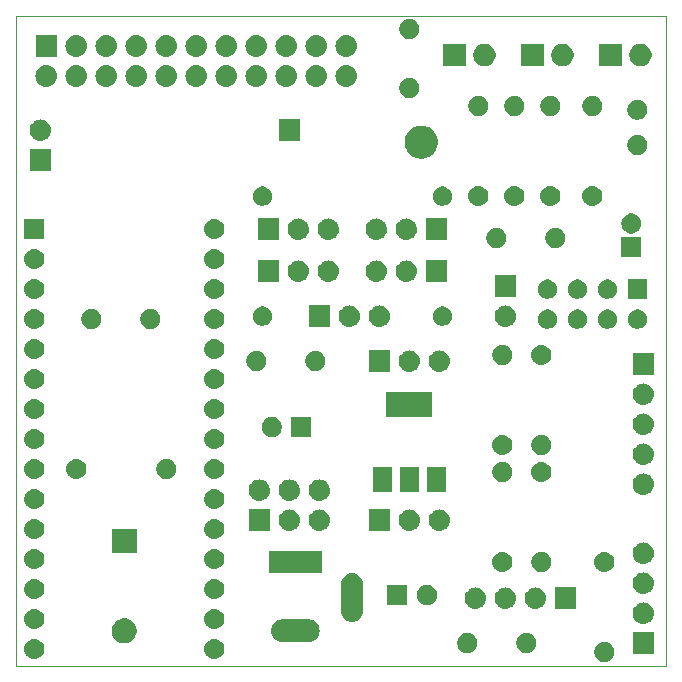
<source format=gbr>
%TF.GenerationSoftware,KiCad,Pcbnew,5.0.2-bee76a0~70~ubuntu18.04.1*%
%TF.CreationDate,2019-02-16T11:31:50+01:00*%
%TF.ProjectId,GP-Pcb-Nano,47502d50-6362-42d4-9e61-6e6f2e6b6963,2.0*%
%TF.SameCoordinates,Original*%
%TF.FileFunction,Soldermask,Top*%
%TF.FilePolarity,Negative*%
%FSLAX46Y46*%
G04 Gerber Fmt 4.6, Leading zero omitted, Abs format (unit mm)*
G04 Created by KiCad (PCBNEW 5.0.2-bee76a0~70~ubuntu18.04.1) date sab 16 feb 2019 11:31:50 CET*
%MOMM*%
%LPD*%
G01*
G04 APERTURE LIST*
%ADD10C,0.010000*%
%ADD11C,0.150000*%
G04 APERTURE END LIST*
D10*
X86360000Y-62484000D02*
X86360000Y-117484000D01*
X141360000Y-117484000D02*
X86360000Y-117484000D01*
X141360000Y-62484000D02*
X141360000Y-117484000D01*
X86360000Y-62484000D02*
X141360000Y-62484000D01*
D11*
G36*
X136392228Y-115513703D02*
X136547100Y-115577853D01*
X136686481Y-115670985D01*
X136805015Y-115789519D01*
X136898147Y-115928900D01*
X136962297Y-116083772D01*
X136995000Y-116248184D01*
X136995000Y-116415816D01*
X136962297Y-116580228D01*
X136898147Y-116735100D01*
X136805015Y-116874481D01*
X136686481Y-116993015D01*
X136547100Y-117086147D01*
X136392228Y-117150297D01*
X136227816Y-117183000D01*
X136060184Y-117183000D01*
X135895772Y-117150297D01*
X135740900Y-117086147D01*
X135601519Y-116993015D01*
X135482985Y-116874481D01*
X135389853Y-116735100D01*
X135325703Y-116580228D01*
X135293000Y-116415816D01*
X135293000Y-116248184D01*
X135325703Y-116083772D01*
X135389853Y-115928900D01*
X135482985Y-115789519D01*
X135601519Y-115670985D01*
X135740900Y-115577853D01*
X135895772Y-115513703D01*
X136060184Y-115481000D01*
X136227816Y-115481000D01*
X136392228Y-115513703D01*
X136392228Y-115513703D01*
G37*
G36*
X103290821Y-115239313D02*
X103290824Y-115239314D01*
X103290825Y-115239314D01*
X103451239Y-115287975D01*
X103451241Y-115287976D01*
X103451244Y-115287977D01*
X103599078Y-115366995D01*
X103728659Y-115473341D01*
X103835005Y-115602922D01*
X103914023Y-115750756D01*
X103914024Y-115750759D01*
X103914025Y-115750761D01*
X103962686Y-115911175D01*
X103962687Y-115911179D01*
X103979117Y-116078000D01*
X103962687Y-116244821D01*
X103962686Y-116244824D01*
X103962686Y-116244825D01*
X103919165Y-116388296D01*
X103914023Y-116405244D01*
X103835005Y-116553078D01*
X103728659Y-116682659D01*
X103599078Y-116789005D01*
X103451244Y-116868023D01*
X103451241Y-116868024D01*
X103451239Y-116868025D01*
X103290825Y-116916686D01*
X103290824Y-116916686D01*
X103290821Y-116916687D01*
X103165804Y-116929000D01*
X103082196Y-116929000D01*
X102957179Y-116916687D01*
X102957176Y-116916686D01*
X102957175Y-116916686D01*
X102796761Y-116868025D01*
X102796759Y-116868024D01*
X102796756Y-116868023D01*
X102648922Y-116789005D01*
X102519341Y-116682659D01*
X102412995Y-116553078D01*
X102333977Y-116405244D01*
X102328836Y-116388296D01*
X102285314Y-116244825D01*
X102285314Y-116244824D01*
X102285313Y-116244821D01*
X102268883Y-116078000D01*
X102285313Y-115911179D01*
X102285314Y-115911175D01*
X102333975Y-115750761D01*
X102333976Y-115750759D01*
X102333977Y-115750756D01*
X102412995Y-115602922D01*
X102519341Y-115473341D01*
X102648922Y-115366995D01*
X102796756Y-115287977D01*
X102796759Y-115287976D01*
X102796761Y-115287975D01*
X102957175Y-115239314D01*
X102957176Y-115239314D01*
X102957179Y-115239313D01*
X103082196Y-115227000D01*
X103165804Y-115227000D01*
X103290821Y-115239313D01*
X103290821Y-115239313D01*
G37*
G36*
X88050821Y-115239313D02*
X88050824Y-115239314D01*
X88050825Y-115239314D01*
X88211239Y-115287975D01*
X88211241Y-115287976D01*
X88211244Y-115287977D01*
X88359078Y-115366995D01*
X88488659Y-115473341D01*
X88595005Y-115602922D01*
X88674023Y-115750756D01*
X88674024Y-115750759D01*
X88674025Y-115750761D01*
X88722686Y-115911175D01*
X88722687Y-115911179D01*
X88739117Y-116078000D01*
X88722687Y-116244821D01*
X88722686Y-116244824D01*
X88722686Y-116244825D01*
X88679165Y-116388296D01*
X88674023Y-116405244D01*
X88595005Y-116553078D01*
X88488659Y-116682659D01*
X88359078Y-116789005D01*
X88211244Y-116868023D01*
X88211241Y-116868024D01*
X88211239Y-116868025D01*
X88050825Y-116916686D01*
X88050824Y-116916686D01*
X88050821Y-116916687D01*
X87925804Y-116929000D01*
X87842196Y-116929000D01*
X87717179Y-116916687D01*
X87717176Y-116916686D01*
X87717175Y-116916686D01*
X87556761Y-116868025D01*
X87556759Y-116868024D01*
X87556756Y-116868023D01*
X87408922Y-116789005D01*
X87279341Y-116682659D01*
X87172995Y-116553078D01*
X87093977Y-116405244D01*
X87088836Y-116388296D01*
X87045314Y-116244825D01*
X87045314Y-116244824D01*
X87045313Y-116244821D01*
X87028883Y-116078000D01*
X87045313Y-115911179D01*
X87045314Y-115911175D01*
X87093975Y-115750761D01*
X87093976Y-115750759D01*
X87093977Y-115750756D01*
X87172995Y-115602922D01*
X87279341Y-115473341D01*
X87408922Y-115366995D01*
X87556756Y-115287977D01*
X87556759Y-115287976D01*
X87556761Y-115287975D01*
X87717175Y-115239314D01*
X87717176Y-115239314D01*
X87717179Y-115239313D01*
X87842196Y-115227000D01*
X87925804Y-115227000D01*
X88050821Y-115239313D01*
X88050821Y-115239313D01*
G37*
G36*
X140347000Y-116471000D02*
X138545000Y-116471000D01*
X138545000Y-114669000D01*
X140347000Y-114669000D01*
X140347000Y-116471000D01*
X140347000Y-116471000D01*
G37*
G36*
X124788228Y-114751703D02*
X124943100Y-114815853D01*
X125082481Y-114908985D01*
X125201015Y-115027519D01*
X125294147Y-115166900D01*
X125358297Y-115321772D01*
X125391000Y-115486184D01*
X125391000Y-115653816D01*
X125358297Y-115818228D01*
X125294147Y-115973100D01*
X125201015Y-116112481D01*
X125082481Y-116231015D01*
X124943100Y-116324147D01*
X124788228Y-116388297D01*
X124623816Y-116421000D01*
X124456184Y-116421000D01*
X124291772Y-116388297D01*
X124136900Y-116324147D01*
X123997519Y-116231015D01*
X123878985Y-116112481D01*
X123785853Y-115973100D01*
X123721703Y-115818228D01*
X123689000Y-115653816D01*
X123689000Y-115486184D01*
X123721703Y-115321772D01*
X123785853Y-115166900D01*
X123878985Y-115027519D01*
X123997519Y-114908985D01*
X124136900Y-114815853D01*
X124291772Y-114751703D01*
X124456184Y-114719000D01*
X124623816Y-114719000D01*
X124788228Y-114751703D01*
X124788228Y-114751703D01*
G37*
G36*
X129788228Y-114751703D02*
X129943100Y-114815853D01*
X130082481Y-114908985D01*
X130201015Y-115027519D01*
X130294147Y-115166900D01*
X130358297Y-115321772D01*
X130391000Y-115486184D01*
X130391000Y-115653816D01*
X130358297Y-115818228D01*
X130294147Y-115973100D01*
X130201015Y-116112481D01*
X130082481Y-116231015D01*
X129943100Y-116324147D01*
X129788228Y-116388297D01*
X129623816Y-116421000D01*
X129456184Y-116421000D01*
X129291772Y-116388297D01*
X129136900Y-116324147D01*
X128997519Y-116231015D01*
X128878985Y-116112481D01*
X128785853Y-115973100D01*
X128721703Y-115818228D01*
X128689000Y-115653816D01*
X128689000Y-115486184D01*
X128721703Y-115321772D01*
X128785853Y-115166900D01*
X128878985Y-115027519D01*
X128997519Y-114908985D01*
X129136900Y-114815853D01*
X129291772Y-114751703D01*
X129456184Y-114719000D01*
X129623816Y-114719000D01*
X129788228Y-114751703D01*
X129788228Y-114751703D01*
G37*
G36*
X95810565Y-113523389D02*
X96001834Y-113602615D01*
X96173976Y-113717637D01*
X96320363Y-113864024D01*
X96435385Y-114036166D01*
X96514611Y-114227435D01*
X96555000Y-114430484D01*
X96555000Y-114637516D01*
X96514611Y-114840565D01*
X96435385Y-115031834D01*
X96320363Y-115203976D01*
X96173976Y-115350363D01*
X96001834Y-115465385D01*
X95810565Y-115544611D01*
X95607516Y-115585000D01*
X95400484Y-115585000D01*
X95197435Y-115544611D01*
X95006166Y-115465385D01*
X94834024Y-115350363D01*
X94687637Y-115203976D01*
X94572615Y-115031834D01*
X94493389Y-114840565D01*
X94453000Y-114637516D01*
X94453000Y-114430484D01*
X94493389Y-114227435D01*
X94572615Y-114036166D01*
X94687637Y-113864024D01*
X94834024Y-113717637D01*
X95006166Y-113602615D01*
X95197435Y-113523389D01*
X95400484Y-113483000D01*
X95607516Y-113483000D01*
X95810565Y-113523389D01*
X95810565Y-113523389D01*
G37*
G36*
X111268425Y-113574760D02*
X111268428Y-113574761D01*
X111268429Y-113574761D01*
X111447693Y-113629140D01*
X111447695Y-113629141D01*
X111612905Y-113717448D01*
X111757712Y-113836288D01*
X111876552Y-113981095D01*
X111876553Y-113981097D01*
X111964860Y-114146307D01*
X111996013Y-114249005D01*
X112019240Y-114325575D01*
X112037601Y-114512000D01*
X112019240Y-114698425D01*
X112019239Y-114698428D01*
X112019239Y-114698429D01*
X111976123Y-114840565D01*
X111964859Y-114877695D01*
X111876552Y-115042905D01*
X111757712Y-115187712D01*
X111612905Y-115306552D01*
X111530941Y-115350363D01*
X111447693Y-115394860D01*
X111268429Y-115449239D01*
X111268428Y-115449239D01*
X111268425Y-115449240D01*
X111128718Y-115463000D01*
X108835282Y-115463000D01*
X108695575Y-115449240D01*
X108695572Y-115449239D01*
X108695571Y-115449239D01*
X108516307Y-115394860D01*
X108433059Y-115350363D01*
X108351095Y-115306552D01*
X108206288Y-115187712D01*
X108087448Y-115042905D01*
X107999141Y-114877695D01*
X107987878Y-114840565D01*
X107944761Y-114698429D01*
X107944761Y-114698428D01*
X107944760Y-114698425D01*
X107926399Y-114512000D01*
X107944760Y-114325575D01*
X107967987Y-114249005D01*
X107999140Y-114146307D01*
X108087447Y-113981097D01*
X108087448Y-113981095D01*
X108206288Y-113836288D01*
X108351095Y-113717448D01*
X108516305Y-113629141D01*
X108516307Y-113629140D01*
X108695571Y-113574761D01*
X108695572Y-113574761D01*
X108695575Y-113574760D01*
X108835282Y-113561000D01*
X111128718Y-113561000D01*
X111268425Y-113574760D01*
X111268425Y-113574760D01*
G37*
G36*
X88050821Y-112699313D02*
X88050824Y-112699314D01*
X88050825Y-112699314D01*
X88211239Y-112747975D01*
X88211241Y-112747976D01*
X88211244Y-112747977D01*
X88359078Y-112826995D01*
X88488659Y-112933341D01*
X88595005Y-113062922D01*
X88674023Y-113210756D01*
X88722687Y-113371179D01*
X88739117Y-113538000D01*
X88722687Y-113704821D01*
X88722686Y-113704824D01*
X88722686Y-113704825D01*
X88674393Y-113864027D01*
X88674023Y-113865244D01*
X88595005Y-114013078D01*
X88488659Y-114142659D01*
X88359078Y-114249005D01*
X88211244Y-114328023D01*
X88211241Y-114328024D01*
X88211239Y-114328025D01*
X88050825Y-114376686D01*
X88050824Y-114376686D01*
X88050821Y-114376687D01*
X87925804Y-114389000D01*
X87842196Y-114389000D01*
X87717179Y-114376687D01*
X87717176Y-114376686D01*
X87717175Y-114376686D01*
X87556761Y-114328025D01*
X87556759Y-114328024D01*
X87556756Y-114328023D01*
X87408922Y-114249005D01*
X87279341Y-114142659D01*
X87172995Y-114013078D01*
X87093977Y-113865244D01*
X87093608Y-113864027D01*
X87045314Y-113704825D01*
X87045314Y-113704824D01*
X87045313Y-113704821D01*
X87028883Y-113538000D01*
X87045313Y-113371179D01*
X87093977Y-113210756D01*
X87172995Y-113062922D01*
X87279341Y-112933341D01*
X87408922Y-112826995D01*
X87556756Y-112747977D01*
X87556759Y-112747976D01*
X87556761Y-112747975D01*
X87717175Y-112699314D01*
X87717176Y-112699314D01*
X87717179Y-112699313D01*
X87842196Y-112687000D01*
X87925804Y-112687000D01*
X88050821Y-112699313D01*
X88050821Y-112699313D01*
G37*
G36*
X103290821Y-112699313D02*
X103290824Y-112699314D01*
X103290825Y-112699314D01*
X103451239Y-112747975D01*
X103451241Y-112747976D01*
X103451244Y-112747977D01*
X103599078Y-112826995D01*
X103728659Y-112933341D01*
X103835005Y-113062922D01*
X103914023Y-113210756D01*
X103962687Y-113371179D01*
X103979117Y-113538000D01*
X103962687Y-113704821D01*
X103962686Y-113704824D01*
X103962686Y-113704825D01*
X103914393Y-113864027D01*
X103914023Y-113865244D01*
X103835005Y-114013078D01*
X103728659Y-114142659D01*
X103599078Y-114249005D01*
X103451244Y-114328023D01*
X103451241Y-114328024D01*
X103451239Y-114328025D01*
X103290825Y-114376686D01*
X103290824Y-114376686D01*
X103290821Y-114376687D01*
X103165804Y-114389000D01*
X103082196Y-114389000D01*
X102957179Y-114376687D01*
X102957176Y-114376686D01*
X102957175Y-114376686D01*
X102796761Y-114328025D01*
X102796759Y-114328024D01*
X102796756Y-114328023D01*
X102648922Y-114249005D01*
X102519341Y-114142659D01*
X102412995Y-114013078D01*
X102333977Y-113865244D01*
X102333608Y-113864027D01*
X102285314Y-113704825D01*
X102285314Y-113704824D01*
X102285313Y-113704821D01*
X102268883Y-113538000D01*
X102285313Y-113371179D01*
X102333977Y-113210756D01*
X102412995Y-113062922D01*
X102519341Y-112933341D01*
X102648922Y-112826995D01*
X102796756Y-112747977D01*
X102796759Y-112747976D01*
X102796761Y-112747975D01*
X102957175Y-112699314D01*
X102957176Y-112699314D01*
X102957179Y-112699313D01*
X103082196Y-112687000D01*
X103165804Y-112687000D01*
X103290821Y-112699313D01*
X103290821Y-112699313D01*
G37*
G36*
X139556443Y-112135519D02*
X139622627Y-112142037D01*
X139735853Y-112176384D01*
X139792467Y-112193557D01*
X139917044Y-112260146D01*
X139948991Y-112277222D01*
X139984729Y-112306552D01*
X140086186Y-112389814D01*
X140169448Y-112491271D01*
X140198778Y-112527009D01*
X140198779Y-112527011D01*
X140282443Y-112683533D01*
X140287230Y-112699314D01*
X140333963Y-112853373D01*
X140351359Y-113030000D01*
X140333963Y-113206627D01*
X140299616Y-113319853D01*
X140282443Y-113376467D01*
X140225499Y-113483000D01*
X140198778Y-113532991D01*
X140194667Y-113538000D01*
X140086186Y-113670186D01*
X139989858Y-113749239D01*
X139948991Y-113782778D01*
X139948989Y-113782779D01*
X139792467Y-113866443D01*
X139735853Y-113883616D01*
X139622627Y-113917963D01*
X139556443Y-113924481D01*
X139490260Y-113931000D01*
X139401740Y-113931000D01*
X139335557Y-113924481D01*
X139269373Y-113917963D01*
X139156147Y-113883616D01*
X139099533Y-113866443D01*
X138943011Y-113782779D01*
X138943009Y-113782778D01*
X138902142Y-113749239D01*
X138805814Y-113670186D01*
X138697333Y-113538000D01*
X138693222Y-113532991D01*
X138666501Y-113483000D01*
X138609557Y-113376467D01*
X138592384Y-113319853D01*
X138558037Y-113206627D01*
X138540641Y-113030000D01*
X138558037Y-112853373D01*
X138604770Y-112699314D01*
X138609557Y-112683533D01*
X138693221Y-112527011D01*
X138693222Y-112527009D01*
X138722552Y-112491271D01*
X138805814Y-112389814D01*
X138907271Y-112306552D01*
X138943009Y-112277222D01*
X138974956Y-112260146D01*
X139099533Y-112193557D01*
X139156147Y-112176384D01*
X139269373Y-112142037D01*
X139335557Y-112135519D01*
X139401740Y-112129000D01*
X139490260Y-112129000D01*
X139556443Y-112135519D01*
X139556443Y-112135519D01*
G37*
G36*
X114968424Y-109674760D02*
X114968427Y-109674761D01*
X114968428Y-109674761D01*
X115147692Y-109729140D01*
X115147694Y-109729141D01*
X115147697Y-109729142D01*
X115312904Y-109817446D01*
X115457712Y-109936288D01*
X115576552Y-110081095D01*
X115576553Y-110081097D01*
X115664860Y-110246307D01*
X115709462Y-110393341D01*
X115719240Y-110425575D01*
X115733000Y-110565282D01*
X115733000Y-112858718D01*
X115719240Y-112998425D01*
X115664859Y-113177695D01*
X115576552Y-113342905D01*
X115457712Y-113487712D01*
X115312905Y-113606552D01*
X115193855Y-113670186D01*
X115147693Y-113694860D01*
X114968429Y-113749239D01*
X114968428Y-113749239D01*
X114968425Y-113749240D01*
X114782000Y-113767601D01*
X114595576Y-113749240D01*
X114595573Y-113749239D01*
X114595572Y-113749239D01*
X114416308Y-113694860D01*
X114370146Y-113670186D01*
X114251096Y-113606552D01*
X114106289Y-113487712D01*
X113987449Y-113342905D01*
X113899142Y-113177695D01*
X113844761Y-112998425D01*
X113831001Y-112858718D01*
X113831000Y-110565283D01*
X113844760Y-110425576D01*
X113844761Y-110425572D01*
X113899140Y-110246308D01*
X113899141Y-110246306D01*
X113899142Y-110246303D01*
X113987446Y-110081096D01*
X114106288Y-109936288D01*
X114251095Y-109817448D01*
X114416305Y-109729141D01*
X114416307Y-109729140D01*
X114595571Y-109674761D01*
X114595572Y-109674761D01*
X114595575Y-109674760D01*
X114782000Y-109656399D01*
X114968424Y-109674760D01*
X114968424Y-109674760D01*
G37*
G36*
X133743000Y-112661000D02*
X131941000Y-112661000D01*
X131941000Y-110859000D01*
X133743000Y-110859000D01*
X133743000Y-112661000D01*
X133743000Y-112661000D01*
G37*
G36*
X130412442Y-110865518D02*
X130478627Y-110872037D01*
X130591853Y-110906384D01*
X130648467Y-110923557D01*
X130778363Y-110992989D01*
X130804991Y-111007222D01*
X130840729Y-111036552D01*
X130942186Y-111119814D01*
X131025448Y-111221271D01*
X131054778Y-111257009D01*
X131054779Y-111257011D01*
X131138443Y-111413533D01*
X131138443Y-111413534D01*
X131189963Y-111583373D01*
X131207359Y-111760000D01*
X131189963Y-111936627D01*
X131156033Y-112048481D01*
X131138443Y-112106467D01*
X131119430Y-112142037D01*
X131054778Y-112262991D01*
X131025448Y-112298729D01*
X130942186Y-112400186D01*
X130840729Y-112483448D01*
X130804991Y-112512778D01*
X130804989Y-112512779D01*
X130648467Y-112596443D01*
X130591853Y-112613616D01*
X130478627Y-112647963D01*
X130412442Y-112654482D01*
X130346260Y-112661000D01*
X130257740Y-112661000D01*
X130191558Y-112654482D01*
X130125373Y-112647963D01*
X130012147Y-112613616D01*
X129955533Y-112596443D01*
X129799011Y-112512779D01*
X129799009Y-112512778D01*
X129763271Y-112483448D01*
X129661814Y-112400186D01*
X129578552Y-112298729D01*
X129549222Y-112262991D01*
X129484570Y-112142037D01*
X129465557Y-112106467D01*
X129447967Y-112048481D01*
X129414037Y-111936627D01*
X129396641Y-111760000D01*
X129414037Y-111583373D01*
X129465557Y-111413534D01*
X129465557Y-111413533D01*
X129549221Y-111257011D01*
X129549222Y-111257009D01*
X129578552Y-111221271D01*
X129661814Y-111119814D01*
X129763271Y-111036552D01*
X129799009Y-111007222D01*
X129825637Y-110992989D01*
X129955533Y-110923557D01*
X130012147Y-110906384D01*
X130125373Y-110872037D01*
X130191558Y-110865518D01*
X130257740Y-110859000D01*
X130346260Y-110859000D01*
X130412442Y-110865518D01*
X130412442Y-110865518D01*
G37*
G36*
X125332442Y-110865518D02*
X125398627Y-110872037D01*
X125511853Y-110906384D01*
X125568467Y-110923557D01*
X125698363Y-110992989D01*
X125724991Y-111007222D01*
X125760729Y-111036552D01*
X125862186Y-111119814D01*
X125945448Y-111221271D01*
X125974778Y-111257009D01*
X125974779Y-111257011D01*
X126058443Y-111413533D01*
X126058443Y-111413534D01*
X126109963Y-111583373D01*
X126127359Y-111760000D01*
X126109963Y-111936627D01*
X126076033Y-112048481D01*
X126058443Y-112106467D01*
X126039430Y-112142037D01*
X125974778Y-112262991D01*
X125945448Y-112298729D01*
X125862186Y-112400186D01*
X125760729Y-112483448D01*
X125724991Y-112512778D01*
X125724989Y-112512779D01*
X125568467Y-112596443D01*
X125511853Y-112613616D01*
X125398627Y-112647963D01*
X125332442Y-112654482D01*
X125266260Y-112661000D01*
X125177740Y-112661000D01*
X125111558Y-112654482D01*
X125045373Y-112647963D01*
X124932147Y-112613616D01*
X124875533Y-112596443D01*
X124719011Y-112512779D01*
X124719009Y-112512778D01*
X124683271Y-112483448D01*
X124581814Y-112400186D01*
X124498552Y-112298729D01*
X124469222Y-112262991D01*
X124404570Y-112142037D01*
X124385557Y-112106467D01*
X124367967Y-112048481D01*
X124334037Y-111936627D01*
X124316641Y-111760000D01*
X124334037Y-111583373D01*
X124385557Y-111413534D01*
X124385557Y-111413533D01*
X124469221Y-111257011D01*
X124469222Y-111257009D01*
X124498552Y-111221271D01*
X124581814Y-111119814D01*
X124683271Y-111036552D01*
X124719009Y-111007222D01*
X124745637Y-110992989D01*
X124875533Y-110923557D01*
X124932147Y-110906384D01*
X125045373Y-110872037D01*
X125111558Y-110865518D01*
X125177740Y-110859000D01*
X125266260Y-110859000D01*
X125332442Y-110865518D01*
X125332442Y-110865518D01*
G37*
G36*
X127872442Y-110865518D02*
X127938627Y-110872037D01*
X128051853Y-110906384D01*
X128108467Y-110923557D01*
X128238363Y-110992989D01*
X128264991Y-111007222D01*
X128300729Y-111036552D01*
X128402186Y-111119814D01*
X128485448Y-111221271D01*
X128514778Y-111257009D01*
X128514779Y-111257011D01*
X128598443Y-111413533D01*
X128598443Y-111413534D01*
X128649963Y-111583373D01*
X128667359Y-111760000D01*
X128649963Y-111936627D01*
X128616033Y-112048481D01*
X128598443Y-112106467D01*
X128579430Y-112142037D01*
X128514778Y-112262991D01*
X128485448Y-112298729D01*
X128402186Y-112400186D01*
X128300729Y-112483448D01*
X128264991Y-112512778D01*
X128264989Y-112512779D01*
X128108467Y-112596443D01*
X128051853Y-112613616D01*
X127938627Y-112647963D01*
X127872442Y-112654482D01*
X127806260Y-112661000D01*
X127717740Y-112661000D01*
X127651558Y-112654482D01*
X127585373Y-112647963D01*
X127472147Y-112613616D01*
X127415533Y-112596443D01*
X127259011Y-112512779D01*
X127259009Y-112512778D01*
X127223271Y-112483448D01*
X127121814Y-112400186D01*
X127038552Y-112298729D01*
X127009222Y-112262991D01*
X126944570Y-112142037D01*
X126925557Y-112106467D01*
X126907967Y-112048481D01*
X126874037Y-111936627D01*
X126856641Y-111760000D01*
X126874037Y-111583373D01*
X126925557Y-111413534D01*
X126925557Y-111413533D01*
X127009221Y-111257011D01*
X127009222Y-111257009D01*
X127038552Y-111221271D01*
X127121814Y-111119814D01*
X127223271Y-111036552D01*
X127259009Y-111007222D01*
X127285637Y-110992989D01*
X127415533Y-110923557D01*
X127472147Y-110906384D01*
X127585373Y-110872037D01*
X127651558Y-110865518D01*
X127717740Y-110859000D01*
X127806260Y-110859000D01*
X127872442Y-110865518D01*
X127872442Y-110865518D01*
G37*
G36*
X121366228Y-110687703D02*
X121521100Y-110751853D01*
X121660481Y-110844985D01*
X121779015Y-110963519D01*
X121872147Y-111102900D01*
X121936297Y-111257772D01*
X121969000Y-111422184D01*
X121969000Y-111589816D01*
X121936297Y-111754228D01*
X121872147Y-111909100D01*
X121779015Y-112048481D01*
X121660481Y-112167015D01*
X121521100Y-112260147D01*
X121366228Y-112324297D01*
X121201816Y-112357000D01*
X121034184Y-112357000D01*
X120869772Y-112324297D01*
X120714900Y-112260147D01*
X120575519Y-112167015D01*
X120456985Y-112048481D01*
X120363853Y-111909100D01*
X120299703Y-111754228D01*
X120267000Y-111589816D01*
X120267000Y-111422184D01*
X120299703Y-111257772D01*
X120363853Y-111102900D01*
X120456985Y-110963519D01*
X120575519Y-110844985D01*
X120714900Y-110751853D01*
X120869772Y-110687703D01*
X121034184Y-110655000D01*
X121201816Y-110655000D01*
X121366228Y-110687703D01*
X121366228Y-110687703D01*
G37*
G36*
X119469000Y-112357000D02*
X117767000Y-112357000D01*
X117767000Y-110655000D01*
X119469000Y-110655000D01*
X119469000Y-112357000D01*
X119469000Y-112357000D01*
G37*
G36*
X103290821Y-110159313D02*
X103290824Y-110159314D01*
X103290825Y-110159314D01*
X103451239Y-110207975D01*
X103451241Y-110207976D01*
X103451244Y-110207977D01*
X103599078Y-110286995D01*
X103728659Y-110393341D01*
X103835005Y-110522922D01*
X103914023Y-110670756D01*
X103914024Y-110670759D01*
X103914025Y-110670761D01*
X103938624Y-110751853D01*
X103962687Y-110831179D01*
X103979117Y-110998000D01*
X103962687Y-111164821D01*
X103962686Y-111164824D01*
X103962686Y-111164825D01*
X103934491Y-111257772D01*
X103914023Y-111325244D01*
X103835005Y-111473078D01*
X103728659Y-111602659D01*
X103599078Y-111709005D01*
X103451244Y-111788023D01*
X103451241Y-111788024D01*
X103451239Y-111788025D01*
X103290825Y-111836686D01*
X103290824Y-111836686D01*
X103290821Y-111836687D01*
X103165804Y-111849000D01*
X103082196Y-111849000D01*
X102957179Y-111836687D01*
X102957176Y-111836686D01*
X102957175Y-111836686D01*
X102796761Y-111788025D01*
X102796759Y-111788024D01*
X102796756Y-111788023D01*
X102648922Y-111709005D01*
X102519341Y-111602659D01*
X102412995Y-111473078D01*
X102333977Y-111325244D01*
X102313510Y-111257772D01*
X102285314Y-111164825D01*
X102285314Y-111164824D01*
X102285313Y-111164821D01*
X102268883Y-110998000D01*
X102285313Y-110831179D01*
X102309376Y-110751853D01*
X102333975Y-110670761D01*
X102333976Y-110670759D01*
X102333977Y-110670756D01*
X102412995Y-110522922D01*
X102519341Y-110393341D01*
X102648922Y-110286995D01*
X102796756Y-110207977D01*
X102796759Y-110207976D01*
X102796761Y-110207975D01*
X102957175Y-110159314D01*
X102957176Y-110159314D01*
X102957179Y-110159313D01*
X103082196Y-110147000D01*
X103165804Y-110147000D01*
X103290821Y-110159313D01*
X103290821Y-110159313D01*
G37*
G36*
X88050821Y-110159313D02*
X88050824Y-110159314D01*
X88050825Y-110159314D01*
X88211239Y-110207975D01*
X88211241Y-110207976D01*
X88211244Y-110207977D01*
X88359078Y-110286995D01*
X88488659Y-110393341D01*
X88595005Y-110522922D01*
X88674023Y-110670756D01*
X88674024Y-110670759D01*
X88674025Y-110670761D01*
X88698624Y-110751853D01*
X88722687Y-110831179D01*
X88739117Y-110998000D01*
X88722687Y-111164821D01*
X88722686Y-111164824D01*
X88722686Y-111164825D01*
X88694491Y-111257772D01*
X88674023Y-111325244D01*
X88595005Y-111473078D01*
X88488659Y-111602659D01*
X88359078Y-111709005D01*
X88211244Y-111788023D01*
X88211241Y-111788024D01*
X88211239Y-111788025D01*
X88050825Y-111836686D01*
X88050824Y-111836686D01*
X88050821Y-111836687D01*
X87925804Y-111849000D01*
X87842196Y-111849000D01*
X87717179Y-111836687D01*
X87717176Y-111836686D01*
X87717175Y-111836686D01*
X87556761Y-111788025D01*
X87556759Y-111788024D01*
X87556756Y-111788023D01*
X87408922Y-111709005D01*
X87279341Y-111602659D01*
X87172995Y-111473078D01*
X87093977Y-111325244D01*
X87073510Y-111257772D01*
X87045314Y-111164825D01*
X87045314Y-111164824D01*
X87045313Y-111164821D01*
X87028883Y-110998000D01*
X87045313Y-110831179D01*
X87069376Y-110751853D01*
X87093975Y-110670761D01*
X87093976Y-110670759D01*
X87093977Y-110670756D01*
X87172995Y-110522922D01*
X87279341Y-110393341D01*
X87408922Y-110286995D01*
X87556756Y-110207977D01*
X87556759Y-110207976D01*
X87556761Y-110207975D01*
X87717175Y-110159314D01*
X87717176Y-110159314D01*
X87717179Y-110159313D01*
X87842196Y-110147000D01*
X87925804Y-110147000D01*
X88050821Y-110159313D01*
X88050821Y-110159313D01*
G37*
G36*
X139556442Y-109595518D02*
X139622627Y-109602037D01*
X139735853Y-109636384D01*
X139792467Y-109653557D01*
X139832134Y-109674760D01*
X139948991Y-109737222D01*
X139984729Y-109766552D01*
X140086186Y-109849814D01*
X140157152Y-109936288D01*
X140198778Y-109987009D01*
X140198779Y-109987011D01*
X140282443Y-110143533D01*
X140287230Y-110159314D01*
X140333963Y-110313373D01*
X140351359Y-110490000D01*
X140333963Y-110666627D01*
X140327569Y-110687704D01*
X140282443Y-110836467D01*
X140263430Y-110872037D01*
X140198778Y-110992991D01*
X140169448Y-111028729D01*
X140086186Y-111130186D01*
X139984729Y-111213448D01*
X139948991Y-111242778D01*
X139948989Y-111242779D01*
X139792467Y-111326443D01*
X139735853Y-111343616D01*
X139622627Y-111377963D01*
X139556443Y-111384481D01*
X139490260Y-111391000D01*
X139401740Y-111391000D01*
X139335557Y-111384481D01*
X139269373Y-111377963D01*
X139156147Y-111343616D01*
X139099533Y-111326443D01*
X138943011Y-111242779D01*
X138943009Y-111242778D01*
X138907271Y-111213448D01*
X138805814Y-111130186D01*
X138722552Y-111028729D01*
X138693222Y-110992991D01*
X138628570Y-110872037D01*
X138609557Y-110836467D01*
X138564431Y-110687704D01*
X138558037Y-110666627D01*
X138540641Y-110490000D01*
X138558037Y-110313373D01*
X138604770Y-110159314D01*
X138609557Y-110143533D01*
X138693221Y-109987011D01*
X138693222Y-109987009D01*
X138734848Y-109936288D01*
X138805814Y-109849814D01*
X138907271Y-109766552D01*
X138943009Y-109737222D01*
X139059866Y-109674760D01*
X139099533Y-109653557D01*
X139156147Y-109636384D01*
X139269373Y-109602037D01*
X139335558Y-109595518D01*
X139401740Y-109589000D01*
X139490260Y-109589000D01*
X139556442Y-109595518D01*
X139556442Y-109595518D01*
G37*
G36*
X112233000Y-109663000D02*
X107731000Y-109663000D01*
X107731000Y-107761000D01*
X112233000Y-107761000D01*
X112233000Y-109663000D01*
X112233000Y-109663000D01*
G37*
G36*
X127674821Y-107873313D02*
X127674824Y-107873314D01*
X127674825Y-107873314D01*
X127835239Y-107921975D01*
X127835241Y-107921976D01*
X127835244Y-107921977D01*
X127983078Y-108000995D01*
X128112659Y-108107341D01*
X128219005Y-108236922D01*
X128298023Y-108384756D01*
X128298024Y-108384759D01*
X128298025Y-108384761D01*
X128346686Y-108545175D01*
X128346687Y-108545179D01*
X128363117Y-108712000D01*
X128346687Y-108878821D01*
X128346686Y-108878824D01*
X128346686Y-108878825D01*
X128321993Y-108960228D01*
X128298023Y-109039244D01*
X128219005Y-109187078D01*
X128112659Y-109316659D01*
X127983078Y-109423005D01*
X127835244Y-109502023D01*
X127835241Y-109502024D01*
X127835239Y-109502025D01*
X127674825Y-109550686D01*
X127674824Y-109550686D01*
X127674821Y-109550687D01*
X127549804Y-109563000D01*
X127466196Y-109563000D01*
X127341179Y-109550687D01*
X127341176Y-109550686D01*
X127341175Y-109550686D01*
X127180761Y-109502025D01*
X127180759Y-109502024D01*
X127180756Y-109502023D01*
X127032922Y-109423005D01*
X126903341Y-109316659D01*
X126796995Y-109187078D01*
X126717977Y-109039244D01*
X126694008Y-108960228D01*
X126669314Y-108878825D01*
X126669314Y-108878824D01*
X126669313Y-108878821D01*
X126652883Y-108712000D01*
X126669313Y-108545179D01*
X126669314Y-108545175D01*
X126717975Y-108384761D01*
X126717976Y-108384759D01*
X126717977Y-108384756D01*
X126796995Y-108236922D01*
X126903341Y-108107341D01*
X127032922Y-108000995D01*
X127180756Y-107921977D01*
X127180759Y-107921976D01*
X127180761Y-107921975D01*
X127341175Y-107873314D01*
X127341176Y-107873314D01*
X127341179Y-107873313D01*
X127466196Y-107861000D01*
X127549804Y-107861000D01*
X127674821Y-107873313D01*
X127674821Y-107873313D01*
G37*
G36*
X131058228Y-107893703D02*
X131213100Y-107957853D01*
X131352481Y-108050985D01*
X131471015Y-108169519D01*
X131564147Y-108308900D01*
X131628297Y-108463772D01*
X131661000Y-108628184D01*
X131661000Y-108795816D01*
X131628297Y-108960228D01*
X131564147Y-109115100D01*
X131471015Y-109254481D01*
X131352481Y-109373015D01*
X131213100Y-109466147D01*
X131058228Y-109530297D01*
X130893816Y-109563000D01*
X130726184Y-109563000D01*
X130561772Y-109530297D01*
X130406900Y-109466147D01*
X130267519Y-109373015D01*
X130148985Y-109254481D01*
X130055853Y-109115100D01*
X129991703Y-108960228D01*
X129959000Y-108795816D01*
X129959000Y-108628184D01*
X129991703Y-108463772D01*
X130055853Y-108308900D01*
X130148985Y-108169519D01*
X130267519Y-108050985D01*
X130406900Y-107957853D01*
X130561772Y-107893703D01*
X130726184Y-107861000D01*
X130893816Y-107861000D01*
X131058228Y-107893703D01*
X131058228Y-107893703D01*
G37*
G36*
X136310821Y-107873313D02*
X136310824Y-107873314D01*
X136310825Y-107873314D01*
X136471239Y-107921975D01*
X136471241Y-107921976D01*
X136471244Y-107921977D01*
X136619078Y-108000995D01*
X136748659Y-108107341D01*
X136855005Y-108236922D01*
X136934023Y-108384756D01*
X136934024Y-108384759D01*
X136934025Y-108384761D01*
X136982686Y-108545175D01*
X136982687Y-108545179D01*
X136999117Y-108712000D01*
X136982687Y-108878821D01*
X136982686Y-108878824D01*
X136982686Y-108878825D01*
X136957993Y-108960228D01*
X136934023Y-109039244D01*
X136855005Y-109187078D01*
X136748659Y-109316659D01*
X136619078Y-109423005D01*
X136471244Y-109502023D01*
X136471241Y-109502024D01*
X136471239Y-109502025D01*
X136310825Y-109550686D01*
X136310824Y-109550686D01*
X136310821Y-109550687D01*
X136185804Y-109563000D01*
X136102196Y-109563000D01*
X135977179Y-109550687D01*
X135977176Y-109550686D01*
X135977175Y-109550686D01*
X135816761Y-109502025D01*
X135816759Y-109502024D01*
X135816756Y-109502023D01*
X135668922Y-109423005D01*
X135539341Y-109316659D01*
X135432995Y-109187078D01*
X135353977Y-109039244D01*
X135330008Y-108960228D01*
X135305314Y-108878825D01*
X135305314Y-108878824D01*
X135305313Y-108878821D01*
X135288883Y-108712000D01*
X135305313Y-108545179D01*
X135305314Y-108545175D01*
X135353975Y-108384761D01*
X135353976Y-108384759D01*
X135353977Y-108384756D01*
X135432995Y-108236922D01*
X135539341Y-108107341D01*
X135668922Y-108000995D01*
X135816756Y-107921977D01*
X135816759Y-107921976D01*
X135816761Y-107921975D01*
X135977175Y-107873314D01*
X135977176Y-107873314D01*
X135977179Y-107873313D01*
X136102196Y-107861000D01*
X136185804Y-107861000D01*
X136310821Y-107873313D01*
X136310821Y-107873313D01*
G37*
G36*
X103290821Y-107619313D02*
X103290824Y-107619314D01*
X103290825Y-107619314D01*
X103451239Y-107667975D01*
X103451241Y-107667976D01*
X103451244Y-107667977D01*
X103599078Y-107746995D01*
X103728659Y-107853341D01*
X103835005Y-107982922D01*
X103914023Y-108130756D01*
X103914024Y-108130759D01*
X103914025Y-108130761D01*
X103962686Y-108291175D01*
X103962687Y-108291179D01*
X103979117Y-108458000D01*
X103962687Y-108624821D01*
X103962686Y-108624824D01*
X103962686Y-108624825D01*
X103936242Y-108712000D01*
X103914023Y-108785244D01*
X103835005Y-108933078D01*
X103728659Y-109062659D01*
X103599078Y-109169005D01*
X103451244Y-109248023D01*
X103451241Y-109248024D01*
X103451239Y-109248025D01*
X103290825Y-109296686D01*
X103290824Y-109296686D01*
X103290821Y-109296687D01*
X103165804Y-109309000D01*
X103082196Y-109309000D01*
X102957179Y-109296687D01*
X102957176Y-109296686D01*
X102957175Y-109296686D01*
X102796761Y-109248025D01*
X102796759Y-109248024D01*
X102796756Y-109248023D01*
X102648922Y-109169005D01*
X102519341Y-109062659D01*
X102412995Y-108933078D01*
X102333977Y-108785244D01*
X102311759Y-108712000D01*
X102285314Y-108624825D01*
X102285314Y-108624824D01*
X102285313Y-108624821D01*
X102268883Y-108458000D01*
X102285313Y-108291179D01*
X102285314Y-108291175D01*
X102333975Y-108130761D01*
X102333976Y-108130759D01*
X102333977Y-108130756D01*
X102412995Y-107982922D01*
X102519341Y-107853341D01*
X102648922Y-107746995D01*
X102796756Y-107667977D01*
X102796759Y-107667976D01*
X102796761Y-107667975D01*
X102957175Y-107619314D01*
X102957176Y-107619314D01*
X102957179Y-107619313D01*
X103082196Y-107607000D01*
X103165804Y-107607000D01*
X103290821Y-107619313D01*
X103290821Y-107619313D01*
G37*
G36*
X88050821Y-107619313D02*
X88050824Y-107619314D01*
X88050825Y-107619314D01*
X88211239Y-107667975D01*
X88211241Y-107667976D01*
X88211244Y-107667977D01*
X88359078Y-107746995D01*
X88488659Y-107853341D01*
X88595005Y-107982922D01*
X88674023Y-108130756D01*
X88674024Y-108130759D01*
X88674025Y-108130761D01*
X88722686Y-108291175D01*
X88722687Y-108291179D01*
X88739117Y-108458000D01*
X88722687Y-108624821D01*
X88722686Y-108624824D01*
X88722686Y-108624825D01*
X88696242Y-108712000D01*
X88674023Y-108785244D01*
X88595005Y-108933078D01*
X88488659Y-109062659D01*
X88359078Y-109169005D01*
X88211244Y-109248023D01*
X88211241Y-109248024D01*
X88211239Y-109248025D01*
X88050825Y-109296686D01*
X88050824Y-109296686D01*
X88050821Y-109296687D01*
X87925804Y-109309000D01*
X87842196Y-109309000D01*
X87717179Y-109296687D01*
X87717176Y-109296686D01*
X87717175Y-109296686D01*
X87556761Y-109248025D01*
X87556759Y-109248024D01*
X87556756Y-109248023D01*
X87408922Y-109169005D01*
X87279341Y-109062659D01*
X87172995Y-108933078D01*
X87093977Y-108785244D01*
X87071759Y-108712000D01*
X87045314Y-108624825D01*
X87045314Y-108624824D01*
X87045313Y-108624821D01*
X87028883Y-108458000D01*
X87045313Y-108291179D01*
X87045314Y-108291175D01*
X87093975Y-108130761D01*
X87093976Y-108130759D01*
X87093977Y-108130756D01*
X87172995Y-107982922D01*
X87279341Y-107853341D01*
X87408922Y-107746995D01*
X87556756Y-107667977D01*
X87556759Y-107667976D01*
X87556761Y-107667975D01*
X87717175Y-107619314D01*
X87717176Y-107619314D01*
X87717179Y-107619313D01*
X87842196Y-107607000D01*
X87925804Y-107607000D01*
X88050821Y-107619313D01*
X88050821Y-107619313D01*
G37*
G36*
X139556442Y-107055518D02*
X139622627Y-107062037D01*
X139735853Y-107096384D01*
X139792467Y-107113557D01*
X139931087Y-107187652D01*
X139948991Y-107197222D01*
X139984729Y-107226552D01*
X140086186Y-107309814D01*
X140169448Y-107411271D01*
X140198778Y-107447009D01*
X140198779Y-107447011D01*
X140282443Y-107603533D01*
X140287230Y-107619314D01*
X140333963Y-107773373D01*
X140351359Y-107950000D01*
X140333963Y-108126627D01*
X140320952Y-108169519D01*
X140282443Y-108296467D01*
X140275797Y-108308900D01*
X140198778Y-108452991D01*
X140194667Y-108458000D01*
X140086186Y-108590186D01*
X139984729Y-108673448D01*
X139948991Y-108702778D01*
X139948989Y-108702779D01*
X139792467Y-108786443D01*
X139735853Y-108803616D01*
X139622627Y-108837963D01*
X139556442Y-108844482D01*
X139490260Y-108851000D01*
X139401740Y-108851000D01*
X139335558Y-108844482D01*
X139269373Y-108837963D01*
X139156147Y-108803616D01*
X139099533Y-108786443D01*
X138943011Y-108702779D01*
X138943009Y-108702778D01*
X138907271Y-108673448D01*
X138805814Y-108590186D01*
X138697333Y-108458000D01*
X138693222Y-108452991D01*
X138616203Y-108308900D01*
X138609557Y-108296467D01*
X138571048Y-108169519D01*
X138558037Y-108126627D01*
X138540641Y-107950000D01*
X138558037Y-107773373D01*
X138604770Y-107619314D01*
X138609557Y-107603533D01*
X138693221Y-107447011D01*
X138693222Y-107447009D01*
X138722552Y-107411271D01*
X138805814Y-107309814D01*
X138907271Y-107226552D01*
X138943009Y-107197222D01*
X138960913Y-107187652D01*
X139099533Y-107113557D01*
X139156147Y-107096384D01*
X139269373Y-107062037D01*
X139335558Y-107055518D01*
X139401740Y-107049000D01*
X139490260Y-107049000D01*
X139556442Y-107055518D01*
X139556442Y-107055518D01*
G37*
G36*
X96555000Y-107985000D02*
X94453000Y-107985000D01*
X94453000Y-105883000D01*
X96555000Y-105883000D01*
X96555000Y-107985000D01*
X96555000Y-107985000D01*
G37*
G36*
X103290821Y-105079313D02*
X103290824Y-105079314D01*
X103290825Y-105079314D01*
X103451239Y-105127975D01*
X103451241Y-105127976D01*
X103451244Y-105127977D01*
X103599078Y-105206995D01*
X103728659Y-105313341D01*
X103835005Y-105442922D01*
X103914023Y-105590756D01*
X103914024Y-105590759D01*
X103914025Y-105590761D01*
X103934722Y-105658991D01*
X103962687Y-105751179D01*
X103979117Y-105918000D01*
X103962687Y-106084821D01*
X103914023Y-106245244D01*
X103835005Y-106393078D01*
X103728659Y-106522659D01*
X103599078Y-106629005D01*
X103451244Y-106708023D01*
X103451241Y-106708024D01*
X103451239Y-106708025D01*
X103290825Y-106756686D01*
X103290824Y-106756686D01*
X103290821Y-106756687D01*
X103165804Y-106769000D01*
X103082196Y-106769000D01*
X102957179Y-106756687D01*
X102957176Y-106756686D01*
X102957175Y-106756686D01*
X102796761Y-106708025D01*
X102796759Y-106708024D01*
X102796756Y-106708023D01*
X102648922Y-106629005D01*
X102519341Y-106522659D01*
X102412995Y-106393078D01*
X102333977Y-106245244D01*
X102285313Y-106084821D01*
X102268883Y-105918000D01*
X102285313Y-105751179D01*
X102313278Y-105658991D01*
X102333975Y-105590761D01*
X102333976Y-105590759D01*
X102333977Y-105590756D01*
X102412995Y-105442922D01*
X102519341Y-105313341D01*
X102648922Y-105206995D01*
X102796756Y-105127977D01*
X102796759Y-105127976D01*
X102796761Y-105127975D01*
X102957175Y-105079314D01*
X102957176Y-105079314D01*
X102957179Y-105079313D01*
X103082196Y-105067000D01*
X103165804Y-105067000D01*
X103290821Y-105079313D01*
X103290821Y-105079313D01*
G37*
G36*
X88050821Y-105079313D02*
X88050824Y-105079314D01*
X88050825Y-105079314D01*
X88211239Y-105127975D01*
X88211241Y-105127976D01*
X88211244Y-105127977D01*
X88359078Y-105206995D01*
X88488659Y-105313341D01*
X88595005Y-105442922D01*
X88674023Y-105590756D01*
X88674024Y-105590759D01*
X88674025Y-105590761D01*
X88694722Y-105658991D01*
X88722687Y-105751179D01*
X88739117Y-105918000D01*
X88722687Y-106084821D01*
X88674023Y-106245244D01*
X88595005Y-106393078D01*
X88488659Y-106522659D01*
X88359078Y-106629005D01*
X88211244Y-106708023D01*
X88211241Y-106708024D01*
X88211239Y-106708025D01*
X88050825Y-106756686D01*
X88050824Y-106756686D01*
X88050821Y-106756687D01*
X87925804Y-106769000D01*
X87842196Y-106769000D01*
X87717179Y-106756687D01*
X87717176Y-106756686D01*
X87717175Y-106756686D01*
X87556761Y-106708025D01*
X87556759Y-106708024D01*
X87556756Y-106708023D01*
X87408922Y-106629005D01*
X87279341Y-106522659D01*
X87172995Y-106393078D01*
X87093977Y-106245244D01*
X87045313Y-106084821D01*
X87028883Y-105918000D01*
X87045313Y-105751179D01*
X87073278Y-105658991D01*
X87093975Y-105590761D01*
X87093976Y-105590759D01*
X87093977Y-105590756D01*
X87172995Y-105442922D01*
X87279341Y-105313341D01*
X87408922Y-105206995D01*
X87556756Y-105127977D01*
X87556759Y-105127976D01*
X87556761Y-105127975D01*
X87717175Y-105079314D01*
X87717176Y-105079314D01*
X87717179Y-105079313D01*
X87842196Y-105067000D01*
X87925804Y-105067000D01*
X88050821Y-105079313D01*
X88050821Y-105079313D01*
G37*
G36*
X112124442Y-104261518D02*
X112190627Y-104268037D01*
X112303853Y-104302384D01*
X112360467Y-104319557D01*
X112499087Y-104393652D01*
X112516991Y-104403222D01*
X112552729Y-104432552D01*
X112654186Y-104515814D01*
X112737448Y-104617271D01*
X112766778Y-104653009D01*
X112766779Y-104653011D01*
X112850443Y-104809533D01*
X112850443Y-104809534D01*
X112901963Y-104979373D01*
X112919359Y-105156000D01*
X112901963Y-105332627D01*
X112868505Y-105442922D01*
X112850443Y-105502467D01*
X112803251Y-105590756D01*
X112766778Y-105658991D01*
X112737448Y-105694729D01*
X112654186Y-105796186D01*
X112552729Y-105879448D01*
X112516991Y-105908778D01*
X112516989Y-105908779D01*
X112360467Y-105992443D01*
X112303853Y-106009616D01*
X112190627Y-106043963D01*
X112124442Y-106050482D01*
X112058260Y-106057000D01*
X111969740Y-106057000D01*
X111903558Y-106050482D01*
X111837373Y-106043963D01*
X111724147Y-106009616D01*
X111667533Y-105992443D01*
X111511011Y-105908779D01*
X111511009Y-105908778D01*
X111475271Y-105879448D01*
X111373814Y-105796186D01*
X111290552Y-105694729D01*
X111261222Y-105658991D01*
X111224749Y-105590756D01*
X111177557Y-105502467D01*
X111159495Y-105442922D01*
X111126037Y-105332627D01*
X111108641Y-105156000D01*
X111126037Y-104979373D01*
X111177557Y-104809534D01*
X111177557Y-104809533D01*
X111261221Y-104653011D01*
X111261222Y-104653009D01*
X111290552Y-104617271D01*
X111373814Y-104515814D01*
X111475271Y-104432552D01*
X111511009Y-104403222D01*
X111528913Y-104393652D01*
X111667533Y-104319557D01*
X111724147Y-104302384D01*
X111837373Y-104268037D01*
X111903558Y-104261518D01*
X111969740Y-104255000D01*
X112058260Y-104255000D01*
X112124442Y-104261518D01*
X112124442Y-104261518D01*
G37*
G36*
X119744442Y-104261518D02*
X119810627Y-104268037D01*
X119923853Y-104302384D01*
X119980467Y-104319557D01*
X120119087Y-104393652D01*
X120136991Y-104403222D01*
X120172729Y-104432552D01*
X120274186Y-104515814D01*
X120357448Y-104617271D01*
X120386778Y-104653009D01*
X120386779Y-104653011D01*
X120470443Y-104809533D01*
X120470443Y-104809534D01*
X120521963Y-104979373D01*
X120539359Y-105156000D01*
X120521963Y-105332627D01*
X120488505Y-105442922D01*
X120470443Y-105502467D01*
X120423251Y-105590756D01*
X120386778Y-105658991D01*
X120357448Y-105694729D01*
X120274186Y-105796186D01*
X120172729Y-105879448D01*
X120136991Y-105908778D01*
X120136989Y-105908779D01*
X119980467Y-105992443D01*
X119923853Y-106009616D01*
X119810627Y-106043963D01*
X119744442Y-106050482D01*
X119678260Y-106057000D01*
X119589740Y-106057000D01*
X119523558Y-106050482D01*
X119457373Y-106043963D01*
X119344147Y-106009616D01*
X119287533Y-105992443D01*
X119131011Y-105908779D01*
X119131009Y-105908778D01*
X119095271Y-105879448D01*
X118993814Y-105796186D01*
X118910552Y-105694729D01*
X118881222Y-105658991D01*
X118844749Y-105590756D01*
X118797557Y-105502467D01*
X118779495Y-105442922D01*
X118746037Y-105332627D01*
X118728641Y-105156000D01*
X118746037Y-104979373D01*
X118797557Y-104809534D01*
X118797557Y-104809533D01*
X118881221Y-104653011D01*
X118881222Y-104653009D01*
X118910552Y-104617271D01*
X118993814Y-104515814D01*
X119095271Y-104432552D01*
X119131009Y-104403222D01*
X119148913Y-104393652D01*
X119287533Y-104319557D01*
X119344147Y-104302384D01*
X119457373Y-104268037D01*
X119523558Y-104261518D01*
X119589740Y-104255000D01*
X119678260Y-104255000D01*
X119744442Y-104261518D01*
X119744442Y-104261518D01*
G37*
G36*
X122284442Y-104261518D02*
X122350627Y-104268037D01*
X122463853Y-104302384D01*
X122520467Y-104319557D01*
X122659087Y-104393652D01*
X122676991Y-104403222D01*
X122712729Y-104432552D01*
X122814186Y-104515814D01*
X122897448Y-104617271D01*
X122926778Y-104653009D01*
X122926779Y-104653011D01*
X123010443Y-104809533D01*
X123010443Y-104809534D01*
X123061963Y-104979373D01*
X123079359Y-105156000D01*
X123061963Y-105332627D01*
X123028505Y-105442922D01*
X123010443Y-105502467D01*
X122963251Y-105590756D01*
X122926778Y-105658991D01*
X122897448Y-105694729D01*
X122814186Y-105796186D01*
X122712729Y-105879448D01*
X122676991Y-105908778D01*
X122676989Y-105908779D01*
X122520467Y-105992443D01*
X122463853Y-106009616D01*
X122350627Y-106043963D01*
X122284442Y-106050482D01*
X122218260Y-106057000D01*
X122129740Y-106057000D01*
X122063558Y-106050482D01*
X121997373Y-106043963D01*
X121884147Y-106009616D01*
X121827533Y-105992443D01*
X121671011Y-105908779D01*
X121671009Y-105908778D01*
X121635271Y-105879448D01*
X121533814Y-105796186D01*
X121450552Y-105694729D01*
X121421222Y-105658991D01*
X121384749Y-105590756D01*
X121337557Y-105502467D01*
X121319495Y-105442922D01*
X121286037Y-105332627D01*
X121268641Y-105156000D01*
X121286037Y-104979373D01*
X121337557Y-104809534D01*
X121337557Y-104809533D01*
X121421221Y-104653011D01*
X121421222Y-104653009D01*
X121450552Y-104617271D01*
X121533814Y-104515814D01*
X121635271Y-104432552D01*
X121671009Y-104403222D01*
X121688913Y-104393652D01*
X121827533Y-104319557D01*
X121884147Y-104302384D01*
X121997373Y-104268037D01*
X122063558Y-104261518D01*
X122129740Y-104255000D01*
X122218260Y-104255000D01*
X122284442Y-104261518D01*
X122284442Y-104261518D01*
G37*
G36*
X117995000Y-106057000D02*
X116193000Y-106057000D01*
X116193000Y-104255000D01*
X117995000Y-104255000D01*
X117995000Y-106057000D01*
X117995000Y-106057000D01*
G37*
G36*
X109584442Y-104261518D02*
X109650627Y-104268037D01*
X109763853Y-104302384D01*
X109820467Y-104319557D01*
X109959087Y-104393652D01*
X109976991Y-104403222D01*
X110012729Y-104432552D01*
X110114186Y-104515814D01*
X110197448Y-104617271D01*
X110226778Y-104653009D01*
X110226779Y-104653011D01*
X110310443Y-104809533D01*
X110310443Y-104809534D01*
X110361963Y-104979373D01*
X110379359Y-105156000D01*
X110361963Y-105332627D01*
X110328505Y-105442922D01*
X110310443Y-105502467D01*
X110263251Y-105590756D01*
X110226778Y-105658991D01*
X110197448Y-105694729D01*
X110114186Y-105796186D01*
X110012729Y-105879448D01*
X109976991Y-105908778D01*
X109976989Y-105908779D01*
X109820467Y-105992443D01*
X109763853Y-106009616D01*
X109650627Y-106043963D01*
X109584442Y-106050482D01*
X109518260Y-106057000D01*
X109429740Y-106057000D01*
X109363558Y-106050482D01*
X109297373Y-106043963D01*
X109184147Y-106009616D01*
X109127533Y-105992443D01*
X108971011Y-105908779D01*
X108971009Y-105908778D01*
X108935271Y-105879448D01*
X108833814Y-105796186D01*
X108750552Y-105694729D01*
X108721222Y-105658991D01*
X108684749Y-105590756D01*
X108637557Y-105502467D01*
X108619495Y-105442922D01*
X108586037Y-105332627D01*
X108568641Y-105156000D01*
X108586037Y-104979373D01*
X108637557Y-104809534D01*
X108637557Y-104809533D01*
X108721221Y-104653011D01*
X108721222Y-104653009D01*
X108750552Y-104617271D01*
X108833814Y-104515814D01*
X108935271Y-104432552D01*
X108971009Y-104403222D01*
X108988913Y-104393652D01*
X109127533Y-104319557D01*
X109184147Y-104302384D01*
X109297373Y-104268037D01*
X109363558Y-104261518D01*
X109429740Y-104255000D01*
X109518260Y-104255000D01*
X109584442Y-104261518D01*
X109584442Y-104261518D01*
G37*
G36*
X107835000Y-106057000D02*
X106033000Y-106057000D01*
X106033000Y-104255000D01*
X107835000Y-104255000D01*
X107835000Y-106057000D01*
X107835000Y-106057000D01*
G37*
G36*
X88050821Y-102539313D02*
X88050824Y-102539314D01*
X88050825Y-102539314D01*
X88211239Y-102587975D01*
X88211241Y-102587976D01*
X88211244Y-102587977D01*
X88359078Y-102666995D01*
X88488659Y-102773341D01*
X88595005Y-102902922D01*
X88674023Y-103050756D01*
X88674024Y-103050759D01*
X88674025Y-103050761D01*
X88694722Y-103118991D01*
X88722687Y-103211179D01*
X88739117Y-103378000D01*
X88722687Y-103544821D01*
X88674023Y-103705244D01*
X88595005Y-103853078D01*
X88488659Y-103982659D01*
X88359078Y-104089005D01*
X88211244Y-104168023D01*
X88211241Y-104168024D01*
X88211239Y-104168025D01*
X88050825Y-104216686D01*
X88050824Y-104216686D01*
X88050821Y-104216687D01*
X87925804Y-104229000D01*
X87842196Y-104229000D01*
X87717179Y-104216687D01*
X87717176Y-104216686D01*
X87717175Y-104216686D01*
X87556761Y-104168025D01*
X87556759Y-104168024D01*
X87556756Y-104168023D01*
X87408922Y-104089005D01*
X87279341Y-103982659D01*
X87172995Y-103853078D01*
X87093977Y-103705244D01*
X87045313Y-103544821D01*
X87028883Y-103378000D01*
X87045313Y-103211179D01*
X87073278Y-103118991D01*
X87093975Y-103050761D01*
X87093976Y-103050759D01*
X87093977Y-103050756D01*
X87172995Y-102902922D01*
X87279341Y-102773341D01*
X87408922Y-102666995D01*
X87556756Y-102587977D01*
X87556759Y-102587976D01*
X87556761Y-102587975D01*
X87717175Y-102539314D01*
X87717176Y-102539314D01*
X87717179Y-102539313D01*
X87842196Y-102527000D01*
X87925804Y-102527000D01*
X88050821Y-102539313D01*
X88050821Y-102539313D01*
G37*
G36*
X103290821Y-102539313D02*
X103290824Y-102539314D01*
X103290825Y-102539314D01*
X103451239Y-102587975D01*
X103451241Y-102587976D01*
X103451244Y-102587977D01*
X103599078Y-102666995D01*
X103728659Y-102773341D01*
X103835005Y-102902922D01*
X103914023Y-103050756D01*
X103914024Y-103050759D01*
X103914025Y-103050761D01*
X103934722Y-103118991D01*
X103962687Y-103211179D01*
X103979117Y-103378000D01*
X103962687Y-103544821D01*
X103914023Y-103705244D01*
X103835005Y-103853078D01*
X103728659Y-103982659D01*
X103599078Y-104089005D01*
X103451244Y-104168023D01*
X103451241Y-104168024D01*
X103451239Y-104168025D01*
X103290825Y-104216686D01*
X103290824Y-104216686D01*
X103290821Y-104216687D01*
X103165804Y-104229000D01*
X103082196Y-104229000D01*
X102957179Y-104216687D01*
X102957176Y-104216686D01*
X102957175Y-104216686D01*
X102796761Y-104168025D01*
X102796759Y-104168024D01*
X102796756Y-104168023D01*
X102648922Y-104089005D01*
X102519341Y-103982659D01*
X102412995Y-103853078D01*
X102333977Y-103705244D01*
X102285313Y-103544821D01*
X102268883Y-103378000D01*
X102285313Y-103211179D01*
X102313278Y-103118991D01*
X102333975Y-103050761D01*
X102333976Y-103050759D01*
X102333977Y-103050756D01*
X102412995Y-102902922D01*
X102519341Y-102773341D01*
X102648922Y-102666995D01*
X102796756Y-102587977D01*
X102796759Y-102587976D01*
X102796761Y-102587975D01*
X102957175Y-102539314D01*
X102957176Y-102539314D01*
X102957179Y-102539313D01*
X103082196Y-102527000D01*
X103165804Y-102527000D01*
X103290821Y-102539313D01*
X103290821Y-102539313D01*
G37*
G36*
X107044443Y-101721519D02*
X107110627Y-101728037D01*
X107221049Y-101761533D01*
X107280467Y-101779557D01*
X107324334Y-101803005D01*
X107436991Y-101863222D01*
X107459900Y-101882023D01*
X107574186Y-101975814D01*
X107657448Y-102077271D01*
X107686778Y-102113009D01*
X107686779Y-102113011D01*
X107770443Y-102269533D01*
X107787616Y-102326147D01*
X107821963Y-102439373D01*
X107839359Y-102616000D01*
X107821963Y-102792627D01*
X107801289Y-102860779D01*
X107770443Y-102962467D01*
X107745570Y-103009000D01*
X107686778Y-103118991D01*
X107657448Y-103154729D01*
X107574186Y-103256186D01*
X107472729Y-103339448D01*
X107436991Y-103368778D01*
X107436989Y-103368779D01*
X107280467Y-103452443D01*
X107223853Y-103469616D01*
X107110627Y-103503963D01*
X107044443Y-103510481D01*
X106978260Y-103517000D01*
X106889740Y-103517000D01*
X106823558Y-103510482D01*
X106757373Y-103503963D01*
X106644147Y-103469616D01*
X106587533Y-103452443D01*
X106431011Y-103368779D01*
X106431009Y-103368778D01*
X106395271Y-103339448D01*
X106293814Y-103256186D01*
X106210552Y-103154729D01*
X106181222Y-103118991D01*
X106122430Y-103009000D01*
X106097557Y-102962467D01*
X106066711Y-102860779D01*
X106046037Y-102792627D01*
X106028641Y-102616000D01*
X106046037Y-102439373D01*
X106080384Y-102326147D01*
X106097557Y-102269533D01*
X106181221Y-102113011D01*
X106181222Y-102113009D01*
X106210552Y-102077271D01*
X106293814Y-101975814D01*
X106408100Y-101882023D01*
X106431009Y-101863222D01*
X106543666Y-101803005D01*
X106587533Y-101779557D01*
X106646951Y-101761533D01*
X106757373Y-101728037D01*
X106823558Y-101721518D01*
X106889740Y-101715000D01*
X106978260Y-101715000D01*
X107044443Y-101721519D01*
X107044443Y-101721519D01*
G37*
G36*
X109584443Y-101721519D02*
X109650627Y-101728037D01*
X109761049Y-101761533D01*
X109820467Y-101779557D01*
X109864334Y-101803005D01*
X109976991Y-101863222D01*
X109999900Y-101882023D01*
X110114186Y-101975814D01*
X110197448Y-102077271D01*
X110226778Y-102113009D01*
X110226779Y-102113011D01*
X110310443Y-102269533D01*
X110327616Y-102326147D01*
X110361963Y-102439373D01*
X110379359Y-102616000D01*
X110361963Y-102792627D01*
X110341289Y-102860779D01*
X110310443Y-102962467D01*
X110285570Y-103009000D01*
X110226778Y-103118991D01*
X110197448Y-103154729D01*
X110114186Y-103256186D01*
X110012729Y-103339448D01*
X109976991Y-103368778D01*
X109976989Y-103368779D01*
X109820467Y-103452443D01*
X109763853Y-103469616D01*
X109650627Y-103503963D01*
X109584443Y-103510481D01*
X109518260Y-103517000D01*
X109429740Y-103517000D01*
X109363558Y-103510482D01*
X109297373Y-103503963D01*
X109184147Y-103469616D01*
X109127533Y-103452443D01*
X108971011Y-103368779D01*
X108971009Y-103368778D01*
X108935271Y-103339448D01*
X108833814Y-103256186D01*
X108750552Y-103154729D01*
X108721222Y-103118991D01*
X108662430Y-103009000D01*
X108637557Y-102962467D01*
X108606711Y-102860779D01*
X108586037Y-102792627D01*
X108568641Y-102616000D01*
X108586037Y-102439373D01*
X108620384Y-102326147D01*
X108637557Y-102269533D01*
X108721221Y-102113011D01*
X108721222Y-102113009D01*
X108750552Y-102077271D01*
X108833814Y-101975814D01*
X108948100Y-101882023D01*
X108971009Y-101863222D01*
X109083666Y-101803005D01*
X109127533Y-101779557D01*
X109186951Y-101761533D01*
X109297373Y-101728037D01*
X109363558Y-101721518D01*
X109429740Y-101715000D01*
X109518260Y-101715000D01*
X109584443Y-101721519D01*
X109584443Y-101721519D01*
G37*
G36*
X112124443Y-101721519D02*
X112190627Y-101728037D01*
X112301049Y-101761533D01*
X112360467Y-101779557D01*
X112404334Y-101803005D01*
X112516991Y-101863222D01*
X112539900Y-101882023D01*
X112654186Y-101975814D01*
X112737448Y-102077271D01*
X112766778Y-102113009D01*
X112766779Y-102113011D01*
X112850443Y-102269533D01*
X112867616Y-102326147D01*
X112901963Y-102439373D01*
X112919359Y-102616000D01*
X112901963Y-102792627D01*
X112881289Y-102860779D01*
X112850443Y-102962467D01*
X112825570Y-103009000D01*
X112766778Y-103118991D01*
X112737448Y-103154729D01*
X112654186Y-103256186D01*
X112552729Y-103339448D01*
X112516991Y-103368778D01*
X112516989Y-103368779D01*
X112360467Y-103452443D01*
X112303853Y-103469616D01*
X112190627Y-103503963D01*
X112124443Y-103510481D01*
X112058260Y-103517000D01*
X111969740Y-103517000D01*
X111903558Y-103510482D01*
X111837373Y-103503963D01*
X111724147Y-103469616D01*
X111667533Y-103452443D01*
X111511011Y-103368779D01*
X111511009Y-103368778D01*
X111475271Y-103339448D01*
X111373814Y-103256186D01*
X111290552Y-103154729D01*
X111261222Y-103118991D01*
X111202430Y-103009000D01*
X111177557Y-102962467D01*
X111146711Y-102860779D01*
X111126037Y-102792627D01*
X111108641Y-102616000D01*
X111126037Y-102439373D01*
X111160384Y-102326147D01*
X111177557Y-102269533D01*
X111261221Y-102113011D01*
X111261222Y-102113009D01*
X111290552Y-102077271D01*
X111373814Y-101975814D01*
X111488100Y-101882023D01*
X111511009Y-101863222D01*
X111623666Y-101803005D01*
X111667533Y-101779557D01*
X111726951Y-101761533D01*
X111837373Y-101728037D01*
X111903558Y-101721518D01*
X111969740Y-101715000D01*
X112058260Y-101715000D01*
X112124443Y-101721519D01*
X112124443Y-101721519D01*
G37*
G36*
X139556442Y-101213518D02*
X139622627Y-101220037D01*
X139735853Y-101254384D01*
X139792467Y-101271557D01*
X139870146Y-101313078D01*
X139948991Y-101355222D01*
X139979769Y-101380481D01*
X140086186Y-101467814D01*
X140167649Y-101567078D01*
X140198778Y-101605009D01*
X140198779Y-101605011D01*
X140282443Y-101761533D01*
X140282443Y-101761534D01*
X140333963Y-101931373D01*
X140351359Y-102108000D01*
X140333963Y-102284627D01*
X140299616Y-102397853D01*
X140282443Y-102454467D01*
X140211080Y-102587975D01*
X140198778Y-102610991D01*
X140194667Y-102616000D01*
X140086186Y-102748186D01*
X139984729Y-102831448D01*
X139948991Y-102860778D01*
X139948989Y-102860779D01*
X139792467Y-102944443D01*
X139735853Y-102961616D01*
X139622627Y-102995963D01*
X139556443Y-103002481D01*
X139490260Y-103009000D01*
X139401740Y-103009000D01*
X139335558Y-103002482D01*
X139269373Y-102995963D01*
X139156147Y-102961616D01*
X139099533Y-102944443D01*
X138943011Y-102860779D01*
X138943009Y-102860778D01*
X138907271Y-102831448D01*
X138805814Y-102748186D01*
X138697333Y-102616000D01*
X138693222Y-102610991D01*
X138680920Y-102587975D01*
X138609557Y-102454467D01*
X138592384Y-102397853D01*
X138558037Y-102284627D01*
X138540641Y-102108000D01*
X138558037Y-101931373D01*
X138609557Y-101761534D01*
X138609557Y-101761533D01*
X138693221Y-101605011D01*
X138693222Y-101605009D01*
X138724351Y-101567078D01*
X138805814Y-101467814D01*
X138912231Y-101380481D01*
X138943009Y-101355222D01*
X139021854Y-101313078D01*
X139099533Y-101271557D01*
X139156147Y-101254384D01*
X139269373Y-101220037D01*
X139335557Y-101213519D01*
X139401740Y-101207000D01*
X139490260Y-101207000D01*
X139556442Y-101213518D01*
X139556442Y-101213518D01*
G37*
G36*
X118135000Y-102753000D02*
X116533000Y-102753000D01*
X116533000Y-100651000D01*
X118135000Y-100651000D01*
X118135000Y-102753000D01*
X118135000Y-102753000D01*
G37*
G36*
X122735000Y-102753000D02*
X121133000Y-102753000D01*
X121133000Y-100651000D01*
X122735000Y-100651000D01*
X122735000Y-102753000D01*
X122735000Y-102753000D01*
G37*
G36*
X120435000Y-102753000D02*
X118833000Y-102753000D01*
X118833000Y-100651000D01*
X120435000Y-100651000D01*
X120435000Y-102753000D01*
X120435000Y-102753000D01*
G37*
G36*
X130976821Y-100253313D02*
X130976824Y-100253314D01*
X130976825Y-100253314D01*
X131137239Y-100301975D01*
X131137241Y-100301976D01*
X131137244Y-100301977D01*
X131285078Y-100380995D01*
X131414659Y-100487341D01*
X131521005Y-100616922D01*
X131600023Y-100764756D01*
X131600024Y-100764759D01*
X131600025Y-100764761D01*
X131647667Y-100921816D01*
X131648687Y-100925179D01*
X131665117Y-101092000D01*
X131648687Y-101258821D01*
X131648686Y-101258824D01*
X131648686Y-101258825D01*
X131619445Y-101355221D01*
X131600023Y-101419244D01*
X131521005Y-101567078D01*
X131414659Y-101696659D01*
X131285078Y-101803005D01*
X131137244Y-101882023D01*
X131137241Y-101882024D01*
X131137239Y-101882025D01*
X130976825Y-101930686D01*
X130976824Y-101930686D01*
X130976821Y-101930687D01*
X130851804Y-101943000D01*
X130768196Y-101943000D01*
X130643179Y-101930687D01*
X130643176Y-101930686D01*
X130643175Y-101930686D01*
X130482761Y-101882025D01*
X130482759Y-101882024D01*
X130482756Y-101882023D01*
X130334922Y-101803005D01*
X130205341Y-101696659D01*
X130098995Y-101567078D01*
X130019977Y-101419244D01*
X130000556Y-101355221D01*
X129971314Y-101258825D01*
X129971314Y-101258824D01*
X129971313Y-101258821D01*
X129954883Y-101092000D01*
X129971313Y-100925179D01*
X129972333Y-100921816D01*
X130019975Y-100764761D01*
X130019976Y-100764759D01*
X130019977Y-100764756D01*
X130098995Y-100616922D01*
X130205341Y-100487341D01*
X130334922Y-100380995D01*
X130482756Y-100301977D01*
X130482759Y-100301976D01*
X130482761Y-100301975D01*
X130643175Y-100253314D01*
X130643176Y-100253314D01*
X130643179Y-100253313D01*
X130768196Y-100241000D01*
X130851804Y-100241000D01*
X130976821Y-100253313D01*
X130976821Y-100253313D01*
G37*
G36*
X127756228Y-100273703D02*
X127911100Y-100337853D01*
X128050481Y-100430985D01*
X128169015Y-100549519D01*
X128262147Y-100688900D01*
X128326297Y-100843772D01*
X128359000Y-101008184D01*
X128359000Y-101175816D01*
X128326297Y-101340228D01*
X128262147Y-101495100D01*
X128169015Y-101634481D01*
X128050481Y-101753015D01*
X127911100Y-101846147D01*
X127756228Y-101910297D01*
X127591816Y-101943000D01*
X127424184Y-101943000D01*
X127259772Y-101910297D01*
X127104900Y-101846147D01*
X126965519Y-101753015D01*
X126846985Y-101634481D01*
X126753853Y-101495100D01*
X126689703Y-101340228D01*
X126657000Y-101175816D01*
X126657000Y-101008184D01*
X126689703Y-100843772D01*
X126753853Y-100688900D01*
X126846985Y-100549519D01*
X126965519Y-100430985D01*
X127104900Y-100337853D01*
X127259772Y-100273703D01*
X127424184Y-100241000D01*
X127591816Y-100241000D01*
X127756228Y-100273703D01*
X127756228Y-100273703D01*
G37*
G36*
X103290821Y-99999313D02*
X103290824Y-99999314D01*
X103290825Y-99999314D01*
X103451239Y-100047975D01*
X103451241Y-100047976D01*
X103451244Y-100047977D01*
X103599078Y-100126995D01*
X103728659Y-100233341D01*
X103835005Y-100362922D01*
X103914023Y-100510756D01*
X103914024Y-100510759D01*
X103914025Y-100510761D01*
X103956566Y-100651000D01*
X103962687Y-100671179D01*
X103979117Y-100838000D01*
X103962687Y-101004821D01*
X103962686Y-101004824D01*
X103962686Y-101004825D01*
X103936242Y-101092000D01*
X103914023Y-101165244D01*
X103835005Y-101313078D01*
X103728659Y-101442659D01*
X103599078Y-101549005D01*
X103451244Y-101628023D01*
X103451241Y-101628024D01*
X103451239Y-101628025D01*
X103290825Y-101676686D01*
X103290824Y-101676686D01*
X103290821Y-101676687D01*
X103165804Y-101689000D01*
X103082196Y-101689000D01*
X102957179Y-101676687D01*
X102957176Y-101676686D01*
X102957175Y-101676686D01*
X102796761Y-101628025D01*
X102796759Y-101628024D01*
X102796756Y-101628023D01*
X102648922Y-101549005D01*
X102519341Y-101442659D01*
X102412995Y-101313078D01*
X102333977Y-101165244D01*
X102311759Y-101092000D01*
X102285314Y-101004825D01*
X102285314Y-101004824D01*
X102285313Y-101004821D01*
X102268883Y-100838000D01*
X102285313Y-100671179D01*
X102291434Y-100651000D01*
X102333975Y-100510761D01*
X102333976Y-100510759D01*
X102333977Y-100510756D01*
X102412995Y-100362922D01*
X102519341Y-100233341D01*
X102648922Y-100126995D01*
X102796756Y-100047977D01*
X102796759Y-100047976D01*
X102796761Y-100047975D01*
X102957175Y-99999314D01*
X102957176Y-99999314D01*
X102957179Y-99999313D01*
X103082196Y-99987000D01*
X103165804Y-99987000D01*
X103290821Y-99999313D01*
X103290821Y-99999313D01*
G37*
G36*
X91606821Y-99999313D02*
X91606824Y-99999314D01*
X91606825Y-99999314D01*
X91767239Y-100047975D01*
X91767241Y-100047976D01*
X91767244Y-100047977D01*
X91915078Y-100126995D01*
X92044659Y-100233341D01*
X92151005Y-100362922D01*
X92230023Y-100510756D01*
X92230024Y-100510759D01*
X92230025Y-100510761D01*
X92272566Y-100651000D01*
X92278687Y-100671179D01*
X92295117Y-100838000D01*
X92278687Y-101004821D01*
X92278686Y-101004824D01*
X92278686Y-101004825D01*
X92252242Y-101092000D01*
X92230023Y-101165244D01*
X92151005Y-101313078D01*
X92044659Y-101442659D01*
X91915078Y-101549005D01*
X91767244Y-101628023D01*
X91767241Y-101628024D01*
X91767239Y-101628025D01*
X91606825Y-101676686D01*
X91606824Y-101676686D01*
X91606821Y-101676687D01*
X91481804Y-101689000D01*
X91398196Y-101689000D01*
X91273179Y-101676687D01*
X91273176Y-101676686D01*
X91273175Y-101676686D01*
X91112761Y-101628025D01*
X91112759Y-101628024D01*
X91112756Y-101628023D01*
X90964922Y-101549005D01*
X90835341Y-101442659D01*
X90728995Y-101313078D01*
X90649977Y-101165244D01*
X90627759Y-101092000D01*
X90601314Y-101004825D01*
X90601314Y-101004824D01*
X90601313Y-101004821D01*
X90584883Y-100838000D01*
X90601313Y-100671179D01*
X90607434Y-100651000D01*
X90649975Y-100510761D01*
X90649976Y-100510759D01*
X90649977Y-100510756D01*
X90728995Y-100362922D01*
X90835341Y-100233341D01*
X90964922Y-100126995D01*
X91112756Y-100047977D01*
X91112759Y-100047976D01*
X91112761Y-100047975D01*
X91273175Y-99999314D01*
X91273176Y-99999314D01*
X91273179Y-99999313D01*
X91398196Y-99987000D01*
X91481804Y-99987000D01*
X91606821Y-99999313D01*
X91606821Y-99999313D01*
G37*
G36*
X99308228Y-100019703D02*
X99463100Y-100083853D01*
X99602481Y-100176985D01*
X99721015Y-100295519D01*
X99814147Y-100434900D01*
X99878297Y-100589772D01*
X99911000Y-100754184D01*
X99911000Y-100921816D01*
X99878297Y-101086228D01*
X99814147Y-101241100D01*
X99721015Y-101380481D01*
X99602481Y-101499015D01*
X99463100Y-101592147D01*
X99308228Y-101656297D01*
X99143816Y-101689000D01*
X98976184Y-101689000D01*
X98811772Y-101656297D01*
X98656900Y-101592147D01*
X98517519Y-101499015D01*
X98398985Y-101380481D01*
X98305853Y-101241100D01*
X98241703Y-101086228D01*
X98209000Y-100921816D01*
X98209000Y-100754184D01*
X98241703Y-100589772D01*
X98305853Y-100434900D01*
X98398985Y-100295519D01*
X98517519Y-100176985D01*
X98656900Y-100083853D01*
X98811772Y-100019703D01*
X98976184Y-99987000D01*
X99143816Y-99987000D01*
X99308228Y-100019703D01*
X99308228Y-100019703D01*
G37*
G36*
X88050821Y-99999313D02*
X88050824Y-99999314D01*
X88050825Y-99999314D01*
X88211239Y-100047975D01*
X88211241Y-100047976D01*
X88211244Y-100047977D01*
X88359078Y-100126995D01*
X88488659Y-100233341D01*
X88595005Y-100362922D01*
X88674023Y-100510756D01*
X88674024Y-100510759D01*
X88674025Y-100510761D01*
X88716566Y-100651000D01*
X88722687Y-100671179D01*
X88739117Y-100838000D01*
X88722687Y-101004821D01*
X88722686Y-101004824D01*
X88722686Y-101004825D01*
X88696242Y-101092000D01*
X88674023Y-101165244D01*
X88595005Y-101313078D01*
X88488659Y-101442659D01*
X88359078Y-101549005D01*
X88211244Y-101628023D01*
X88211241Y-101628024D01*
X88211239Y-101628025D01*
X88050825Y-101676686D01*
X88050824Y-101676686D01*
X88050821Y-101676687D01*
X87925804Y-101689000D01*
X87842196Y-101689000D01*
X87717179Y-101676687D01*
X87717176Y-101676686D01*
X87717175Y-101676686D01*
X87556761Y-101628025D01*
X87556759Y-101628024D01*
X87556756Y-101628023D01*
X87408922Y-101549005D01*
X87279341Y-101442659D01*
X87172995Y-101313078D01*
X87093977Y-101165244D01*
X87071759Y-101092000D01*
X87045314Y-101004825D01*
X87045314Y-101004824D01*
X87045313Y-101004821D01*
X87028883Y-100838000D01*
X87045313Y-100671179D01*
X87051434Y-100651000D01*
X87093975Y-100510761D01*
X87093976Y-100510759D01*
X87093977Y-100510756D01*
X87172995Y-100362922D01*
X87279341Y-100233341D01*
X87408922Y-100126995D01*
X87556756Y-100047977D01*
X87556759Y-100047976D01*
X87556761Y-100047975D01*
X87717175Y-99999314D01*
X87717176Y-99999314D01*
X87717179Y-99999313D01*
X87842196Y-99987000D01*
X87925804Y-99987000D01*
X88050821Y-99999313D01*
X88050821Y-99999313D01*
G37*
G36*
X139556442Y-98673518D02*
X139622627Y-98680037D01*
X139735853Y-98714384D01*
X139792467Y-98731557D01*
X139870146Y-98773078D01*
X139948991Y-98815222D01*
X139984729Y-98844552D01*
X140086186Y-98927814D01*
X140169448Y-99029271D01*
X140198778Y-99065009D01*
X140198779Y-99065011D01*
X140282443Y-99221533D01*
X140282443Y-99221534D01*
X140333963Y-99391373D01*
X140351359Y-99568000D01*
X140333963Y-99744627D01*
X140299616Y-99857853D01*
X140282443Y-99914467D01*
X140226192Y-100019703D01*
X140198778Y-100070991D01*
X140169448Y-100106729D01*
X140086186Y-100208186D01*
X139984729Y-100291448D01*
X139948991Y-100320778D01*
X139948989Y-100320779D01*
X139792467Y-100404443D01*
X139735853Y-100421616D01*
X139622627Y-100455963D01*
X139556442Y-100462482D01*
X139490260Y-100469000D01*
X139401740Y-100469000D01*
X139335557Y-100462481D01*
X139269373Y-100455963D01*
X139156147Y-100421616D01*
X139099533Y-100404443D01*
X138943011Y-100320779D01*
X138943009Y-100320778D01*
X138907271Y-100291448D01*
X138805814Y-100208186D01*
X138722552Y-100106729D01*
X138693222Y-100070991D01*
X138665808Y-100019703D01*
X138609557Y-99914467D01*
X138592384Y-99857853D01*
X138558037Y-99744627D01*
X138540641Y-99568000D01*
X138558037Y-99391373D01*
X138609557Y-99221534D01*
X138609557Y-99221533D01*
X138693221Y-99065011D01*
X138693222Y-99065009D01*
X138722552Y-99029271D01*
X138805814Y-98927814D01*
X138907271Y-98844552D01*
X138943009Y-98815222D01*
X139021854Y-98773078D01*
X139099533Y-98731557D01*
X139156147Y-98714384D01*
X139269373Y-98680037D01*
X139335558Y-98673518D01*
X139401740Y-98667000D01*
X139490260Y-98667000D01*
X139556442Y-98673518D01*
X139556442Y-98673518D01*
G37*
G36*
X127674821Y-97967313D02*
X127674824Y-97967314D01*
X127674825Y-97967314D01*
X127835239Y-98015975D01*
X127835241Y-98015976D01*
X127835244Y-98015977D01*
X127983078Y-98094995D01*
X128112659Y-98201341D01*
X128219005Y-98330922D01*
X128298023Y-98478756D01*
X128298024Y-98478759D01*
X128298025Y-98478761D01*
X128342460Y-98625244D01*
X128346687Y-98639179D01*
X128363117Y-98806000D01*
X128346687Y-98972821D01*
X128346686Y-98972824D01*
X128346686Y-98972825D01*
X128311741Y-99088025D01*
X128298023Y-99133244D01*
X128219005Y-99281078D01*
X128112659Y-99410659D01*
X127983078Y-99517005D01*
X127835244Y-99596023D01*
X127835241Y-99596024D01*
X127835239Y-99596025D01*
X127674825Y-99644686D01*
X127674824Y-99644686D01*
X127674821Y-99644687D01*
X127549804Y-99657000D01*
X127466196Y-99657000D01*
X127341179Y-99644687D01*
X127341176Y-99644686D01*
X127341175Y-99644686D01*
X127180761Y-99596025D01*
X127180759Y-99596024D01*
X127180756Y-99596023D01*
X127032922Y-99517005D01*
X126903341Y-99410659D01*
X126796995Y-99281078D01*
X126717977Y-99133244D01*
X126704260Y-99088025D01*
X126669314Y-98972825D01*
X126669314Y-98972824D01*
X126669313Y-98972821D01*
X126652883Y-98806000D01*
X126669313Y-98639179D01*
X126673540Y-98625244D01*
X126717975Y-98478761D01*
X126717976Y-98478759D01*
X126717977Y-98478756D01*
X126796995Y-98330922D01*
X126903341Y-98201341D01*
X127032922Y-98094995D01*
X127180756Y-98015977D01*
X127180759Y-98015976D01*
X127180761Y-98015975D01*
X127341175Y-97967314D01*
X127341176Y-97967314D01*
X127341179Y-97967313D01*
X127466196Y-97955000D01*
X127549804Y-97955000D01*
X127674821Y-97967313D01*
X127674821Y-97967313D01*
G37*
G36*
X131058228Y-97987703D02*
X131213100Y-98051853D01*
X131352481Y-98144985D01*
X131471015Y-98263519D01*
X131564147Y-98402900D01*
X131628297Y-98557772D01*
X131661000Y-98722184D01*
X131661000Y-98889816D01*
X131628297Y-99054228D01*
X131564147Y-99209100D01*
X131471015Y-99348481D01*
X131352481Y-99467015D01*
X131213100Y-99560147D01*
X131058228Y-99624297D01*
X130893816Y-99657000D01*
X130726184Y-99657000D01*
X130561772Y-99624297D01*
X130406900Y-99560147D01*
X130267519Y-99467015D01*
X130148985Y-99348481D01*
X130055853Y-99209100D01*
X129991703Y-99054228D01*
X129959000Y-98889816D01*
X129959000Y-98722184D01*
X129991703Y-98557772D01*
X130055853Y-98402900D01*
X130148985Y-98263519D01*
X130267519Y-98144985D01*
X130406900Y-98051853D01*
X130561772Y-97987703D01*
X130726184Y-97955000D01*
X130893816Y-97955000D01*
X131058228Y-97987703D01*
X131058228Y-97987703D01*
G37*
G36*
X88050821Y-97459313D02*
X88050824Y-97459314D01*
X88050825Y-97459314D01*
X88211239Y-97507975D01*
X88211241Y-97507976D01*
X88211244Y-97507977D01*
X88359078Y-97586995D01*
X88488659Y-97693341D01*
X88595005Y-97822922D01*
X88674023Y-97970756D01*
X88674024Y-97970759D01*
X88674025Y-97970761D01*
X88698624Y-98051853D01*
X88722687Y-98131179D01*
X88739117Y-98298000D01*
X88722687Y-98464821D01*
X88722686Y-98464824D01*
X88722686Y-98464825D01*
X88694491Y-98557772D01*
X88674023Y-98625244D01*
X88595005Y-98773078D01*
X88488659Y-98902659D01*
X88359078Y-99009005D01*
X88211244Y-99088023D01*
X88211241Y-99088024D01*
X88211239Y-99088025D01*
X88050825Y-99136686D01*
X88050824Y-99136686D01*
X88050821Y-99136687D01*
X87925804Y-99149000D01*
X87842196Y-99149000D01*
X87717179Y-99136687D01*
X87717176Y-99136686D01*
X87717175Y-99136686D01*
X87556761Y-99088025D01*
X87556759Y-99088024D01*
X87556756Y-99088023D01*
X87408922Y-99009005D01*
X87279341Y-98902659D01*
X87172995Y-98773078D01*
X87093977Y-98625244D01*
X87073510Y-98557772D01*
X87045314Y-98464825D01*
X87045314Y-98464824D01*
X87045313Y-98464821D01*
X87028883Y-98298000D01*
X87045313Y-98131179D01*
X87069376Y-98051853D01*
X87093975Y-97970761D01*
X87093976Y-97970759D01*
X87093977Y-97970756D01*
X87172995Y-97822922D01*
X87279341Y-97693341D01*
X87408922Y-97586995D01*
X87556756Y-97507977D01*
X87556759Y-97507976D01*
X87556761Y-97507975D01*
X87717175Y-97459314D01*
X87717176Y-97459314D01*
X87717179Y-97459313D01*
X87842196Y-97447000D01*
X87925804Y-97447000D01*
X88050821Y-97459313D01*
X88050821Y-97459313D01*
G37*
G36*
X103290821Y-97459313D02*
X103290824Y-97459314D01*
X103290825Y-97459314D01*
X103451239Y-97507975D01*
X103451241Y-97507976D01*
X103451244Y-97507977D01*
X103599078Y-97586995D01*
X103728659Y-97693341D01*
X103835005Y-97822922D01*
X103914023Y-97970756D01*
X103914024Y-97970759D01*
X103914025Y-97970761D01*
X103938624Y-98051853D01*
X103962687Y-98131179D01*
X103979117Y-98298000D01*
X103962687Y-98464821D01*
X103962686Y-98464824D01*
X103962686Y-98464825D01*
X103934491Y-98557772D01*
X103914023Y-98625244D01*
X103835005Y-98773078D01*
X103728659Y-98902659D01*
X103599078Y-99009005D01*
X103451244Y-99088023D01*
X103451241Y-99088024D01*
X103451239Y-99088025D01*
X103290825Y-99136686D01*
X103290824Y-99136686D01*
X103290821Y-99136687D01*
X103165804Y-99149000D01*
X103082196Y-99149000D01*
X102957179Y-99136687D01*
X102957176Y-99136686D01*
X102957175Y-99136686D01*
X102796761Y-99088025D01*
X102796759Y-99088024D01*
X102796756Y-99088023D01*
X102648922Y-99009005D01*
X102519341Y-98902659D01*
X102412995Y-98773078D01*
X102333977Y-98625244D01*
X102313510Y-98557772D01*
X102285314Y-98464825D01*
X102285314Y-98464824D01*
X102285313Y-98464821D01*
X102268883Y-98298000D01*
X102285313Y-98131179D01*
X102309376Y-98051853D01*
X102333975Y-97970761D01*
X102333976Y-97970759D01*
X102333977Y-97970756D01*
X102412995Y-97822922D01*
X102519341Y-97693341D01*
X102648922Y-97586995D01*
X102796756Y-97507977D01*
X102796759Y-97507976D01*
X102796761Y-97507975D01*
X102957175Y-97459314D01*
X102957176Y-97459314D01*
X102957179Y-97459313D01*
X103082196Y-97447000D01*
X103165804Y-97447000D01*
X103290821Y-97459313D01*
X103290821Y-97459313D01*
G37*
G36*
X108238228Y-96463703D02*
X108393100Y-96527853D01*
X108532481Y-96620985D01*
X108651015Y-96739519D01*
X108744147Y-96878900D01*
X108808297Y-97033772D01*
X108841000Y-97198184D01*
X108841000Y-97365816D01*
X108808297Y-97530228D01*
X108744147Y-97685100D01*
X108651015Y-97824481D01*
X108532481Y-97943015D01*
X108393100Y-98036147D01*
X108238228Y-98100297D01*
X108073816Y-98133000D01*
X107906184Y-98133000D01*
X107741772Y-98100297D01*
X107586900Y-98036147D01*
X107447519Y-97943015D01*
X107328985Y-97824481D01*
X107235853Y-97685100D01*
X107171703Y-97530228D01*
X107139000Y-97365816D01*
X107139000Y-97198184D01*
X107171703Y-97033772D01*
X107235853Y-96878900D01*
X107328985Y-96739519D01*
X107447519Y-96620985D01*
X107586900Y-96527853D01*
X107741772Y-96463703D01*
X107906184Y-96431000D01*
X108073816Y-96431000D01*
X108238228Y-96463703D01*
X108238228Y-96463703D01*
G37*
G36*
X111341000Y-98133000D02*
X109639000Y-98133000D01*
X109639000Y-96431000D01*
X111341000Y-96431000D01*
X111341000Y-98133000D01*
X111341000Y-98133000D01*
G37*
G36*
X139556443Y-96133519D02*
X139622627Y-96140037D01*
X139735853Y-96174384D01*
X139792467Y-96191557D01*
X139870146Y-96233078D01*
X139948991Y-96275222D01*
X139984729Y-96304552D01*
X140086186Y-96387814D01*
X140169448Y-96489271D01*
X140198778Y-96525009D01*
X140198779Y-96525011D01*
X140282443Y-96681533D01*
X140282443Y-96681534D01*
X140333963Y-96851373D01*
X140351359Y-97028000D01*
X140333963Y-97204627D01*
X140299616Y-97317853D01*
X140282443Y-97374467D01*
X140211080Y-97507975D01*
X140198778Y-97530991D01*
X140169448Y-97566729D01*
X140086186Y-97668186D01*
X139984729Y-97751448D01*
X139948991Y-97780778D01*
X139948989Y-97780779D01*
X139792467Y-97864443D01*
X139735853Y-97881616D01*
X139622627Y-97915963D01*
X139556442Y-97922482D01*
X139490260Y-97929000D01*
X139401740Y-97929000D01*
X139335558Y-97922482D01*
X139269373Y-97915963D01*
X139156147Y-97881616D01*
X139099533Y-97864443D01*
X138943011Y-97780779D01*
X138943009Y-97780778D01*
X138907271Y-97751448D01*
X138805814Y-97668186D01*
X138722552Y-97566729D01*
X138693222Y-97530991D01*
X138680920Y-97507975D01*
X138609557Y-97374467D01*
X138592384Y-97317853D01*
X138558037Y-97204627D01*
X138540641Y-97028000D01*
X138558037Y-96851373D01*
X138609557Y-96681534D01*
X138609557Y-96681533D01*
X138693221Y-96525011D01*
X138693222Y-96525009D01*
X138722552Y-96489271D01*
X138805814Y-96387814D01*
X138907271Y-96304552D01*
X138943009Y-96275222D01*
X139021854Y-96233078D01*
X139099533Y-96191557D01*
X139156147Y-96174384D01*
X139269373Y-96140037D01*
X139335557Y-96133519D01*
X139401740Y-96127000D01*
X139490260Y-96127000D01*
X139556443Y-96133519D01*
X139556443Y-96133519D01*
G37*
G36*
X103290821Y-94919313D02*
X103290824Y-94919314D01*
X103290825Y-94919314D01*
X103451239Y-94967975D01*
X103451241Y-94967976D01*
X103451244Y-94967977D01*
X103599078Y-95046995D01*
X103728659Y-95153341D01*
X103835005Y-95282922D01*
X103914023Y-95430756D01*
X103962687Y-95591179D01*
X103979117Y-95758000D01*
X103962687Y-95924821D01*
X103914023Y-96085244D01*
X103835005Y-96233078D01*
X103728659Y-96362659D01*
X103599078Y-96469005D01*
X103451244Y-96548023D01*
X103451241Y-96548024D01*
X103451239Y-96548025D01*
X103290825Y-96596686D01*
X103290824Y-96596686D01*
X103290821Y-96596687D01*
X103165804Y-96609000D01*
X103082196Y-96609000D01*
X102957179Y-96596687D01*
X102957176Y-96596686D01*
X102957175Y-96596686D01*
X102796761Y-96548025D01*
X102796759Y-96548024D01*
X102796756Y-96548023D01*
X102648922Y-96469005D01*
X102519341Y-96362659D01*
X102412995Y-96233078D01*
X102333977Y-96085244D01*
X102285313Y-95924821D01*
X102268883Y-95758000D01*
X102285313Y-95591179D01*
X102333977Y-95430756D01*
X102412995Y-95282922D01*
X102519341Y-95153341D01*
X102648922Y-95046995D01*
X102796756Y-94967977D01*
X102796759Y-94967976D01*
X102796761Y-94967975D01*
X102957175Y-94919314D01*
X102957176Y-94919314D01*
X102957179Y-94919313D01*
X103082196Y-94907000D01*
X103165804Y-94907000D01*
X103290821Y-94919313D01*
X103290821Y-94919313D01*
G37*
G36*
X88050821Y-94919313D02*
X88050824Y-94919314D01*
X88050825Y-94919314D01*
X88211239Y-94967975D01*
X88211241Y-94967976D01*
X88211244Y-94967977D01*
X88359078Y-95046995D01*
X88488659Y-95153341D01*
X88595005Y-95282922D01*
X88674023Y-95430756D01*
X88722687Y-95591179D01*
X88739117Y-95758000D01*
X88722687Y-95924821D01*
X88674023Y-96085244D01*
X88595005Y-96233078D01*
X88488659Y-96362659D01*
X88359078Y-96469005D01*
X88211244Y-96548023D01*
X88211241Y-96548024D01*
X88211239Y-96548025D01*
X88050825Y-96596686D01*
X88050824Y-96596686D01*
X88050821Y-96596687D01*
X87925804Y-96609000D01*
X87842196Y-96609000D01*
X87717179Y-96596687D01*
X87717176Y-96596686D01*
X87717175Y-96596686D01*
X87556761Y-96548025D01*
X87556759Y-96548024D01*
X87556756Y-96548023D01*
X87408922Y-96469005D01*
X87279341Y-96362659D01*
X87172995Y-96233078D01*
X87093977Y-96085244D01*
X87045313Y-95924821D01*
X87028883Y-95758000D01*
X87045313Y-95591179D01*
X87093977Y-95430756D01*
X87172995Y-95282922D01*
X87279341Y-95153341D01*
X87408922Y-95046995D01*
X87556756Y-94967977D01*
X87556759Y-94967976D01*
X87556761Y-94967975D01*
X87717175Y-94919314D01*
X87717176Y-94919314D01*
X87717179Y-94919313D01*
X87842196Y-94907000D01*
X87925804Y-94907000D01*
X88050821Y-94919313D01*
X88050821Y-94919313D01*
G37*
G36*
X121585000Y-96453000D02*
X117683000Y-96453000D01*
X117683000Y-94351000D01*
X121585000Y-94351000D01*
X121585000Y-96453000D01*
X121585000Y-96453000D01*
G37*
G36*
X139556442Y-93593518D02*
X139622627Y-93600037D01*
X139735853Y-93634384D01*
X139792467Y-93651557D01*
X139870146Y-93693078D01*
X139948991Y-93735222D01*
X139984729Y-93764552D01*
X140086186Y-93847814D01*
X140169448Y-93949271D01*
X140198778Y-93985009D01*
X140198779Y-93985011D01*
X140282443Y-94141533D01*
X140282443Y-94141534D01*
X140333963Y-94311373D01*
X140351359Y-94488000D01*
X140333963Y-94664627D01*
X140299616Y-94777853D01*
X140282443Y-94834467D01*
X140211080Y-94967975D01*
X140198778Y-94990991D01*
X140169448Y-95026729D01*
X140086186Y-95128186D01*
X139984729Y-95211448D01*
X139948991Y-95240778D01*
X139948989Y-95240779D01*
X139792467Y-95324443D01*
X139735853Y-95341616D01*
X139622627Y-95375963D01*
X139556443Y-95382481D01*
X139490260Y-95389000D01*
X139401740Y-95389000D01*
X139335557Y-95382481D01*
X139269373Y-95375963D01*
X139156147Y-95341616D01*
X139099533Y-95324443D01*
X138943011Y-95240779D01*
X138943009Y-95240778D01*
X138907271Y-95211448D01*
X138805814Y-95128186D01*
X138722552Y-95026729D01*
X138693222Y-94990991D01*
X138680920Y-94967975D01*
X138609557Y-94834467D01*
X138592384Y-94777853D01*
X138558037Y-94664627D01*
X138540641Y-94488000D01*
X138558037Y-94311373D01*
X138609557Y-94141534D01*
X138609557Y-94141533D01*
X138693221Y-93985011D01*
X138693222Y-93985009D01*
X138722552Y-93949271D01*
X138805814Y-93847814D01*
X138907271Y-93764552D01*
X138943009Y-93735222D01*
X139021854Y-93693078D01*
X139099533Y-93651557D01*
X139156147Y-93634384D01*
X139269373Y-93600037D01*
X139335557Y-93593519D01*
X139401740Y-93587000D01*
X139490260Y-93587000D01*
X139556442Y-93593518D01*
X139556442Y-93593518D01*
G37*
G36*
X88050821Y-92379313D02*
X88050824Y-92379314D01*
X88050825Y-92379314D01*
X88211239Y-92427975D01*
X88211241Y-92427976D01*
X88211244Y-92427977D01*
X88359078Y-92506995D01*
X88488659Y-92613341D01*
X88595005Y-92742922D01*
X88674023Y-92890756D01*
X88722687Y-93051179D01*
X88739117Y-93218000D01*
X88722687Y-93384821D01*
X88674023Y-93545244D01*
X88595005Y-93693078D01*
X88488659Y-93822659D01*
X88359078Y-93929005D01*
X88211244Y-94008023D01*
X88211241Y-94008024D01*
X88211239Y-94008025D01*
X88050825Y-94056686D01*
X88050824Y-94056686D01*
X88050821Y-94056687D01*
X87925804Y-94069000D01*
X87842196Y-94069000D01*
X87717179Y-94056687D01*
X87717176Y-94056686D01*
X87717175Y-94056686D01*
X87556761Y-94008025D01*
X87556759Y-94008024D01*
X87556756Y-94008023D01*
X87408922Y-93929005D01*
X87279341Y-93822659D01*
X87172995Y-93693078D01*
X87093977Y-93545244D01*
X87045313Y-93384821D01*
X87028883Y-93218000D01*
X87045313Y-93051179D01*
X87093977Y-92890756D01*
X87172995Y-92742922D01*
X87279341Y-92613341D01*
X87408922Y-92506995D01*
X87556756Y-92427977D01*
X87556759Y-92427976D01*
X87556761Y-92427975D01*
X87717175Y-92379314D01*
X87717176Y-92379314D01*
X87717179Y-92379313D01*
X87842196Y-92367000D01*
X87925804Y-92367000D01*
X88050821Y-92379313D01*
X88050821Y-92379313D01*
G37*
G36*
X103290821Y-92379313D02*
X103290824Y-92379314D01*
X103290825Y-92379314D01*
X103451239Y-92427975D01*
X103451241Y-92427976D01*
X103451244Y-92427977D01*
X103599078Y-92506995D01*
X103728659Y-92613341D01*
X103835005Y-92742922D01*
X103914023Y-92890756D01*
X103962687Y-93051179D01*
X103979117Y-93218000D01*
X103962687Y-93384821D01*
X103914023Y-93545244D01*
X103835005Y-93693078D01*
X103728659Y-93822659D01*
X103599078Y-93929005D01*
X103451244Y-94008023D01*
X103451241Y-94008024D01*
X103451239Y-94008025D01*
X103290825Y-94056686D01*
X103290824Y-94056686D01*
X103290821Y-94056687D01*
X103165804Y-94069000D01*
X103082196Y-94069000D01*
X102957179Y-94056687D01*
X102957176Y-94056686D01*
X102957175Y-94056686D01*
X102796761Y-94008025D01*
X102796759Y-94008024D01*
X102796756Y-94008023D01*
X102648922Y-93929005D01*
X102519341Y-93822659D01*
X102412995Y-93693078D01*
X102333977Y-93545244D01*
X102285313Y-93384821D01*
X102268883Y-93218000D01*
X102285313Y-93051179D01*
X102333977Y-92890756D01*
X102412995Y-92742922D01*
X102519341Y-92613341D01*
X102648922Y-92506995D01*
X102796756Y-92427977D01*
X102796759Y-92427976D01*
X102796761Y-92427975D01*
X102957175Y-92379314D01*
X102957176Y-92379314D01*
X102957179Y-92379313D01*
X103082196Y-92367000D01*
X103165804Y-92367000D01*
X103290821Y-92379313D01*
X103290821Y-92379313D01*
G37*
G36*
X140347000Y-92849000D02*
X138545000Y-92849000D01*
X138545000Y-91047000D01*
X140347000Y-91047000D01*
X140347000Y-92849000D01*
X140347000Y-92849000D01*
G37*
G36*
X122284443Y-90799519D02*
X122350627Y-90806037D01*
X122463853Y-90840384D01*
X122520467Y-90857557D01*
X122659087Y-90931652D01*
X122676991Y-90941222D01*
X122712729Y-90970552D01*
X122814186Y-91053814D01*
X122894369Y-91151519D01*
X122926778Y-91191009D01*
X122926779Y-91191011D01*
X123010443Y-91347533D01*
X123010443Y-91347534D01*
X123061963Y-91517373D01*
X123079359Y-91694000D01*
X123061963Y-91870627D01*
X123029991Y-91976025D01*
X123010443Y-92040467D01*
X122936348Y-92179087D01*
X122926778Y-92196991D01*
X122897448Y-92232729D01*
X122814186Y-92334186D01*
X122712729Y-92417448D01*
X122676991Y-92446778D01*
X122676989Y-92446779D01*
X122520467Y-92530443D01*
X122472478Y-92545000D01*
X122350627Y-92581963D01*
X122284443Y-92588481D01*
X122218260Y-92595000D01*
X122129740Y-92595000D01*
X122063557Y-92588481D01*
X121997373Y-92581963D01*
X121875522Y-92545000D01*
X121827533Y-92530443D01*
X121671011Y-92446779D01*
X121671009Y-92446778D01*
X121635271Y-92417448D01*
X121533814Y-92334186D01*
X121450552Y-92232729D01*
X121421222Y-92196991D01*
X121411652Y-92179087D01*
X121337557Y-92040467D01*
X121318009Y-91976025D01*
X121286037Y-91870627D01*
X121268641Y-91694000D01*
X121286037Y-91517373D01*
X121337557Y-91347534D01*
X121337557Y-91347533D01*
X121421221Y-91191011D01*
X121421222Y-91191009D01*
X121453631Y-91151519D01*
X121533814Y-91053814D01*
X121635271Y-90970552D01*
X121671009Y-90941222D01*
X121688913Y-90931652D01*
X121827533Y-90857557D01*
X121884147Y-90840384D01*
X121997373Y-90806037D01*
X122063557Y-90799519D01*
X122129740Y-90793000D01*
X122218260Y-90793000D01*
X122284443Y-90799519D01*
X122284443Y-90799519D01*
G37*
G36*
X117995000Y-92595000D02*
X116193000Y-92595000D01*
X116193000Y-90793000D01*
X117995000Y-90793000D01*
X117995000Y-92595000D01*
X117995000Y-92595000D01*
G37*
G36*
X119744443Y-90799519D02*
X119810627Y-90806037D01*
X119923853Y-90840384D01*
X119980467Y-90857557D01*
X120119087Y-90931652D01*
X120136991Y-90941222D01*
X120172729Y-90970552D01*
X120274186Y-91053814D01*
X120354369Y-91151519D01*
X120386778Y-91191009D01*
X120386779Y-91191011D01*
X120470443Y-91347533D01*
X120470443Y-91347534D01*
X120521963Y-91517373D01*
X120539359Y-91694000D01*
X120521963Y-91870627D01*
X120489991Y-91976025D01*
X120470443Y-92040467D01*
X120396348Y-92179087D01*
X120386778Y-92196991D01*
X120357448Y-92232729D01*
X120274186Y-92334186D01*
X120172729Y-92417448D01*
X120136991Y-92446778D01*
X120136989Y-92446779D01*
X119980467Y-92530443D01*
X119932478Y-92545000D01*
X119810627Y-92581963D01*
X119744443Y-92588481D01*
X119678260Y-92595000D01*
X119589740Y-92595000D01*
X119523557Y-92588481D01*
X119457373Y-92581963D01*
X119335522Y-92545000D01*
X119287533Y-92530443D01*
X119131011Y-92446779D01*
X119131009Y-92446778D01*
X119095271Y-92417448D01*
X118993814Y-92334186D01*
X118910552Y-92232729D01*
X118881222Y-92196991D01*
X118871652Y-92179087D01*
X118797557Y-92040467D01*
X118778009Y-91976025D01*
X118746037Y-91870627D01*
X118728641Y-91694000D01*
X118746037Y-91517373D01*
X118797557Y-91347534D01*
X118797557Y-91347533D01*
X118881221Y-91191011D01*
X118881222Y-91191009D01*
X118913631Y-91151519D01*
X118993814Y-91053814D01*
X119095271Y-90970552D01*
X119131009Y-90941222D01*
X119148913Y-90931652D01*
X119287533Y-90857557D01*
X119344147Y-90840384D01*
X119457373Y-90806037D01*
X119523557Y-90799519D01*
X119589740Y-90793000D01*
X119678260Y-90793000D01*
X119744443Y-90799519D01*
X119744443Y-90799519D01*
G37*
G36*
X111928228Y-90875703D02*
X112083100Y-90939853D01*
X112222481Y-91032985D01*
X112341015Y-91151519D01*
X112434147Y-91290900D01*
X112498297Y-91445772D01*
X112531000Y-91610184D01*
X112531000Y-91777816D01*
X112498297Y-91942228D01*
X112434147Y-92097100D01*
X112341015Y-92236481D01*
X112222481Y-92355015D01*
X112083100Y-92448147D01*
X111928228Y-92512297D01*
X111763816Y-92545000D01*
X111596184Y-92545000D01*
X111431772Y-92512297D01*
X111276900Y-92448147D01*
X111137519Y-92355015D01*
X111018985Y-92236481D01*
X110925853Y-92097100D01*
X110861703Y-91942228D01*
X110829000Y-91777816D01*
X110829000Y-91610184D01*
X110861703Y-91445772D01*
X110925853Y-91290900D01*
X111018985Y-91151519D01*
X111137519Y-91032985D01*
X111276900Y-90939853D01*
X111431772Y-90875703D01*
X111596184Y-90843000D01*
X111763816Y-90843000D01*
X111928228Y-90875703D01*
X111928228Y-90875703D01*
G37*
G36*
X106928228Y-90875703D02*
X107083100Y-90939853D01*
X107222481Y-91032985D01*
X107341015Y-91151519D01*
X107434147Y-91290900D01*
X107498297Y-91445772D01*
X107531000Y-91610184D01*
X107531000Y-91777816D01*
X107498297Y-91942228D01*
X107434147Y-92097100D01*
X107341015Y-92236481D01*
X107222481Y-92355015D01*
X107083100Y-92448147D01*
X106928228Y-92512297D01*
X106763816Y-92545000D01*
X106596184Y-92545000D01*
X106431772Y-92512297D01*
X106276900Y-92448147D01*
X106137519Y-92355015D01*
X106018985Y-92236481D01*
X105925853Y-92097100D01*
X105861703Y-91942228D01*
X105829000Y-91777816D01*
X105829000Y-91610184D01*
X105861703Y-91445772D01*
X105925853Y-91290900D01*
X106018985Y-91151519D01*
X106137519Y-91032985D01*
X106276900Y-90939853D01*
X106431772Y-90875703D01*
X106596184Y-90843000D01*
X106763816Y-90843000D01*
X106928228Y-90875703D01*
X106928228Y-90875703D01*
G37*
G36*
X127756228Y-90367703D02*
X127911100Y-90431853D01*
X128050481Y-90524985D01*
X128169015Y-90643519D01*
X128262147Y-90782900D01*
X128326297Y-90937772D01*
X128359000Y-91102184D01*
X128359000Y-91269816D01*
X128326297Y-91434228D01*
X128262147Y-91589100D01*
X128169015Y-91728481D01*
X128050481Y-91847015D01*
X127911100Y-91940147D01*
X127756228Y-92004297D01*
X127591816Y-92037000D01*
X127424184Y-92037000D01*
X127259772Y-92004297D01*
X127104900Y-91940147D01*
X126965519Y-91847015D01*
X126846985Y-91728481D01*
X126753853Y-91589100D01*
X126689703Y-91434228D01*
X126657000Y-91269816D01*
X126657000Y-91102184D01*
X126689703Y-90937772D01*
X126753853Y-90782900D01*
X126846985Y-90643519D01*
X126965519Y-90524985D01*
X127104900Y-90431853D01*
X127259772Y-90367703D01*
X127424184Y-90335000D01*
X127591816Y-90335000D01*
X127756228Y-90367703D01*
X127756228Y-90367703D01*
G37*
G36*
X130976821Y-90347313D02*
X130976824Y-90347314D01*
X130976825Y-90347314D01*
X131137239Y-90395975D01*
X131137241Y-90395976D01*
X131137244Y-90395977D01*
X131285078Y-90474995D01*
X131414659Y-90581341D01*
X131521005Y-90710922D01*
X131600023Y-90858756D01*
X131600024Y-90858759D01*
X131600025Y-90858761D01*
X131644460Y-91005244D01*
X131648687Y-91019179D01*
X131665117Y-91186000D01*
X131648687Y-91352821D01*
X131648686Y-91352824D01*
X131648686Y-91352825D01*
X131613741Y-91468025D01*
X131600023Y-91513244D01*
X131521005Y-91661078D01*
X131414659Y-91790659D01*
X131285078Y-91897005D01*
X131137244Y-91976023D01*
X131137241Y-91976024D01*
X131137239Y-91976025D01*
X130976825Y-92024686D01*
X130976824Y-92024686D01*
X130976821Y-92024687D01*
X130851804Y-92037000D01*
X130768196Y-92037000D01*
X130643179Y-92024687D01*
X130643176Y-92024686D01*
X130643175Y-92024686D01*
X130482761Y-91976025D01*
X130482759Y-91976024D01*
X130482756Y-91976023D01*
X130334922Y-91897005D01*
X130205341Y-91790659D01*
X130098995Y-91661078D01*
X130019977Y-91513244D01*
X130006260Y-91468025D01*
X129971314Y-91352825D01*
X129971314Y-91352824D01*
X129971313Y-91352821D01*
X129954883Y-91186000D01*
X129971313Y-91019179D01*
X129975540Y-91005244D01*
X130019975Y-90858761D01*
X130019976Y-90858759D01*
X130019977Y-90858756D01*
X130098995Y-90710922D01*
X130205341Y-90581341D01*
X130334922Y-90474995D01*
X130482756Y-90395977D01*
X130482759Y-90395976D01*
X130482761Y-90395975D01*
X130643175Y-90347314D01*
X130643176Y-90347314D01*
X130643179Y-90347313D01*
X130768196Y-90335000D01*
X130851804Y-90335000D01*
X130976821Y-90347313D01*
X130976821Y-90347313D01*
G37*
G36*
X88050821Y-89839313D02*
X88050824Y-89839314D01*
X88050825Y-89839314D01*
X88211239Y-89887975D01*
X88211241Y-89887976D01*
X88211244Y-89887977D01*
X88359078Y-89966995D01*
X88488659Y-90073341D01*
X88595005Y-90202922D01*
X88674023Y-90350756D01*
X88674024Y-90350759D01*
X88674025Y-90350761D01*
X88687741Y-90395977D01*
X88722687Y-90511179D01*
X88739117Y-90678000D01*
X88722687Y-90844821D01*
X88722686Y-90844824D01*
X88722686Y-90844825D01*
X88693445Y-90941221D01*
X88674023Y-91005244D01*
X88595005Y-91153078D01*
X88488659Y-91282659D01*
X88359078Y-91389005D01*
X88211244Y-91468023D01*
X88211241Y-91468024D01*
X88211239Y-91468025D01*
X88050825Y-91516686D01*
X88050824Y-91516686D01*
X88050821Y-91516687D01*
X87925804Y-91529000D01*
X87842196Y-91529000D01*
X87717179Y-91516687D01*
X87717176Y-91516686D01*
X87717175Y-91516686D01*
X87556761Y-91468025D01*
X87556759Y-91468024D01*
X87556756Y-91468023D01*
X87408922Y-91389005D01*
X87279341Y-91282659D01*
X87172995Y-91153078D01*
X87093977Y-91005244D01*
X87074556Y-90941221D01*
X87045314Y-90844825D01*
X87045314Y-90844824D01*
X87045313Y-90844821D01*
X87028883Y-90678000D01*
X87045313Y-90511179D01*
X87080259Y-90395977D01*
X87093975Y-90350761D01*
X87093976Y-90350759D01*
X87093977Y-90350756D01*
X87172995Y-90202922D01*
X87279341Y-90073341D01*
X87408922Y-89966995D01*
X87556756Y-89887977D01*
X87556759Y-89887976D01*
X87556761Y-89887975D01*
X87717175Y-89839314D01*
X87717176Y-89839314D01*
X87717179Y-89839313D01*
X87842196Y-89827000D01*
X87925804Y-89827000D01*
X88050821Y-89839313D01*
X88050821Y-89839313D01*
G37*
G36*
X103290821Y-89839313D02*
X103290824Y-89839314D01*
X103290825Y-89839314D01*
X103451239Y-89887975D01*
X103451241Y-89887976D01*
X103451244Y-89887977D01*
X103599078Y-89966995D01*
X103728659Y-90073341D01*
X103835005Y-90202922D01*
X103914023Y-90350756D01*
X103914024Y-90350759D01*
X103914025Y-90350761D01*
X103927741Y-90395977D01*
X103962687Y-90511179D01*
X103979117Y-90678000D01*
X103962687Y-90844821D01*
X103962686Y-90844824D01*
X103962686Y-90844825D01*
X103933445Y-90941221D01*
X103914023Y-91005244D01*
X103835005Y-91153078D01*
X103728659Y-91282659D01*
X103599078Y-91389005D01*
X103451244Y-91468023D01*
X103451241Y-91468024D01*
X103451239Y-91468025D01*
X103290825Y-91516686D01*
X103290824Y-91516686D01*
X103290821Y-91516687D01*
X103165804Y-91529000D01*
X103082196Y-91529000D01*
X102957179Y-91516687D01*
X102957176Y-91516686D01*
X102957175Y-91516686D01*
X102796761Y-91468025D01*
X102796759Y-91468024D01*
X102796756Y-91468023D01*
X102648922Y-91389005D01*
X102519341Y-91282659D01*
X102412995Y-91153078D01*
X102333977Y-91005244D01*
X102314556Y-90941221D01*
X102285314Y-90844825D01*
X102285314Y-90844824D01*
X102285313Y-90844821D01*
X102268883Y-90678000D01*
X102285313Y-90511179D01*
X102320259Y-90395977D01*
X102333975Y-90350761D01*
X102333976Y-90350759D01*
X102333977Y-90350756D01*
X102412995Y-90202922D01*
X102519341Y-90073341D01*
X102648922Y-89966995D01*
X102796756Y-89887977D01*
X102796759Y-89887976D01*
X102796761Y-89887975D01*
X102957175Y-89839314D01*
X102957176Y-89839314D01*
X102957179Y-89839313D01*
X103082196Y-89827000D01*
X103165804Y-89827000D01*
X103290821Y-89839313D01*
X103290821Y-89839313D01*
G37*
G36*
X88050821Y-87299313D02*
X88050824Y-87299314D01*
X88050825Y-87299314D01*
X88211239Y-87347975D01*
X88211241Y-87347976D01*
X88211244Y-87347977D01*
X88359078Y-87426995D01*
X88488659Y-87533341D01*
X88595005Y-87662922D01*
X88674023Y-87810756D01*
X88674024Y-87810759D01*
X88674025Y-87810761D01*
X88720532Y-87964074D01*
X88722687Y-87971179D01*
X88739117Y-88138000D01*
X88722687Y-88304821D01*
X88722686Y-88304824D01*
X88722686Y-88304825D01*
X88697762Y-88386989D01*
X88674023Y-88465244D01*
X88595005Y-88613078D01*
X88488659Y-88742659D01*
X88359078Y-88849005D01*
X88211244Y-88928023D01*
X88211241Y-88928024D01*
X88211239Y-88928025D01*
X88050825Y-88976686D01*
X88050824Y-88976686D01*
X88050821Y-88976687D01*
X87925804Y-88989000D01*
X87842196Y-88989000D01*
X87717179Y-88976687D01*
X87717176Y-88976686D01*
X87717175Y-88976686D01*
X87556761Y-88928025D01*
X87556759Y-88928024D01*
X87556756Y-88928023D01*
X87408922Y-88849005D01*
X87279341Y-88742659D01*
X87172995Y-88613078D01*
X87093977Y-88465244D01*
X87070239Y-88386989D01*
X87045314Y-88304825D01*
X87045314Y-88304824D01*
X87045313Y-88304821D01*
X87028883Y-88138000D01*
X87045313Y-87971179D01*
X87047468Y-87964074D01*
X87093975Y-87810761D01*
X87093976Y-87810759D01*
X87093977Y-87810756D01*
X87172995Y-87662922D01*
X87279341Y-87533341D01*
X87408922Y-87426995D01*
X87556756Y-87347977D01*
X87556759Y-87347976D01*
X87556761Y-87347975D01*
X87717175Y-87299314D01*
X87717176Y-87299314D01*
X87717179Y-87299313D01*
X87842196Y-87287000D01*
X87925804Y-87287000D01*
X88050821Y-87299313D01*
X88050821Y-87299313D01*
G37*
G36*
X103290821Y-87299313D02*
X103290824Y-87299314D01*
X103290825Y-87299314D01*
X103451239Y-87347975D01*
X103451241Y-87347976D01*
X103451244Y-87347977D01*
X103599078Y-87426995D01*
X103728659Y-87533341D01*
X103835005Y-87662922D01*
X103914023Y-87810756D01*
X103914024Y-87810759D01*
X103914025Y-87810761D01*
X103960532Y-87964074D01*
X103962687Y-87971179D01*
X103979117Y-88138000D01*
X103962687Y-88304821D01*
X103962686Y-88304824D01*
X103962686Y-88304825D01*
X103937762Y-88386989D01*
X103914023Y-88465244D01*
X103835005Y-88613078D01*
X103728659Y-88742659D01*
X103599078Y-88849005D01*
X103451244Y-88928023D01*
X103451241Y-88928024D01*
X103451239Y-88928025D01*
X103290825Y-88976686D01*
X103290824Y-88976686D01*
X103290821Y-88976687D01*
X103165804Y-88989000D01*
X103082196Y-88989000D01*
X102957179Y-88976687D01*
X102957176Y-88976686D01*
X102957175Y-88976686D01*
X102796761Y-88928025D01*
X102796759Y-88928024D01*
X102796756Y-88928023D01*
X102648922Y-88849005D01*
X102519341Y-88742659D01*
X102412995Y-88613078D01*
X102333977Y-88465244D01*
X102310239Y-88386989D01*
X102285314Y-88304825D01*
X102285314Y-88304824D01*
X102285313Y-88304821D01*
X102268883Y-88138000D01*
X102285313Y-87971179D01*
X102287468Y-87964074D01*
X102333975Y-87810761D01*
X102333976Y-87810759D01*
X102333977Y-87810756D01*
X102412995Y-87662922D01*
X102519341Y-87533341D01*
X102648922Y-87426995D01*
X102796756Y-87347977D01*
X102796759Y-87347976D01*
X102796761Y-87347975D01*
X102957175Y-87299314D01*
X102957176Y-87299314D01*
X102957179Y-87299313D01*
X103082196Y-87287000D01*
X103165804Y-87287000D01*
X103290821Y-87299313D01*
X103290821Y-87299313D01*
G37*
G36*
X92958228Y-87319703D02*
X93113100Y-87383853D01*
X93252481Y-87476985D01*
X93371015Y-87595519D01*
X93464147Y-87734900D01*
X93528297Y-87889772D01*
X93561000Y-88054184D01*
X93561000Y-88221816D01*
X93528297Y-88386228D01*
X93464147Y-88541100D01*
X93371015Y-88680481D01*
X93252481Y-88799015D01*
X93113100Y-88892147D01*
X92958228Y-88956297D01*
X92793816Y-88989000D01*
X92626184Y-88989000D01*
X92461772Y-88956297D01*
X92306900Y-88892147D01*
X92167519Y-88799015D01*
X92048985Y-88680481D01*
X91955853Y-88541100D01*
X91891703Y-88386228D01*
X91859000Y-88221816D01*
X91859000Y-88054184D01*
X91891703Y-87889772D01*
X91955853Y-87734900D01*
X92048985Y-87595519D01*
X92167519Y-87476985D01*
X92306900Y-87383853D01*
X92461772Y-87319703D01*
X92626184Y-87287000D01*
X92793816Y-87287000D01*
X92958228Y-87319703D01*
X92958228Y-87319703D01*
G37*
G36*
X97958228Y-87319703D02*
X98113100Y-87383853D01*
X98252481Y-87476985D01*
X98371015Y-87595519D01*
X98464147Y-87734900D01*
X98528297Y-87889772D01*
X98561000Y-88054184D01*
X98561000Y-88221816D01*
X98528297Y-88386228D01*
X98464147Y-88541100D01*
X98371015Y-88680481D01*
X98252481Y-88799015D01*
X98113100Y-88892147D01*
X97958228Y-88956297D01*
X97793816Y-88989000D01*
X97626184Y-88989000D01*
X97461772Y-88956297D01*
X97306900Y-88892147D01*
X97167519Y-88799015D01*
X97048985Y-88680481D01*
X96955853Y-88541100D01*
X96891703Y-88386228D01*
X96859000Y-88221816D01*
X96859000Y-88054184D01*
X96891703Y-87889772D01*
X96955853Y-87734900D01*
X97048985Y-87595519D01*
X97167519Y-87476985D01*
X97306900Y-87383853D01*
X97461772Y-87319703D01*
X97626184Y-87287000D01*
X97793816Y-87287000D01*
X97958228Y-87319703D01*
X97958228Y-87319703D01*
G37*
G36*
X139175142Y-87356242D02*
X139323102Y-87417530D01*
X139390130Y-87462317D01*
X139456257Y-87506501D01*
X139569499Y-87619743D01*
X139598350Y-87662922D01*
X139658470Y-87752898D01*
X139719758Y-87900858D01*
X139751000Y-88057925D01*
X139751000Y-88218075D01*
X139719758Y-88375142D01*
X139658470Y-88523102D01*
X139646444Y-88541100D01*
X139582514Y-88636779D01*
X139569498Y-88656258D01*
X139456258Y-88769498D01*
X139323102Y-88858470D01*
X139175142Y-88919758D01*
X139018075Y-88951000D01*
X138857925Y-88951000D01*
X138700858Y-88919758D01*
X138552898Y-88858470D01*
X138419742Y-88769498D01*
X138306502Y-88656258D01*
X138293487Y-88636779D01*
X138229556Y-88541100D01*
X138217530Y-88523102D01*
X138156242Y-88375142D01*
X138125000Y-88218075D01*
X138125000Y-88057925D01*
X138156242Y-87900858D01*
X138217530Y-87752898D01*
X138277650Y-87662922D01*
X138306501Y-87619743D01*
X138419743Y-87506501D01*
X138485870Y-87462317D01*
X138552898Y-87417530D01*
X138700858Y-87356242D01*
X138857925Y-87325000D01*
X139018075Y-87325000D01*
X139175142Y-87356242D01*
X139175142Y-87356242D01*
G37*
G36*
X134095142Y-87356242D02*
X134243102Y-87417530D01*
X134310130Y-87462317D01*
X134376257Y-87506501D01*
X134489499Y-87619743D01*
X134518350Y-87662922D01*
X134578470Y-87752898D01*
X134639758Y-87900858D01*
X134671000Y-88057925D01*
X134671000Y-88218075D01*
X134639758Y-88375142D01*
X134578470Y-88523102D01*
X134566444Y-88541100D01*
X134502514Y-88636779D01*
X134489498Y-88656258D01*
X134376258Y-88769498D01*
X134243102Y-88858470D01*
X134095142Y-88919758D01*
X133938075Y-88951000D01*
X133777925Y-88951000D01*
X133620858Y-88919758D01*
X133472898Y-88858470D01*
X133339742Y-88769498D01*
X133226502Y-88656258D01*
X133213487Y-88636779D01*
X133149556Y-88541100D01*
X133137530Y-88523102D01*
X133076242Y-88375142D01*
X133045000Y-88218075D01*
X133045000Y-88057925D01*
X133076242Y-87900858D01*
X133137530Y-87752898D01*
X133197650Y-87662922D01*
X133226501Y-87619743D01*
X133339743Y-87506501D01*
X133405870Y-87462317D01*
X133472898Y-87417530D01*
X133620858Y-87356242D01*
X133777925Y-87325000D01*
X133938075Y-87325000D01*
X134095142Y-87356242D01*
X134095142Y-87356242D01*
G37*
G36*
X131555142Y-87356242D02*
X131703102Y-87417530D01*
X131770130Y-87462317D01*
X131836257Y-87506501D01*
X131949499Y-87619743D01*
X131978350Y-87662922D01*
X132038470Y-87752898D01*
X132099758Y-87900858D01*
X132131000Y-88057925D01*
X132131000Y-88218075D01*
X132099758Y-88375142D01*
X132038470Y-88523102D01*
X132026444Y-88541100D01*
X131962514Y-88636779D01*
X131949498Y-88656258D01*
X131836258Y-88769498D01*
X131703102Y-88858470D01*
X131555142Y-88919758D01*
X131398075Y-88951000D01*
X131237925Y-88951000D01*
X131080858Y-88919758D01*
X130932898Y-88858470D01*
X130799742Y-88769498D01*
X130686502Y-88656258D01*
X130673487Y-88636779D01*
X130609556Y-88541100D01*
X130597530Y-88523102D01*
X130536242Y-88375142D01*
X130505000Y-88218075D01*
X130505000Y-88057925D01*
X130536242Y-87900858D01*
X130597530Y-87752898D01*
X130657650Y-87662922D01*
X130686501Y-87619743D01*
X130799743Y-87506501D01*
X130865870Y-87462317D01*
X130932898Y-87417530D01*
X131080858Y-87356242D01*
X131237925Y-87325000D01*
X131398075Y-87325000D01*
X131555142Y-87356242D01*
X131555142Y-87356242D01*
G37*
G36*
X136635142Y-87356242D02*
X136783102Y-87417530D01*
X136850130Y-87462317D01*
X136916257Y-87506501D01*
X137029499Y-87619743D01*
X137058350Y-87662922D01*
X137118470Y-87752898D01*
X137179758Y-87900858D01*
X137211000Y-88057925D01*
X137211000Y-88218075D01*
X137179758Y-88375142D01*
X137118470Y-88523102D01*
X137106444Y-88541100D01*
X137042514Y-88636779D01*
X137029498Y-88656258D01*
X136916258Y-88769498D01*
X136783102Y-88858470D01*
X136635142Y-88919758D01*
X136478075Y-88951000D01*
X136317925Y-88951000D01*
X136160858Y-88919758D01*
X136012898Y-88858470D01*
X135879742Y-88769498D01*
X135766502Y-88656258D01*
X135753487Y-88636779D01*
X135689556Y-88541100D01*
X135677530Y-88523102D01*
X135616242Y-88375142D01*
X135585000Y-88218075D01*
X135585000Y-88057925D01*
X135616242Y-87900858D01*
X135677530Y-87752898D01*
X135737650Y-87662922D01*
X135766501Y-87619743D01*
X135879743Y-87506501D01*
X135945870Y-87462317D01*
X136012898Y-87417530D01*
X136160858Y-87356242D01*
X136317925Y-87325000D01*
X136478075Y-87325000D01*
X136635142Y-87356242D01*
X136635142Y-87356242D01*
G37*
G36*
X112915000Y-88785000D02*
X111113000Y-88785000D01*
X111113000Y-86983000D01*
X112915000Y-86983000D01*
X112915000Y-88785000D01*
X112915000Y-88785000D01*
G37*
G36*
X114664443Y-86989519D02*
X114730627Y-86996037D01*
X114843853Y-87030384D01*
X114900467Y-87047557D01*
X115002774Y-87102242D01*
X115056991Y-87131222D01*
X115092729Y-87160552D01*
X115194186Y-87243814D01*
X115277448Y-87345271D01*
X115306778Y-87381009D01*
X115306779Y-87381011D01*
X115390443Y-87537533D01*
X115390443Y-87537534D01*
X115441963Y-87707373D01*
X115459359Y-87884000D01*
X115441963Y-88060627D01*
X115418492Y-88138000D01*
X115390443Y-88230467D01*
X115350699Y-88304821D01*
X115306778Y-88386991D01*
X115277448Y-88422729D01*
X115194186Y-88524186D01*
X115096358Y-88604470D01*
X115056991Y-88636778D01*
X115056989Y-88636779D01*
X114900467Y-88720443D01*
X114843853Y-88737616D01*
X114730627Y-88771963D01*
X114664442Y-88778482D01*
X114598260Y-88785000D01*
X114509740Y-88785000D01*
X114443558Y-88778482D01*
X114377373Y-88771963D01*
X114264147Y-88737616D01*
X114207533Y-88720443D01*
X114051011Y-88636779D01*
X114051009Y-88636778D01*
X114011642Y-88604470D01*
X113913814Y-88524186D01*
X113830552Y-88422729D01*
X113801222Y-88386991D01*
X113757301Y-88304821D01*
X113717557Y-88230467D01*
X113689508Y-88138000D01*
X113666037Y-88060627D01*
X113648641Y-87884000D01*
X113666037Y-87707373D01*
X113717557Y-87537534D01*
X113717557Y-87537533D01*
X113801221Y-87381011D01*
X113801222Y-87381009D01*
X113830552Y-87345271D01*
X113913814Y-87243814D01*
X114015271Y-87160552D01*
X114051009Y-87131222D01*
X114105226Y-87102242D01*
X114207533Y-87047557D01*
X114264147Y-87030384D01*
X114377373Y-86996037D01*
X114443557Y-86989519D01*
X114509740Y-86983000D01*
X114598260Y-86983000D01*
X114664443Y-86989519D01*
X114664443Y-86989519D01*
G37*
G36*
X127872443Y-86989519D02*
X127938627Y-86996037D01*
X128051853Y-87030384D01*
X128108467Y-87047557D01*
X128210774Y-87102242D01*
X128264991Y-87131222D01*
X128300729Y-87160552D01*
X128402186Y-87243814D01*
X128485448Y-87345271D01*
X128514778Y-87381009D01*
X128514779Y-87381011D01*
X128598443Y-87537533D01*
X128598443Y-87537534D01*
X128649963Y-87707373D01*
X128667359Y-87884000D01*
X128649963Y-88060627D01*
X128626492Y-88138000D01*
X128598443Y-88230467D01*
X128558699Y-88304821D01*
X128514778Y-88386991D01*
X128485448Y-88422729D01*
X128402186Y-88524186D01*
X128304358Y-88604470D01*
X128264991Y-88636778D01*
X128264989Y-88636779D01*
X128108467Y-88720443D01*
X128051853Y-88737616D01*
X127938627Y-88771963D01*
X127872442Y-88778482D01*
X127806260Y-88785000D01*
X127717740Y-88785000D01*
X127651558Y-88778482D01*
X127585373Y-88771963D01*
X127472147Y-88737616D01*
X127415533Y-88720443D01*
X127259011Y-88636779D01*
X127259009Y-88636778D01*
X127219642Y-88604470D01*
X127121814Y-88524186D01*
X127038552Y-88422729D01*
X127009222Y-88386991D01*
X126965301Y-88304821D01*
X126925557Y-88230467D01*
X126897508Y-88138000D01*
X126874037Y-88060627D01*
X126856641Y-87884000D01*
X126874037Y-87707373D01*
X126925557Y-87537534D01*
X126925557Y-87537533D01*
X127009221Y-87381011D01*
X127009222Y-87381009D01*
X127038552Y-87345271D01*
X127121814Y-87243814D01*
X127223271Y-87160552D01*
X127259009Y-87131222D01*
X127313226Y-87102242D01*
X127415533Y-87047557D01*
X127472147Y-87030384D01*
X127585373Y-86996037D01*
X127651557Y-86989519D01*
X127717740Y-86983000D01*
X127806260Y-86983000D01*
X127872443Y-86989519D01*
X127872443Y-86989519D01*
G37*
G36*
X117204443Y-86989519D02*
X117270627Y-86996037D01*
X117383853Y-87030384D01*
X117440467Y-87047557D01*
X117542774Y-87102242D01*
X117596991Y-87131222D01*
X117632729Y-87160552D01*
X117734186Y-87243814D01*
X117817448Y-87345271D01*
X117846778Y-87381009D01*
X117846779Y-87381011D01*
X117930443Y-87537533D01*
X117930443Y-87537534D01*
X117981963Y-87707373D01*
X117999359Y-87884000D01*
X117981963Y-88060627D01*
X117958492Y-88138000D01*
X117930443Y-88230467D01*
X117890699Y-88304821D01*
X117846778Y-88386991D01*
X117817448Y-88422729D01*
X117734186Y-88524186D01*
X117636358Y-88604470D01*
X117596991Y-88636778D01*
X117596989Y-88636779D01*
X117440467Y-88720443D01*
X117383853Y-88737616D01*
X117270627Y-88771963D01*
X117204442Y-88778482D01*
X117138260Y-88785000D01*
X117049740Y-88785000D01*
X116983558Y-88778482D01*
X116917373Y-88771963D01*
X116804147Y-88737616D01*
X116747533Y-88720443D01*
X116591011Y-88636779D01*
X116591009Y-88636778D01*
X116551642Y-88604470D01*
X116453814Y-88524186D01*
X116370552Y-88422729D01*
X116341222Y-88386991D01*
X116297301Y-88304821D01*
X116257557Y-88230467D01*
X116229508Y-88138000D01*
X116206037Y-88060627D01*
X116188641Y-87884000D01*
X116206037Y-87707373D01*
X116257557Y-87537534D01*
X116257557Y-87537533D01*
X116341221Y-87381011D01*
X116341222Y-87381009D01*
X116370552Y-87345271D01*
X116453814Y-87243814D01*
X116555271Y-87160552D01*
X116591009Y-87131222D01*
X116645226Y-87102242D01*
X116747533Y-87047557D01*
X116804147Y-87030384D01*
X116917373Y-86996037D01*
X116983557Y-86989519D01*
X117049740Y-86983000D01*
X117138260Y-86983000D01*
X117204443Y-86989519D01*
X117204443Y-86989519D01*
G37*
G36*
X107425142Y-87102242D02*
X107573102Y-87163530D01*
X107640130Y-87208317D01*
X107706257Y-87252501D01*
X107819499Y-87365743D01*
X107831600Y-87383854D01*
X107908470Y-87498898D01*
X107969758Y-87646858D01*
X108001000Y-87803925D01*
X108001000Y-87964075D01*
X107969758Y-88121142D01*
X107908470Y-88269102D01*
X107863683Y-88336130D01*
X107819499Y-88402257D01*
X107706257Y-88515499D01*
X107667942Y-88541100D01*
X107573102Y-88604470D01*
X107425142Y-88665758D01*
X107268075Y-88697000D01*
X107107925Y-88697000D01*
X106950858Y-88665758D01*
X106802898Y-88604470D01*
X106708058Y-88541100D01*
X106669743Y-88515499D01*
X106556501Y-88402257D01*
X106512317Y-88336130D01*
X106467530Y-88269102D01*
X106406242Y-88121142D01*
X106375000Y-87964075D01*
X106375000Y-87803925D01*
X106406242Y-87646858D01*
X106467530Y-87498898D01*
X106544400Y-87383854D01*
X106556501Y-87365743D01*
X106669743Y-87252501D01*
X106735870Y-87208317D01*
X106802898Y-87163530D01*
X106950858Y-87102242D01*
X107107925Y-87071000D01*
X107268075Y-87071000D01*
X107425142Y-87102242D01*
X107425142Y-87102242D01*
G37*
G36*
X122665142Y-87102242D02*
X122813102Y-87163530D01*
X122880130Y-87208317D01*
X122946257Y-87252501D01*
X123059499Y-87365743D01*
X123071600Y-87383854D01*
X123148470Y-87498898D01*
X123209758Y-87646858D01*
X123241000Y-87803925D01*
X123241000Y-87964075D01*
X123209758Y-88121142D01*
X123148470Y-88269102D01*
X123103683Y-88336130D01*
X123059499Y-88402257D01*
X122946257Y-88515499D01*
X122907942Y-88541100D01*
X122813102Y-88604470D01*
X122665142Y-88665758D01*
X122508075Y-88697000D01*
X122347925Y-88697000D01*
X122190858Y-88665758D01*
X122042898Y-88604470D01*
X121948058Y-88541100D01*
X121909743Y-88515499D01*
X121796501Y-88402257D01*
X121752317Y-88336130D01*
X121707530Y-88269102D01*
X121646242Y-88121142D01*
X121615000Y-87964075D01*
X121615000Y-87803925D01*
X121646242Y-87646858D01*
X121707530Y-87498898D01*
X121784400Y-87383854D01*
X121796501Y-87365743D01*
X121909743Y-87252501D01*
X121975870Y-87208317D01*
X122042898Y-87163530D01*
X122190858Y-87102242D01*
X122347925Y-87071000D01*
X122508075Y-87071000D01*
X122665142Y-87102242D01*
X122665142Y-87102242D01*
G37*
G36*
X88050821Y-84759313D02*
X88050824Y-84759314D01*
X88050825Y-84759314D01*
X88211239Y-84807975D01*
X88211241Y-84807976D01*
X88211244Y-84807977D01*
X88359078Y-84886995D01*
X88488659Y-84993341D01*
X88595005Y-85122922D01*
X88674023Y-85270756D01*
X88674024Y-85270759D01*
X88674025Y-85270761D01*
X88722686Y-85431175D01*
X88722687Y-85431179D01*
X88739117Y-85598000D01*
X88722687Y-85764821D01*
X88722686Y-85764824D01*
X88722686Y-85764825D01*
X88701356Y-85835142D01*
X88674023Y-85925244D01*
X88595005Y-86073078D01*
X88488659Y-86202659D01*
X88359078Y-86309005D01*
X88211244Y-86388023D01*
X88211241Y-86388024D01*
X88211239Y-86388025D01*
X88050825Y-86436686D01*
X88050824Y-86436686D01*
X88050821Y-86436687D01*
X87925804Y-86449000D01*
X87842196Y-86449000D01*
X87717179Y-86436687D01*
X87717176Y-86436686D01*
X87717175Y-86436686D01*
X87556761Y-86388025D01*
X87556759Y-86388024D01*
X87556756Y-86388023D01*
X87408922Y-86309005D01*
X87279341Y-86202659D01*
X87172995Y-86073078D01*
X87093977Y-85925244D01*
X87066645Y-85835142D01*
X87045314Y-85764825D01*
X87045314Y-85764824D01*
X87045313Y-85764821D01*
X87028883Y-85598000D01*
X87045313Y-85431179D01*
X87045314Y-85431175D01*
X87093975Y-85270761D01*
X87093976Y-85270759D01*
X87093977Y-85270756D01*
X87172995Y-85122922D01*
X87279341Y-84993341D01*
X87408922Y-84886995D01*
X87556756Y-84807977D01*
X87556759Y-84807976D01*
X87556761Y-84807975D01*
X87717175Y-84759314D01*
X87717176Y-84759314D01*
X87717179Y-84759313D01*
X87842196Y-84747000D01*
X87925804Y-84747000D01*
X88050821Y-84759313D01*
X88050821Y-84759313D01*
G37*
G36*
X103290821Y-84759313D02*
X103290824Y-84759314D01*
X103290825Y-84759314D01*
X103451239Y-84807975D01*
X103451241Y-84807976D01*
X103451244Y-84807977D01*
X103599078Y-84886995D01*
X103728659Y-84993341D01*
X103835005Y-85122922D01*
X103914023Y-85270756D01*
X103914024Y-85270759D01*
X103914025Y-85270761D01*
X103962686Y-85431175D01*
X103962687Y-85431179D01*
X103979117Y-85598000D01*
X103962687Y-85764821D01*
X103962686Y-85764824D01*
X103962686Y-85764825D01*
X103941356Y-85835142D01*
X103914023Y-85925244D01*
X103835005Y-86073078D01*
X103728659Y-86202659D01*
X103599078Y-86309005D01*
X103451244Y-86388023D01*
X103451241Y-86388024D01*
X103451239Y-86388025D01*
X103290825Y-86436686D01*
X103290824Y-86436686D01*
X103290821Y-86436687D01*
X103165804Y-86449000D01*
X103082196Y-86449000D01*
X102957179Y-86436687D01*
X102957176Y-86436686D01*
X102957175Y-86436686D01*
X102796761Y-86388025D01*
X102796759Y-86388024D01*
X102796756Y-86388023D01*
X102648922Y-86309005D01*
X102519341Y-86202659D01*
X102412995Y-86073078D01*
X102333977Y-85925244D01*
X102306645Y-85835142D01*
X102285314Y-85764825D01*
X102285314Y-85764824D01*
X102285313Y-85764821D01*
X102268883Y-85598000D01*
X102285313Y-85431179D01*
X102285314Y-85431175D01*
X102333975Y-85270761D01*
X102333976Y-85270759D01*
X102333977Y-85270756D01*
X102412995Y-85122922D01*
X102519341Y-84993341D01*
X102648922Y-84886995D01*
X102796756Y-84807977D01*
X102796759Y-84807976D01*
X102796761Y-84807975D01*
X102957175Y-84759314D01*
X102957176Y-84759314D01*
X102957179Y-84759313D01*
X103082196Y-84747000D01*
X103165804Y-84747000D01*
X103290821Y-84759313D01*
X103290821Y-84759313D01*
G37*
G36*
X139751000Y-86411000D02*
X138125000Y-86411000D01*
X138125000Y-84785000D01*
X139751000Y-84785000D01*
X139751000Y-86411000D01*
X139751000Y-86411000D01*
G37*
G36*
X136635142Y-84816242D02*
X136783102Y-84877530D01*
X136916258Y-84966502D01*
X137029498Y-85079742D01*
X137118470Y-85212898D01*
X137179758Y-85360858D01*
X137211000Y-85517925D01*
X137211000Y-85678075D01*
X137179758Y-85835142D01*
X137118470Y-85983102D01*
X137029498Y-86116258D01*
X136916258Y-86229498D01*
X136783102Y-86318470D01*
X136635142Y-86379758D01*
X136478075Y-86411000D01*
X136317925Y-86411000D01*
X136160858Y-86379758D01*
X136012898Y-86318470D01*
X135879742Y-86229498D01*
X135766502Y-86116258D01*
X135677530Y-85983102D01*
X135616242Y-85835142D01*
X135585000Y-85678075D01*
X135585000Y-85517925D01*
X135616242Y-85360858D01*
X135677530Y-85212898D01*
X135766502Y-85079742D01*
X135879742Y-84966502D01*
X136012898Y-84877530D01*
X136160858Y-84816242D01*
X136317925Y-84785000D01*
X136478075Y-84785000D01*
X136635142Y-84816242D01*
X136635142Y-84816242D01*
G37*
G36*
X131555142Y-84816242D02*
X131703102Y-84877530D01*
X131836258Y-84966502D01*
X131949498Y-85079742D01*
X132038470Y-85212898D01*
X132099758Y-85360858D01*
X132131000Y-85517925D01*
X132131000Y-85678075D01*
X132099758Y-85835142D01*
X132038470Y-85983102D01*
X131949498Y-86116258D01*
X131836258Y-86229498D01*
X131703102Y-86318470D01*
X131555142Y-86379758D01*
X131398075Y-86411000D01*
X131237925Y-86411000D01*
X131080858Y-86379758D01*
X130932898Y-86318470D01*
X130799742Y-86229498D01*
X130686502Y-86116258D01*
X130597530Y-85983102D01*
X130536242Y-85835142D01*
X130505000Y-85678075D01*
X130505000Y-85517925D01*
X130536242Y-85360858D01*
X130597530Y-85212898D01*
X130686502Y-85079742D01*
X130799742Y-84966502D01*
X130932898Y-84877530D01*
X131080858Y-84816242D01*
X131237925Y-84785000D01*
X131398075Y-84785000D01*
X131555142Y-84816242D01*
X131555142Y-84816242D01*
G37*
G36*
X134095142Y-84816242D02*
X134243102Y-84877530D01*
X134376258Y-84966502D01*
X134489498Y-85079742D01*
X134578470Y-85212898D01*
X134639758Y-85360858D01*
X134671000Y-85517925D01*
X134671000Y-85678075D01*
X134639758Y-85835142D01*
X134578470Y-85983102D01*
X134489498Y-86116258D01*
X134376258Y-86229498D01*
X134243102Y-86318470D01*
X134095142Y-86379758D01*
X133938075Y-86411000D01*
X133777925Y-86411000D01*
X133620858Y-86379758D01*
X133472898Y-86318470D01*
X133339742Y-86229498D01*
X133226502Y-86116258D01*
X133137530Y-85983102D01*
X133076242Y-85835142D01*
X133045000Y-85678075D01*
X133045000Y-85517925D01*
X133076242Y-85360858D01*
X133137530Y-85212898D01*
X133226502Y-85079742D01*
X133339742Y-84966502D01*
X133472898Y-84877530D01*
X133620858Y-84816242D01*
X133777925Y-84785000D01*
X133938075Y-84785000D01*
X134095142Y-84816242D01*
X134095142Y-84816242D01*
G37*
G36*
X128663000Y-86245000D02*
X126861000Y-86245000D01*
X126861000Y-84443000D01*
X128663000Y-84443000D01*
X128663000Y-86245000D01*
X128663000Y-86245000D01*
G37*
G36*
X119490442Y-83179518D02*
X119556627Y-83186037D01*
X119669853Y-83220384D01*
X119726467Y-83237557D01*
X119865087Y-83311652D01*
X119882991Y-83321222D01*
X119918729Y-83350552D01*
X120020186Y-83433814D01*
X120101649Y-83533078D01*
X120132778Y-83571009D01*
X120132779Y-83571011D01*
X120216443Y-83727533D01*
X120216443Y-83727534D01*
X120267963Y-83897373D01*
X120285359Y-84074000D01*
X120267963Y-84250627D01*
X120233616Y-84363853D01*
X120216443Y-84420467D01*
X120142348Y-84559087D01*
X120132778Y-84576991D01*
X120103448Y-84612729D01*
X120020186Y-84714186D01*
X119918729Y-84797448D01*
X119882991Y-84826778D01*
X119882989Y-84826779D01*
X119726467Y-84910443D01*
X119669853Y-84927616D01*
X119556627Y-84961963D01*
X119490442Y-84968482D01*
X119424260Y-84975000D01*
X119335740Y-84975000D01*
X119269558Y-84968482D01*
X119203373Y-84961963D01*
X119090147Y-84927616D01*
X119033533Y-84910443D01*
X118877011Y-84826779D01*
X118877009Y-84826778D01*
X118841271Y-84797448D01*
X118739814Y-84714186D01*
X118656552Y-84612729D01*
X118627222Y-84576991D01*
X118617652Y-84559087D01*
X118543557Y-84420467D01*
X118526384Y-84363853D01*
X118492037Y-84250627D01*
X118474641Y-84074000D01*
X118492037Y-83897373D01*
X118543557Y-83727534D01*
X118543557Y-83727533D01*
X118627221Y-83571011D01*
X118627222Y-83571009D01*
X118658351Y-83533078D01*
X118739814Y-83433814D01*
X118841271Y-83350552D01*
X118877009Y-83321222D01*
X118894913Y-83311652D01*
X119033533Y-83237557D01*
X119090147Y-83220384D01*
X119203373Y-83186037D01*
X119269558Y-83179518D01*
X119335740Y-83173000D01*
X119424260Y-83173000D01*
X119490442Y-83179518D01*
X119490442Y-83179518D01*
G37*
G36*
X122821000Y-84975000D02*
X121019000Y-84975000D01*
X121019000Y-83173000D01*
X122821000Y-83173000D01*
X122821000Y-84975000D01*
X122821000Y-84975000D01*
G37*
G36*
X116950442Y-83179518D02*
X117016627Y-83186037D01*
X117129853Y-83220384D01*
X117186467Y-83237557D01*
X117325087Y-83311652D01*
X117342991Y-83321222D01*
X117378729Y-83350552D01*
X117480186Y-83433814D01*
X117561649Y-83533078D01*
X117592778Y-83571009D01*
X117592779Y-83571011D01*
X117676443Y-83727533D01*
X117676443Y-83727534D01*
X117727963Y-83897373D01*
X117745359Y-84074000D01*
X117727963Y-84250627D01*
X117693616Y-84363853D01*
X117676443Y-84420467D01*
X117602348Y-84559087D01*
X117592778Y-84576991D01*
X117563448Y-84612729D01*
X117480186Y-84714186D01*
X117378729Y-84797448D01*
X117342991Y-84826778D01*
X117342989Y-84826779D01*
X117186467Y-84910443D01*
X117129853Y-84927616D01*
X117016627Y-84961963D01*
X116950442Y-84968482D01*
X116884260Y-84975000D01*
X116795740Y-84975000D01*
X116729558Y-84968482D01*
X116663373Y-84961963D01*
X116550147Y-84927616D01*
X116493533Y-84910443D01*
X116337011Y-84826779D01*
X116337009Y-84826778D01*
X116301271Y-84797448D01*
X116199814Y-84714186D01*
X116116552Y-84612729D01*
X116087222Y-84576991D01*
X116077652Y-84559087D01*
X116003557Y-84420467D01*
X115986384Y-84363853D01*
X115952037Y-84250627D01*
X115934641Y-84074000D01*
X115952037Y-83897373D01*
X116003557Y-83727534D01*
X116003557Y-83727533D01*
X116087221Y-83571011D01*
X116087222Y-83571009D01*
X116118351Y-83533078D01*
X116199814Y-83433814D01*
X116301271Y-83350552D01*
X116337009Y-83321222D01*
X116354913Y-83311652D01*
X116493533Y-83237557D01*
X116550147Y-83220384D01*
X116663373Y-83186037D01*
X116729558Y-83179518D01*
X116795740Y-83173000D01*
X116884260Y-83173000D01*
X116950442Y-83179518D01*
X116950442Y-83179518D01*
G37*
G36*
X108597000Y-84975000D02*
X106795000Y-84975000D01*
X106795000Y-83173000D01*
X108597000Y-83173000D01*
X108597000Y-84975000D01*
X108597000Y-84975000D01*
G37*
G36*
X110346442Y-83179518D02*
X110412627Y-83186037D01*
X110525853Y-83220384D01*
X110582467Y-83237557D01*
X110721087Y-83311652D01*
X110738991Y-83321222D01*
X110774729Y-83350552D01*
X110876186Y-83433814D01*
X110957649Y-83533078D01*
X110988778Y-83571009D01*
X110988779Y-83571011D01*
X111072443Y-83727533D01*
X111072443Y-83727534D01*
X111123963Y-83897373D01*
X111141359Y-84074000D01*
X111123963Y-84250627D01*
X111089616Y-84363853D01*
X111072443Y-84420467D01*
X110998348Y-84559087D01*
X110988778Y-84576991D01*
X110959448Y-84612729D01*
X110876186Y-84714186D01*
X110774729Y-84797448D01*
X110738991Y-84826778D01*
X110738989Y-84826779D01*
X110582467Y-84910443D01*
X110525853Y-84927616D01*
X110412627Y-84961963D01*
X110346442Y-84968482D01*
X110280260Y-84975000D01*
X110191740Y-84975000D01*
X110125558Y-84968482D01*
X110059373Y-84961963D01*
X109946147Y-84927616D01*
X109889533Y-84910443D01*
X109733011Y-84826779D01*
X109733009Y-84826778D01*
X109697271Y-84797448D01*
X109595814Y-84714186D01*
X109512552Y-84612729D01*
X109483222Y-84576991D01*
X109473652Y-84559087D01*
X109399557Y-84420467D01*
X109382384Y-84363853D01*
X109348037Y-84250627D01*
X109330641Y-84074000D01*
X109348037Y-83897373D01*
X109399557Y-83727534D01*
X109399557Y-83727533D01*
X109483221Y-83571011D01*
X109483222Y-83571009D01*
X109514351Y-83533078D01*
X109595814Y-83433814D01*
X109697271Y-83350552D01*
X109733009Y-83321222D01*
X109750913Y-83311652D01*
X109889533Y-83237557D01*
X109946147Y-83220384D01*
X110059373Y-83186037D01*
X110125558Y-83179518D01*
X110191740Y-83173000D01*
X110280260Y-83173000D01*
X110346442Y-83179518D01*
X110346442Y-83179518D01*
G37*
G36*
X112886442Y-83179518D02*
X112952627Y-83186037D01*
X113065853Y-83220384D01*
X113122467Y-83237557D01*
X113261087Y-83311652D01*
X113278991Y-83321222D01*
X113314729Y-83350552D01*
X113416186Y-83433814D01*
X113497649Y-83533078D01*
X113528778Y-83571009D01*
X113528779Y-83571011D01*
X113612443Y-83727533D01*
X113612443Y-83727534D01*
X113663963Y-83897373D01*
X113681359Y-84074000D01*
X113663963Y-84250627D01*
X113629616Y-84363853D01*
X113612443Y-84420467D01*
X113538348Y-84559087D01*
X113528778Y-84576991D01*
X113499448Y-84612729D01*
X113416186Y-84714186D01*
X113314729Y-84797448D01*
X113278991Y-84826778D01*
X113278989Y-84826779D01*
X113122467Y-84910443D01*
X113065853Y-84927616D01*
X112952627Y-84961963D01*
X112886442Y-84968482D01*
X112820260Y-84975000D01*
X112731740Y-84975000D01*
X112665558Y-84968482D01*
X112599373Y-84961963D01*
X112486147Y-84927616D01*
X112429533Y-84910443D01*
X112273011Y-84826779D01*
X112273009Y-84826778D01*
X112237271Y-84797448D01*
X112135814Y-84714186D01*
X112052552Y-84612729D01*
X112023222Y-84576991D01*
X112013652Y-84559087D01*
X111939557Y-84420467D01*
X111922384Y-84363853D01*
X111888037Y-84250627D01*
X111870641Y-84074000D01*
X111888037Y-83897373D01*
X111939557Y-83727534D01*
X111939557Y-83727533D01*
X112023221Y-83571011D01*
X112023222Y-83571009D01*
X112054351Y-83533078D01*
X112135814Y-83433814D01*
X112237271Y-83350552D01*
X112273009Y-83321222D01*
X112290913Y-83311652D01*
X112429533Y-83237557D01*
X112486147Y-83220384D01*
X112599373Y-83186037D01*
X112665558Y-83179518D01*
X112731740Y-83173000D01*
X112820260Y-83173000D01*
X112886442Y-83179518D01*
X112886442Y-83179518D01*
G37*
G36*
X88050821Y-82219313D02*
X88050824Y-82219314D01*
X88050825Y-82219314D01*
X88211239Y-82267975D01*
X88211241Y-82267976D01*
X88211244Y-82267977D01*
X88359078Y-82346995D01*
X88488659Y-82453341D01*
X88595005Y-82582922D01*
X88674023Y-82730756D01*
X88722687Y-82891179D01*
X88739117Y-83058000D01*
X88722687Y-83224821D01*
X88722686Y-83224824D01*
X88722686Y-83224825D01*
X88693445Y-83321221D01*
X88674023Y-83385244D01*
X88595005Y-83533078D01*
X88488659Y-83662659D01*
X88359078Y-83769005D01*
X88211244Y-83848023D01*
X88211241Y-83848024D01*
X88211239Y-83848025D01*
X88050825Y-83896686D01*
X88050824Y-83896686D01*
X88050821Y-83896687D01*
X87925804Y-83909000D01*
X87842196Y-83909000D01*
X87717179Y-83896687D01*
X87717176Y-83896686D01*
X87717175Y-83896686D01*
X87556761Y-83848025D01*
X87556759Y-83848024D01*
X87556756Y-83848023D01*
X87408922Y-83769005D01*
X87279341Y-83662659D01*
X87172995Y-83533078D01*
X87093977Y-83385244D01*
X87074556Y-83321221D01*
X87045314Y-83224825D01*
X87045314Y-83224824D01*
X87045313Y-83224821D01*
X87028883Y-83058000D01*
X87045313Y-82891179D01*
X87093977Y-82730756D01*
X87172995Y-82582922D01*
X87279341Y-82453341D01*
X87408922Y-82346995D01*
X87556756Y-82267977D01*
X87556759Y-82267976D01*
X87556761Y-82267975D01*
X87717175Y-82219314D01*
X87717176Y-82219314D01*
X87717179Y-82219313D01*
X87842196Y-82207000D01*
X87925804Y-82207000D01*
X88050821Y-82219313D01*
X88050821Y-82219313D01*
G37*
G36*
X103290821Y-82219313D02*
X103290824Y-82219314D01*
X103290825Y-82219314D01*
X103451239Y-82267975D01*
X103451241Y-82267976D01*
X103451244Y-82267977D01*
X103599078Y-82346995D01*
X103728659Y-82453341D01*
X103835005Y-82582922D01*
X103914023Y-82730756D01*
X103962687Y-82891179D01*
X103979117Y-83058000D01*
X103962687Y-83224821D01*
X103962686Y-83224824D01*
X103962686Y-83224825D01*
X103933445Y-83321221D01*
X103914023Y-83385244D01*
X103835005Y-83533078D01*
X103728659Y-83662659D01*
X103599078Y-83769005D01*
X103451244Y-83848023D01*
X103451241Y-83848024D01*
X103451239Y-83848025D01*
X103290825Y-83896686D01*
X103290824Y-83896686D01*
X103290821Y-83896687D01*
X103165804Y-83909000D01*
X103082196Y-83909000D01*
X102957179Y-83896687D01*
X102957176Y-83896686D01*
X102957175Y-83896686D01*
X102796761Y-83848025D01*
X102796759Y-83848024D01*
X102796756Y-83848023D01*
X102648922Y-83769005D01*
X102519341Y-83662659D01*
X102412995Y-83533078D01*
X102333977Y-83385244D01*
X102314556Y-83321221D01*
X102285314Y-83224825D01*
X102285314Y-83224824D01*
X102285313Y-83224821D01*
X102268883Y-83058000D01*
X102285313Y-82891179D01*
X102333977Y-82730756D01*
X102412995Y-82582922D01*
X102519341Y-82453341D01*
X102648922Y-82346995D01*
X102796756Y-82267977D01*
X102796759Y-82267976D01*
X102796761Y-82267975D01*
X102957175Y-82219314D01*
X102957176Y-82219314D01*
X102957179Y-82219313D01*
X103082196Y-82207000D01*
X103165804Y-82207000D01*
X103290821Y-82219313D01*
X103290821Y-82219313D01*
G37*
G36*
X139281000Y-82893000D02*
X137579000Y-82893000D01*
X137579000Y-81191000D01*
X139281000Y-81191000D01*
X139281000Y-82893000D01*
X139281000Y-82893000D01*
G37*
G36*
X127248228Y-80461703D02*
X127403100Y-80525853D01*
X127542481Y-80618985D01*
X127661015Y-80737519D01*
X127754147Y-80876900D01*
X127818297Y-81031772D01*
X127851000Y-81196184D01*
X127851000Y-81363816D01*
X127818297Y-81528228D01*
X127754147Y-81683100D01*
X127661015Y-81822481D01*
X127542481Y-81941015D01*
X127403100Y-82034147D01*
X127248228Y-82098297D01*
X127083816Y-82131000D01*
X126916184Y-82131000D01*
X126751772Y-82098297D01*
X126596900Y-82034147D01*
X126457519Y-81941015D01*
X126338985Y-81822481D01*
X126245853Y-81683100D01*
X126181703Y-81528228D01*
X126149000Y-81363816D01*
X126149000Y-81196184D01*
X126181703Y-81031772D01*
X126245853Y-80876900D01*
X126338985Y-80737519D01*
X126457519Y-80618985D01*
X126596900Y-80525853D01*
X126751772Y-80461703D01*
X126916184Y-80429000D01*
X127083816Y-80429000D01*
X127248228Y-80461703D01*
X127248228Y-80461703D01*
G37*
G36*
X132248228Y-80461703D02*
X132403100Y-80525853D01*
X132542481Y-80618985D01*
X132661015Y-80737519D01*
X132754147Y-80876900D01*
X132818297Y-81031772D01*
X132851000Y-81196184D01*
X132851000Y-81363816D01*
X132818297Y-81528228D01*
X132754147Y-81683100D01*
X132661015Y-81822481D01*
X132542481Y-81941015D01*
X132403100Y-82034147D01*
X132248228Y-82098297D01*
X132083816Y-82131000D01*
X131916184Y-82131000D01*
X131751772Y-82098297D01*
X131596900Y-82034147D01*
X131457519Y-81941015D01*
X131338985Y-81822481D01*
X131245853Y-81683100D01*
X131181703Y-81528228D01*
X131149000Y-81363816D01*
X131149000Y-81196184D01*
X131181703Y-81031772D01*
X131245853Y-80876900D01*
X131338985Y-80737519D01*
X131457519Y-80618985D01*
X131596900Y-80525853D01*
X131751772Y-80461703D01*
X131916184Y-80429000D01*
X132083816Y-80429000D01*
X132248228Y-80461703D01*
X132248228Y-80461703D01*
G37*
G36*
X119490442Y-79623518D02*
X119556627Y-79630037D01*
X119669853Y-79664384D01*
X119726467Y-79681557D01*
X119813311Y-79727977D01*
X119882991Y-79765222D01*
X119917779Y-79793772D01*
X120020186Y-79877814D01*
X120086143Y-79958184D01*
X120132778Y-80015009D01*
X120132779Y-80015011D01*
X120216443Y-80171533D01*
X120233616Y-80228147D01*
X120267963Y-80341373D01*
X120285359Y-80518000D01*
X120267963Y-80694627D01*
X120254952Y-80737519D01*
X120216443Y-80864467D01*
X120147698Y-80993078D01*
X120132778Y-81020991D01*
X120123930Y-81031772D01*
X120020186Y-81158186D01*
X119918729Y-81241448D01*
X119882991Y-81270778D01*
X119882989Y-81270779D01*
X119726467Y-81354443D01*
X119678478Y-81369000D01*
X119556627Y-81405963D01*
X119490442Y-81412482D01*
X119424260Y-81419000D01*
X119335740Y-81419000D01*
X119269558Y-81412482D01*
X119203373Y-81405963D01*
X119081522Y-81369000D01*
X119033533Y-81354443D01*
X118877011Y-81270779D01*
X118877009Y-81270778D01*
X118841271Y-81241448D01*
X118739814Y-81158186D01*
X118636070Y-81031772D01*
X118627222Y-81020991D01*
X118612302Y-80993078D01*
X118543557Y-80864467D01*
X118505048Y-80737519D01*
X118492037Y-80694627D01*
X118474641Y-80518000D01*
X118492037Y-80341373D01*
X118526384Y-80228147D01*
X118543557Y-80171533D01*
X118627221Y-80015011D01*
X118627222Y-80015009D01*
X118673857Y-79958184D01*
X118739814Y-79877814D01*
X118842221Y-79793772D01*
X118877009Y-79765222D01*
X118946689Y-79727977D01*
X119033533Y-79681557D01*
X119090147Y-79664384D01*
X119203373Y-79630037D01*
X119269558Y-79623518D01*
X119335740Y-79617000D01*
X119424260Y-79617000D01*
X119490442Y-79623518D01*
X119490442Y-79623518D01*
G37*
G36*
X112886442Y-79623518D02*
X112952627Y-79630037D01*
X113065853Y-79664384D01*
X113122467Y-79681557D01*
X113209311Y-79727977D01*
X113278991Y-79765222D01*
X113313779Y-79793772D01*
X113416186Y-79877814D01*
X113482143Y-79958184D01*
X113528778Y-80015009D01*
X113528779Y-80015011D01*
X113612443Y-80171533D01*
X113629616Y-80228147D01*
X113663963Y-80341373D01*
X113681359Y-80518000D01*
X113663963Y-80694627D01*
X113650952Y-80737519D01*
X113612443Y-80864467D01*
X113543698Y-80993078D01*
X113528778Y-81020991D01*
X113519930Y-81031772D01*
X113416186Y-81158186D01*
X113314729Y-81241448D01*
X113278991Y-81270778D01*
X113278989Y-81270779D01*
X113122467Y-81354443D01*
X113074478Y-81369000D01*
X112952627Y-81405963D01*
X112886442Y-81412482D01*
X112820260Y-81419000D01*
X112731740Y-81419000D01*
X112665558Y-81412482D01*
X112599373Y-81405963D01*
X112477522Y-81369000D01*
X112429533Y-81354443D01*
X112273011Y-81270779D01*
X112273009Y-81270778D01*
X112237271Y-81241448D01*
X112135814Y-81158186D01*
X112032070Y-81031772D01*
X112023222Y-81020991D01*
X112008302Y-80993078D01*
X111939557Y-80864467D01*
X111901048Y-80737519D01*
X111888037Y-80694627D01*
X111870641Y-80518000D01*
X111888037Y-80341373D01*
X111922384Y-80228147D01*
X111939557Y-80171533D01*
X112023221Y-80015011D01*
X112023222Y-80015009D01*
X112069857Y-79958184D01*
X112135814Y-79877814D01*
X112238221Y-79793772D01*
X112273009Y-79765222D01*
X112342689Y-79727977D01*
X112429533Y-79681557D01*
X112486147Y-79664384D01*
X112599373Y-79630037D01*
X112665558Y-79623518D01*
X112731740Y-79617000D01*
X112820260Y-79617000D01*
X112886442Y-79623518D01*
X112886442Y-79623518D01*
G37*
G36*
X110346442Y-79623518D02*
X110412627Y-79630037D01*
X110525853Y-79664384D01*
X110582467Y-79681557D01*
X110669311Y-79727977D01*
X110738991Y-79765222D01*
X110773779Y-79793772D01*
X110876186Y-79877814D01*
X110942143Y-79958184D01*
X110988778Y-80015009D01*
X110988779Y-80015011D01*
X111072443Y-80171533D01*
X111089616Y-80228147D01*
X111123963Y-80341373D01*
X111141359Y-80518000D01*
X111123963Y-80694627D01*
X111110952Y-80737519D01*
X111072443Y-80864467D01*
X111003698Y-80993078D01*
X110988778Y-81020991D01*
X110979930Y-81031772D01*
X110876186Y-81158186D01*
X110774729Y-81241448D01*
X110738991Y-81270778D01*
X110738989Y-81270779D01*
X110582467Y-81354443D01*
X110534478Y-81369000D01*
X110412627Y-81405963D01*
X110346442Y-81412482D01*
X110280260Y-81419000D01*
X110191740Y-81419000D01*
X110125558Y-81412482D01*
X110059373Y-81405963D01*
X109937522Y-81369000D01*
X109889533Y-81354443D01*
X109733011Y-81270779D01*
X109733009Y-81270778D01*
X109697271Y-81241448D01*
X109595814Y-81158186D01*
X109492070Y-81031772D01*
X109483222Y-81020991D01*
X109468302Y-80993078D01*
X109399557Y-80864467D01*
X109361048Y-80737519D01*
X109348037Y-80694627D01*
X109330641Y-80518000D01*
X109348037Y-80341373D01*
X109382384Y-80228147D01*
X109399557Y-80171533D01*
X109483221Y-80015011D01*
X109483222Y-80015009D01*
X109529857Y-79958184D01*
X109595814Y-79877814D01*
X109698221Y-79793772D01*
X109733009Y-79765222D01*
X109802689Y-79727977D01*
X109889533Y-79681557D01*
X109946147Y-79664384D01*
X110059373Y-79630037D01*
X110125558Y-79623518D01*
X110191740Y-79617000D01*
X110280260Y-79617000D01*
X110346442Y-79623518D01*
X110346442Y-79623518D01*
G37*
G36*
X122821000Y-81419000D02*
X121019000Y-81419000D01*
X121019000Y-79617000D01*
X122821000Y-79617000D01*
X122821000Y-81419000D01*
X122821000Y-81419000D01*
G37*
G36*
X116950442Y-79623518D02*
X117016627Y-79630037D01*
X117129853Y-79664384D01*
X117186467Y-79681557D01*
X117273311Y-79727977D01*
X117342991Y-79765222D01*
X117377779Y-79793772D01*
X117480186Y-79877814D01*
X117546143Y-79958184D01*
X117592778Y-80015009D01*
X117592779Y-80015011D01*
X117676443Y-80171533D01*
X117693616Y-80228147D01*
X117727963Y-80341373D01*
X117745359Y-80518000D01*
X117727963Y-80694627D01*
X117714952Y-80737519D01*
X117676443Y-80864467D01*
X117607698Y-80993078D01*
X117592778Y-81020991D01*
X117583930Y-81031772D01*
X117480186Y-81158186D01*
X117378729Y-81241448D01*
X117342991Y-81270778D01*
X117342989Y-81270779D01*
X117186467Y-81354443D01*
X117138478Y-81369000D01*
X117016627Y-81405963D01*
X116950442Y-81412482D01*
X116884260Y-81419000D01*
X116795740Y-81419000D01*
X116729558Y-81412482D01*
X116663373Y-81405963D01*
X116541522Y-81369000D01*
X116493533Y-81354443D01*
X116337011Y-81270779D01*
X116337009Y-81270778D01*
X116301271Y-81241448D01*
X116199814Y-81158186D01*
X116096070Y-81031772D01*
X116087222Y-81020991D01*
X116072302Y-80993078D01*
X116003557Y-80864467D01*
X115965048Y-80737519D01*
X115952037Y-80694627D01*
X115934641Y-80518000D01*
X115952037Y-80341373D01*
X115986384Y-80228147D01*
X116003557Y-80171533D01*
X116087221Y-80015011D01*
X116087222Y-80015009D01*
X116133857Y-79958184D01*
X116199814Y-79877814D01*
X116302221Y-79793772D01*
X116337009Y-79765222D01*
X116406689Y-79727977D01*
X116493533Y-79681557D01*
X116550147Y-79664384D01*
X116663373Y-79630037D01*
X116729558Y-79623518D01*
X116795740Y-79617000D01*
X116884260Y-79617000D01*
X116950442Y-79623518D01*
X116950442Y-79623518D01*
G37*
G36*
X108597000Y-81419000D02*
X106795000Y-81419000D01*
X106795000Y-79617000D01*
X108597000Y-79617000D01*
X108597000Y-81419000D01*
X108597000Y-81419000D01*
G37*
G36*
X88735000Y-81369000D02*
X87033000Y-81369000D01*
X87033000Y-79667000D01*
X88735000Y-79667000D01*
X88735000Y-81369000D01*
X88735000Y-81369000D01*
G37*
G36*
X103290821Y-79679313D02*
X103290824Y-79679314D01*
X103290825Y-79679314D01*
X103451239Y-79727975D01*
X103451241Y-79727976D01*
X103451244Y-79727977D01*
X103599078Y-79806995D01*
X103728659Y-79913341D01*
X103835005Y-80042922D01*
X103914023Y-80190756D01*
X103914024Y-80190759D01*
X103914025Y-80190761D01*
X103959713Y-80341375D01*
X103962687Y-80351179D01*
X103979117Y-80518000D01*
X103962687Y-80684821D01*
X103962686Y-80684824D01*
X103962686Y-80684825D01*
X103928917Y-80796147D01*
X103914023Y-80845244D01*
X103835005Y-80993078D01*
X103728659Y-81122659D01*
X103599078Y-81229005D01*
X103451244Y-81308023D01*
X103451241Y-81308024D01*
X103451239Y-81308025D01*
X103290825Y-81356686D01*
X103290824Y-81356686D01*
X103290821Y-81356687D01*
X103165804Y-81369000D01*
X103082196Y-81369000D01*
X102957179Y-81356687D01*
X102957176Y-81356686D01*
X102957175Y-81356686D01*
X102796761Y-81308025D01*
X102796759Y-81308024D01*
X102796756Y-81308023D01*
X102648922Y-81229005D01*
X102519341Y-81122659D01*
X102412995Y-80993078D01*
X102333977Y-80845244D01*
X102319084Y-80796147D01*
X102285314Y-80684825D01*
X102285314Y-80684824D01*
X102285313Y-80684821D01*
X102268883Y-80518000D01*
X102285313Y-80351179D01*
X102288287Y-80341375D01*
X102333975Y-80190761D01*
X102333976Y-80190759D01*
X102333977Y-80190756D01*
X102412995Y-80042922D01*
X102519341Y-79913341D01*
X102648922Y-79806995D01*
X102796756Y-79727977D01*
X102796759Y-79727976D01*
X102796761Y-79727975D01*
X102957175Y-79679314D01*
X102957176Y-79679314D01*
X102957179Y-79679313D01*
X103082196Y-79667000D01*
X103165804Y-79667000D01*
X103290821Y-79679313D01*
X103290821Y-79679313D01*
G37*
G36*
X138678228Y-79223703D02*
X138833100Y-79287853D01*
X138972481Y-79380985D01*
X139091015Y-79499519D01*
X139184147Y-79638900D01*
X139248297Y-79793772D01*
X139281000Y-79958184D01*
X139281000Y-80125816D01*
X139248297Y-80290228D01*
X139184147Y-80445100D01*
X139091015Y-80584481D01*
X138972481Y-80703015D01*
X138833100Y-80796147D01*
X138678228Y-80860297D01*
X138513816Y-80893000D01*
X138346184Y-80893000D01*
X138181772Y-80860297D01*
X138026900Y-80796147D01*
X137887519Y-80703015D01*
X137768985Y-80584481D01*
X137675853Y-80445100D01*
X137611703Y-80290228D01*
X137579000Y-80125816D01*
X137579000Y-79958184D01*
X137611703Y-79793772D01*
X137675853Y-79638900D01*
X137768985Y-79499519D01*
X137887519Y-79380985D01*
X138026900Y-79287853D01*
X138181772Y-79223703D01*
X138346184Y-79191000D01*
X138513816Y-79191000D01*
X138678228Y-79223703D01*
X138678228Y-79223703D01*
G37*
G36*
X135294821Y-76885313D02*
X135294824Y-76885314D01*
X135294825Y-76885314D01*
X135455239Y-76933975D01*
X135455241Y-76933976D01*
X135455244Y-76933977D01*
X135603078Y-77012995D01*
X135732659Y-77119341D01*
X135839005Y-77248922D01*
X135918023Y-77396756D01*
X135918024Y-77396759D01*
X135918025Y-77396761D01*
X135966686Y-77557175D01*
X135966687Y-77557179D01*
X135983117Y-77724000D01*
X135966687Y-77890821D01*
X135966686Y-77890824D01*
X135966686Y-77890825D01*
X135945356Y-77961142D01*
X135918023Y-78051244D01*
X135839005Y-78199078D01*
X135732659Y-78328659D01*
X135603078Y-78435005D01*
X135455244Y-78514023D01*
X135455241Y-78514024D01*
X135455239Y-78514025D01*
X135294825Y-78562686D01*
X135294824Y-78562686D01*
X135294821Y-78562687D01*
X135169804Y-78575000D01*
X135086196Y-78575000D01*
X134961179Y-78562687D01*
X134961176Y-78562686D01*
X134961175Y-78562686D01*
X134800761Y-78514025D01*
X134800759Y-78514024D01*
X134800756Y-78514023D01*
X134652922Y-78435005D01*
X134523341Y-78328659D01*
X134416995Y-78199078D01*
X134337977Y-78051244D01*
X134310645Y-77961142D01*
X134289314Y-77890825D01*
X134289314Y-77890824D01*
X134289313Y-77890821D01*
X134272883Y-77724000D01*
X134289313Y-77557179D01*
X134289314Y-77557175D01*
X134337975Y-77396761D01*
X134337976Y-77396759D01*
X134337977Y-77396756D01*
X134416995Y-77248922D01*
X134523341Y-77119341D01*
X134652922Y-77012995D01*
X134800756Y-76933977D01*
X134800759Y-76933976D01*
X134800761Y-76933975D01*
X134961175Y-76885314D01*
X134961176Y-76885314D01*
X134961179Y-76885313D01*
X135086196Y-76873000D01*
X135169804Y-76873000D01*
X135294821Y-76885313D01*
X135294821Y-76885313D01*
G37*
G36*
X131738821Y-76885313D02*
X131738824Y-76885314D01*
X131738825Y-76885314D01*
X131899239Y-76933975D01*
X131899241Y-76933976D01*
X131899244Y-76933977D01*
X132047078Y-77012995D01*
X132176659Y-77119341D01*
X132283005Y-77248922D01*
X132362023Y-77396756D01*
X132362024Y-77396759D01*
X132362025Y-77396761D01*
X132410686Y-77557175D01*
X132410687Y-77557179D01*
X132427117Y-77724000D01*
X132410687Y-77890821D01*
X132410686Y-77890824D01*
X132410686Y-77890825D01*
X132389356Y-77961142D01*
X132362023Y-78051244D01*
X132283005Y-78199078D01*
X132176659Y-78328659D01*
X132047078Y-78435005D01*
X131899244Y-78514023D01*
X131899241Y-78514024D01*
X131899239Y-78514025D01*
X131738825Y-78562686D01*
X131738824Y-78562686D01*
X131738821Y-78562687D01*
X131613804Y-78575000D01*
X131530196Y-78575000D01*
X131405179Y-78562687D01*
X131405176Y-78562686D01*
X131405175Y-78562686D01*
X131244761Y-78514025D01*
X131244759Y-78514024D01*
X131244756Y-78514023D01*
X131096922Y-78435005D01*
X130967341Y-78328659D01*
X130860995Y-78199078D01*
X130781977Y-78051244D01*
X130754645Y-77961142D01*
X130733314Y-77890825D01*
X130733314Y-77890824D01*
X130733313Y-77890821D01*
X130716883Y-77724000D01*
X130733313Y-77557179D01*
X130733314Y-77557175D01*
X130781975Y-77396761D01*
X130781976Y-77396759D01*
X130781977Y-77396756D01*
X130860995Y-77248922D01*
X130967341Y-77119341D01*
X131096922Y-77012995D01*
X131244756Y-76933977D01*
X131244759Y-76933976D01*
X131244761Y-76933975D01*
X131405175Y-76885314D01*
X131405176Y-76885314D01*
X131405179Y-76885313D01*
X131530196Y-76873000D01*
X131613804Y-76873000D01*
X131738821Y-76885313D01*
X131738821Y-76885313D01*
G37*
G36*
X128690821Y-76885313D02*
X128690824Y-76885314D01*
X128690825Y-76885314D01*
X128851239Y-76933975D01*
X128851241Y-76933976D01*
X128851244Y-76933977D01*
X128999078Y-77012995D01*
X129128659Y-77119341D01*
X129235005Y-77248922D01*
X129314023Y-77396756D01*
X129314024Y-77396759D01*
X129314025Y-77396761D01*
X129362686Y-77557175D01*
X129362687Y-77557179D01*
X129379117Y-77724000D01*
X129362687Y-77890821D01*
X129362686Y-77890824D01*
X129362686Y-77890825D01*
X129341356Y-77961142D01*
X129314023Y-78051244D01*
X129235005Y-78199078D01*
X129128659Y-78328659D01*
X128999078Y-78435005D01*
X128851244Y-78514023D01*
X128851241Y-78514024D01*
X128851239Y-78514025D01*
X128690825Y-78562686D01*
X128690824Y-78562686D01*
X128690821Y-78562687D01*
X128565804Y-78575000D01*
X128482196Y-78575000D01*
X128357179Y-78562687D01*
X128357176Y-78562686D01*
X128357175Y-78562686D01*
X128196761Y-78514025D01*
X128196759Y-78514024D01*
X128196756Y-78514023D01*
X128048922Y-78435005D01*
X127919341Y-78328659D01*
X127812995Y-78199078D01*
X127733977Y-78051244D01*
X127706645Y-77961142D01*
X127685314Y-77890825D01*
X127685314Y-77890824D01*
X127685313Y-77890821D01*
X127668883Y-77724000D01*
X127685313Y-77557179D01*
X127685314Y-77557175D01*
X127733975Y-77396761D01*
X127733976Y-77396759D01*
X127733977Y-77396756D01*
X127812995Y-77248922D01*
X127919341Y-77119341D01*
X128048922Y-77012995D01*
X128196756Y-76933977D01*
X128196759Y-76933976D01*
X128196761Y-76933975D01*
X128357175Y-76885314D01*
X128357176Y-76885314D01*
X128357179Y-76885313D01*
X128482196Y-76873000D01*
X128565804Y-76873000D01*
X128690821Y-76885313D01*
X128690821Y-76885313D01*
G37*
G36*
X125642821Y-76885313D02*
X125642824Y-76885314D01*
X125642825Y-76885314D01*
X125803239Y-76933975D01*
X125803241Y-76933976D01*
X125803244Y-76933977D01*
X125951078Y-77012995D01*
X126080659Y-77119341D01*
X126187005Y-77248922D01*
X126266023Y-77396756D01*
X126266024Y-77396759D01*
X126266025Y-77396761D01*
X126314686Y-77557175D01*
X126314687Y-77557179D01*
X126331117Y-77724000D01*
X126314687Y-77890821D01*
X126314686Y-77890824D01*
X126314686Y-77890825D01*
X126293356Y-77961142D01*
X126266023Y-78051244D01*
X126187005Y-78199078D01*
X126080659Y-78328659D01*
X125951078Y-78435005D01*
X125803244Y-78514023D01*
X125803241Y-78514024D01*
X125803239Y-78514025D01*
X125642825Y-78562686D01*
X125642824Y-78562686D01*
X125642821Y-78562687D01*
X125517804Y-78575000D01*
X125434196Y-78575000D01*
X125309179Y-78562687D01*
X125309176Y-78562686D01*
X125309175Y-78562686D01*
X125148761Y-78514025D01*
X125148759Y-78514024D01*
X125148756Y-78514023D01*
X125000922Y-78435005D01*
X124871341Y-78328659D01*
X124764995Y-78199078D01*
X124685977Y-78051244D01*
X124658645Y-77961142D01*
X124637314Y-77890825D01*
X124637314Y-77890824D01*
X124637313Y-77890821D01*
X124620883Y-77724000D01*
X124637313Y-77557179D01*
X124637314Y-77557175D01*
X124685975Y-77396761D01*
X124685976Y-77396759D01*
X124685977Y-77396756D01*
X124764995Y-77248922D01*
X124871341Y-77119341D01*
X125000922Y-77012995D01*
X125148756Y-76933977D01*
X125148759Y-76933976D01*
X125148761Y-76933975D01*
X125309175Y-76885314D01*
X125309176Y-76885314D01*
X125309179Y-76885313D01*
X125434196Y-76873000D01*
X125517804Y-76873000D01*
X125642821Y-76885313D01*
X125642821Y-76885313D01*
G37*
G36*
X122665142Y-76942242D02*
X122813102Y-77003530D01*
X122946258Y-77092502D01*
X123059498Y-77205742D01*
X123148470Y-77338898D01*
X123209758Y-77486858D01*
X123241000Y-77643925D01*
X123241000Y-77804075D01*
X123209758Y-77961142D01*
X123148470Y-78109102D01*
X123059498Y-78242258D01*
X122946258Y-78355498D01*
X122813102Y-78444470D01*
X122665142Y-78505758D01*
X122508075Y-78537000D01*
X122347925Y-78537000D01*
X122190858Y-78505758D01*
X122042898Y-78444470D01*
X121909742Y-78355498D01*
X121796502Y-78242258D01*
X121707530Y-78109102D01*
X121646242Y-77961142D01*
X121615000Y-77804075D01*
X121615000Y-77643925D01*
X121646242Y-77486858D01*
X121707530Y-77338898D01*
X121796502Y-77205742D01*
X121909742Y-77092502D01*
X122042898Y-77003530D01*
X122190858Y-76942242D01*
X122347925Y-76911000D01*
X122508075Y-76911000D01*
X122665142Y-76942242D01*
X122665142Y-76942242D01*
G37*
G36*
X107425142Y-76942242D02*
X107573102Y-77003530D01*
X107706258Y-77092502D01*
X107819498Y-77205742D01*
X107908470Y-77338898D01*
X107969758Y-77486858D01*
X108001000Y-77643925D01*
X108001000Y-77804075D01*
X107969758Y-77961142D01*
X107908470Y-78109102D01*
X107819498Y-78242258D01*
X107706258Y-78355498D01*
X107573102Y-78444470D01*
X107425142Y-78505758D01*
X107268075Y-78537000D01*
X107107925Y-78537000D01*
X106950858Y-78505758D01*
X106802898Y-78444470D01*
X106669742Y-78355498D01*
X106556502Y-78242258D01*
X106467530Y-78109102D01*
X106406242Y-77961142D01*
X106375000Y-77804075D01*
X106375000Y-77643925D01*
X106406242Y-77486858D01*
X106467530Y-77338898D01*
X106556502Y-77205742D01*
X106669742Y-77092502D01*
X106802898Y-77003530D01*
X106950858Y-76942242D01*
X107107925Y-76911000D01*
X107268075Y-76911000D01*
X107425142Y-76942242D01*
X107425142Y-76942242D01*
G37*
G36*
X89293000Y-75577000D02*
X87491000Y-75577000D01*
X87491000Y-73775000D01*
X89293000Y-73775000D01*
X89293000Y-75577000D01*
X89293000Y-75577000D01*
G37*
G36*
X120968433Y-71786893D02*
X121058657Y-71804839D01*
X121164267Y-71848585D01*
X121313621Y-71910449D01*
X121543089Y-72063774D01*
X121738226Y-72258911D01*
X121891551Y-72488379D01*
X121919146Y-72555000D01*
X121997161Y-72743343D01*
X122003694Y-72776186D01*
X122051000Y-73014012D01*
X122051000Y-73289988D01*
X121997161Y-73560656D01*
X121891551Y-73815621D01*
X121738226Y-74045089D01*
X121543089Y-74240226D01*
X121313621Y-74393551D01*
X121164267Y-74455415D01*
X121058657Y-74499161D01*
X120968433Y-74517107D01*
X120787988Y-74553000D01*
X120512012Y-74553000D01*
X120331567Y-74517107D01*
X120241343Y-74499161D01*
X120135733Y-74455415D01*
X119986379Y-74393551D01*
X119756911Y-74240226D01*
X119561774Y-74045089D01*
X119408449Y-73815621D01*
X119302839Y-73560656D01*
X119249000Y-73289988D01*
X119249000Y-73014012D01*
X119296306Y-72776186D01*
X119302839Y-72743343D01*
X119380854Y-72555000D01*
X119408449Y-72488379D01*
X119561774Y-72258911D01*
X119756911Y-72063774D01*
X119986379Y-71910449D01*
X120135733Y-71848585D01*
X120241343Y-71804839D01*
X120331567Y-71786893D01*
X120512012Y-71751000D01*
X120787988Y-71751000D01*
X120968433Y-71786893D01*
X120968433Y-71786893D01*
G37*
G36*
X139186228Y-72587703D02*
X139341100Y-72651853D01*
X139480481Y-72744985D01*
X139599015Y-72863519D01*
X139692147Y-73002900D01*
X139756297Y-73157772D01*
X139789000Y-73322184D01*
X139789000Y-73489816D01*
X139756297Y-73654228D01*
X139692147Y-73809100D01*
X139599015Y-73948481D01*
X139480481Y-74067015D01*
X139341100Y-74160147D01*
X139186228Y-74224297D01*
X139021816Y-74257000D01*
X138854184Y-74257000D01*
X138689772Y-74224297D01*
X138534900Y-74160147D01*
X138395519Y-74067015D01*
X138276985Y-73948481D01*
X138183853Y-73809100D01*
X138119703Y-73654228D01*
X138087000Y-73489816D01*
X138087000Y-73322184D01*
X138119703Y-73157772D01*
X138183853Y-73002900D01*
X138276985Y-72863519D01*
X138395519Y-72744985D01*
X138534900Y-72651853D01*
X138689772Y-72587703D01*
X138854184Y-72555000D01*
X139021816Y-72555000D01*
X139186228Y-72587703D01*
X139186228Y-72587703D01*
G37*
G36*
X110375000Y-73037000D02*
X108573000Y-73037000D01*
X108573000Y-71235000D01*
X110375000Y-71235000D01*
X110375000Y-73037000D01*
X110375000Y-73037000D01*
G37*
G36*
X88502443Y-71241519D02*
X88568627Y-71248037D01*
X88681853Y-71282384D01*
X88738467Y-71299557D01*
X88877087Y-71373652D01*
X88894991Y-71383222D01*
X88930729Y-71412552D01*
X89032186Y-71495814D01*
X89115448Y-71597271D01*
X89144778Y-71633009D01*
X89144779Y-71633011D01*
X89228443Y-71789533D01*
X89228443Y-71789534D01*
X89279963Y-71959373D01*
X89297359Y-72136000D01*
X89279963Y-72312627D01*
X89245616Y-72425853D01*
X89228443Y-72482467D01*
X89172192Y-72587703D01*
X89144778Y-72638991D01*
X89115448Y-72674729D01*
X89032186Y-72776186D01*
X88930729Y-72859448D01*
X88894991Y-72888778D01*
X88894989Y-72888779D01*
X88738467Y-72972443D01*
X88681853Y-72989616D01*
X88568627Y-73023963D01*
X88502443Y-73030481D01*
X88436260Y-73037000D01*
X88347740Y-73037000D01*
X88281557Y-73030481D01*
X88215373Y-73023963D01*
X88102147Y-72989616D01*
X88045533Y-72972443D01*
X87889011Y-72888779D01*
X87889009Y-72888778D01*
X87853271Y-72859448D01*
X87751814Y-72776186D01*
X87668552Y-72674729D01*
X87639222Y-72638991D01*
X87611808Y-72587703D01*
X87555557Y-72482467D01*
X87538384Y-72425853D01*
X87504037Y-72312627D01*
X87486641Y-72136000D01*
X87504037Y-71959373D01*
X87555557Y-71789534D01*
X87555557Y-71789533D01*
X87639221Y-71633011D01*
X87639222Y-71633009D01*
X87668552Y-71597271D01*
X87751814Y-71495814D01*
X87853271Y-71412552D01*
X87889009Y-71383222D01*
X87906913Y-71373652D01*
X88045533Y-71299557D01*
X88102147Y-71282384D01*
X88215373Y-71248037D01*
X88281557Y-71241519D01*
X88347740Y-71235000D01*
X88436260Y-71235000D01*
X88502443Y-71241519D01*
X88502443Y-71241519D01*
G37*
G36*
X139186228Y-69587703D02*
X139341100Y-69651853D01*
X139480481Y-69744985D01*
X139599015Y-69863519D01*
X139692147Y-70002900D01*
X139756297Y-70157772D01*
X139789000Y-70322184D01*
X139789000Y-70489816D01*
X139756297Y-70654228D01*
X139692147Y-70809100D01*
X139599015Y-70948481D01*
X139480481Y-71067015D01*
X139341100Y-71160147D01*
X139186228Y-71224297D01*
X139021816Y-71257000D01*
X138854184Y-71257000D01*
X138689772Y-71224297D01*
X138534900Y-71160147D01*
X138395519Y-71067015D01*
X138276985Y-70948481D01*
X138183853Y-70809100D01*
X138119703Y-70654228D01*
X138087000Y-70489816D01*
X138087000Y-70322184D01*
X138119703Y-70157772D01*
X138183853Y-70002900D01*
X138276985Y-69863519D01*
X138395519Y-69744985D01*
X138534900Y-69651853D01*
X138689772Y-69587703D01*
X138854184Y-69555000D01*
X139021816Y-69555000D01*
X139186228Y-69587703D01*
X139186228Y-69587703D01*
G37*
G36*
X135376228Y-69285703D02*
X135531100Y-69349853D01*
X135670481Y-69442985D01*
X135789015Y-69561519D01*
X135882147Y-69700900D01*
X135946297Y-69855772D01*
X135979000Y-70020184D01*
X135979000Y-70187816D01*
X135946297Y-70352228D01*
X135882147Y-70507100D01*
X135789015Y-70646481D01*
X135670481Y-70765015D01*
X135531100Y-70858147D01*
X135376228Y-70922297D01*
X135211816Y-70955000D01*
X135044184Y-70955000D01*
X134879772Y-70922297D01*
X134724900Y-70858147D01*
X134585519Y-70765015D01*
X134466985Y-70646481D01*
X134373853Y-70507100D01*
X134309703Y-70352228D01*
X134277000Y-70187816D01*
X134277000Y-70020184D01*
X134309703Y-69855772D01*
X134373853Y-69700900D01*
X134466985Y-69561519D01*
X134585519Y-69442985D01*
X134724900Y-69349853D01*
X134879772Y-69285703D01*
X135044184Y-69253000D01*
X135211816Y-69253000D01*
X135376228Y-69285703D01*
X135376228Y-69285703D01*
G37*
G36*
X131820228Y-69285703D02*
X131975100Y-69349853D01*
X132114481Y-69442985D01*
X132233015Y-69561519D01*
X132326147Y-69700900D01*
X132390297Y-69855772D01*
X132423000Y-70020184D01*
X132423000Y-70187816D01*
X132390297Y-70352228D01*
X132326147Y-70507100D01*
X132233015Y-70646481D01*
X132114481Y-70765015D01*
X131975100Y-70858147D01*
X131820228Y-70922297D01*
X131655816Y-70955000D01*
X131488184Y-70955000D01*
X131323772Y-70922297D01*
X131168900Y-70858147D01*
X131029519Y-70765015D01*
X130910985Y-70646481D01*
X130817853Y-70507100D01*
X130753703Y-70352228D01*
X130721000Y-70187816D01*
X130721000Y-70020184D01*
X130753703Y-69855772D01*
X130817853Y-69700900D01*
X130910985Y-69561519D01*
X131029519Y-69442985D01*
X131168900Y-69349853D01*
X131323772Y-69285703D01*
X131488184Y-69253000D01*
X131655816Y-69253000D01*
X131820228Y-69285703D01*
X131820228Y-69285703D01*
G37*
G36*
X125724228Y-69285703D02*
X125879100Y-69349853D01*
X126018481Y-69442985D01*
X126137015Y-69561519D01*
X126230147Y-69700900D01*
X126294297Y-69855772D01*
X126327000Y-70020184D01*
X126327000Y-70187816D01*
X126294297Y-70352228D01*
X126230147Y-70507100D01*
X126137015Y-70646481D01*
X126018481Y-70765015D01*
X125879100Y-70858147D01*
X125724228Y-70922297D01*
X125559816Y-70955000D01*
X125392184Y-70955000D01*
X125227772Y-70922297D01*
X125072900Y-70858147D01*
X124933519Y-70765015D01*
X124814985Y-70646481D01*
X124721853Y-70507100D01*
X124657703Y-70352228D01*
X124625000Y-70187816D01*
X124625000Y-70020184D01*
X124657703Y-69855772D01*
X124721853Y-69700900D01*
X124814985Y-69561519D01*
X124933519Y-69442985D01*
X125072900Y-69349853D01*
X125227772Y-69285703D01*
X125392184Y-69253000D01*
X125559816Y-69253000D01*
X125724228Y-69285703D01*
X125724228Y-69285703D01*
G37*
G36*
X128772228Y-69285703D02*
X128927100Y-69349853D01*
X129066481Y-69442985D01*
X129185015Y-69561519D01*
X129278147Y-69700900D01*
X129342297Y-69855772D01*
X129375000Y-70020184D01*
X129375000Y-70187816D01*
X129342297Y-70352228D01*
X129278147Y-70507100D01*
X129185015Y-70646481D01*
X129066481Y-70765015D01*
X128927100Y-70858147D01*
X128772228Y-70922297D01*
X128607816Y-70955000D01*
X128440184Y-70955000D01*
X128275772Y-70922297D01*
X128120900Y-70858147D01*
X127981519Y-70765015D01*
X127862985Y-70646481D01*
X127769853Y-70507100D01*
X127705703Y-70352228D01*
X127673000Y-70187816D01*
X127673000Y-70020184D01*
X127705703Y-69855772D01*
X127769853Y-69700900D01*
X127862985Y-69561519D01*
X127981519Y-69442985D01*
X128120900Y-69349853D01*
X128275772Y-69285703D01*
X128440184Y-69253000D01*
X128607816Y-69253000D01*
X128772228Y-69285703D01*
X128772228Y-69285703D01*
G37*
G36*
X119882228Y-67761703D02*
X120037100Y-67825853D01*
X120176481Y-67918985D01*
X120295015Y-68037519D01*
X120388147Y-68176900D01*
X120452297Y-68331772D01*
X120485000Y-68496184D01*
X120485000Y-68663816D01*
X120452297Y-68828228D01*
X120388147Y-68983100D01*
X120295015Y-69122481D01*
X120176481Y-69241015D01*
X120037100Y-69334147D01*
X119882228Y-69398297D01*
X119717816Y-69431000D01*
X119550184Y-69431000D01*
X119385772Y-69398297D01*
X119230900Y-69334147D01*
X119091519Y-69241015D01*
X118972985Y-69122481D01*
X118879853Y-68983100D01*
X118815703Y-68828228D01*
X118783000Y-68663816D01*
X118783000Y-68496184D01*
X118815703Y-68331772D01*
X118879853Y-68176900D01*
X118972985Y-68037519D01*
X119091519Y-67918985D01*
X119230900Y-67825853D01*
X119385772Y-67761703D01*
X119550184Y-67729000D01*
X119717816Y-67729000D01*
X119882228Y-67761703D01*
X119882228Y-67761703D01*
G37*
G36*
X104319294Y-66662633D02*
X104491694Y-66714931D01*
X104491696Y-66714932D01*
X104650583Y-66799859D01*
X104650585Y-66799860D01*
X104650584Y-66799860D01*
X104789849Y-66914151D01*
X104904140Y-67053416D01*
X104989069Y-67212306D01*
X105041367Y-67384706D01*
X105059025Y-67564000D01*
X105041367Y-67743294D01*
X104989069Y-67915694D01*
X104989068Y-67915696D01*
X104904141Y-68074583D01*
X104789849Y-68213849D01*
X104650583Y-68328141D01*
X104491696Y-68413068D01*
X104491694Y-68413069D01*
X104319294Y-68465367D01*
X104184931Y-68478600D01*
X104095069Y-68478600D01*
X103960706Y-68465367D01*
X103788306Y-68413069D01*
X103788304Y-68413068D01*
X103629417Y-68328141D01*
X103490151Y-68213849D01*
X103375859Y-68074583D01*
X103290932Y-67915696D01*
X103290931Y-67915694D01*
X103238633Y-67743294D01*
X103220975Y-67564000D01*
X103238633Y-67384706D01*
X103290931Y-67212306D01*
X103375860Y-67053416D01*
X103490151Y-66914151D01*
X103629416Y-66799860D01*
X103629415Y-66799860D01*
X103629417Y-66799859D01*
X103788304Y-66714932D01*
X103788306Y-66714931D01*
X103960706Y-66662633D01*
X104095069Y-66649400D01*
X104184931Y-66649400D01*
X104319294Y-66662633D01*
X104319294Y-66662633D01*
G37*
G36*
X111939294Y-66662633D02*
X112111694Y-66714931D01*
X112111696Y-66714932D01*
X112270583Y-66799859D01*
X112270585Y-66799860D01*
X112270584Y-66799860D01*
X112409849Y-66914151D01*
X112524140Y-67053416D01*
X112609069Y-67212306D01*
X112661367Y-67384706D01*
X112679025Y-67564000D01*
X112661367Y-67743294D01*
X112609069Y-67915694D01*
X112609068Y-67915696D01*
X112524141Y-68074583D01*
X112409849Y-68213849D01*
X112270583Y-68328141D01*
X112111696Y-68413068D01*
X112111694Y-68413069D01*
X111939294Y-68465367D01*
X111804931Y-68478600D01*
X111715069Y-68478600D01*
X111580706Y-68465367D01*
X111408306Y-68413069D01*
X111408304Y-68413068D01*
X111249417Y-68328141D01*
X111110151Y-68213849D01*
X110995859Y-68074583D01*
X110910932Y-67915696D01*
X110910931Y-67915694D01*
X110858633Y-67743294D01*
X110840975Y-67564000D01*
X110858633Y-67384706D01*
X110910931Y-67212306D01*
X110995860Y-67053416D01*
X111110151Y-66914151D01*
X111249416Y-66799860D01*
X111249415Y-66799860D01*
X111249417Y-66799859D01*
X111408304Y-66714932D01*
X111408306Y-66714931D01*
X111580706Y-66662633D01*
X111715069Y-66649400D01*
X111804931Y-66649400D01*
X111939294Y-66662633D01*
X111939294Y-66662633D01*
G37*
G36*
X106859294Y-66662633D02*
X107031694Y-66714931D01*
X107031696Y-66714932D01*
X107190583Y-66799859D01*
X107190585Y-66799860D01*
X107190584Y-66799860D01*
X107329849Y-66914151D01*
X107444140Y-67053416D01*
X107529069Y-67212306D01*
X107581367Y-67384706D01*
X107599025Y-67564000D01*
X107581367Y-67743294D01*
X107529069Y-67915694D01*
X107529068Y-67915696D01*
X107444141Y-68074583D01*
X107329849Y-68213849D01*
X107190583Y-68328141D01*
X107031696Y-68413068D01*
X107031694Y-68413069D01*
X106859294Y-68465367D01*
X106724931Y-68478600D01*
X106635069Y-68478600D01*
X106500706Y-68465367D01*
X106328306Y-68413069D01*
X106328304Y-68413068D01*
X106169417Y-68328141D01*
X106030151Y-68213849D01*
X105915859Y-68074583D01*
X105830932Y-67915696D01*
X105830931Y-67915694D01*
X105778633Y-67743294D01*
X105760975Y-67564000D01*
X105778633Y-67384706D01*
X105830931Y-67212306D01*
X105915860Y-67053416D01*
X106030151Y-66914151D01*
X106169416Y-66799860D01*
X106169415Y-66799860D01*
X106169417Y-66799859D01*
X106328304Y-66714932D01*
X106328306Y-66714931D01*
X106500706Y-66662633D01*
X106635069Y-66649400D01*
X106724931Y-66649400D01*
X106859294Y-66662633D01*
X106859294Y-66662633D01*
G37*
G36*
X109399294Y-66662633D02*
X109571694Y-66714931D01*
X109571696Y-66714932D01*
X109730583Y-66799859D01*
X109730585Y-66799860D01*
X109730584Y-66799860D01*
X109869849Y-66914151D01*
X109984140Y-67053416D01*
X110069069Y-67212306D01*
X110121367Y-67384706D01*
X110139025Y-67564000D01*
X110121367Y-67743294D01*
X110069069Y-67915694D01*
X110069068Y-67915696D01*
X109984141Y-68074583D01*
X109869849Y-68213849D01*
X109730583Y-68328141D01*
X109571696Y-68413068D01*
X109571694Y-68413069D01*
X109399294Y-68465367D01*
X109264931Y-68478600D01*
X109175069Y-68478600D01*
X109040706Y-68465367D01*
X108868306Y-68413069D01*
X108868304Y-68413068D01*
X108709417Y-68328141D01*
X108570151Y-68213849D01*
X108455859Y-68074583D01*
X108370932Y-67915696D01*
X108370931Y-67915694D01*
X108318633Y-67743294D01*
X108300975Y-67564000D01*
X108318633Y-67384706D01*
X108370931Y-67212306D01*
X108455860Y-67053416D01*
X108570151Y-66914151D01*
X108709416Y-66799860D01*
X108709415Y-66799860D01*
X108709417Y-66799859D01*
X108868304Y-66714932D01*
X108868306Y-66714931D01*
X109040706Y-66662633D01*
X109175069Y-66649400D01*
X109264931Y-66649400D01*
X109399294Y-66662633D01*
X109399294Y-66662633D01*
G37*
G36*
X114479294Y-66662633D02*
X114651694Y-66714931D01*
X114651696Y-66714932D01*
X114810583Y-66799859D01*
X114810585Y-66799860D01*
X114810584Y-66799860D01*
X114949849Y-66914151D01*
X115064140Y-67053416D01*
X115149069Y-67212306D01*
X115201367Y-67384706D01*
X115219025Y-67564000D01*
X115201367Y-67743294D01*
X115149069Y-67915694D01*
X115149068Y-67915696D01*
X115064141Y-68074583D01*
X114949849Y-68213849D01*
X114810583Y-68328141D01*
X114651696Y-68413068D01*
X114651694Y-68413069D01*
X114479294Y-68465367D01*
X114344931Y-68478600D01*
X114255069Y-68478600D01*
X114120706Y-68465367D01*
X113948306Y-68413069D01*
X113948304Y-68413068D01*
X113789417Y-68328141D01*
X113650151Y-68213849D01*
X113535859Y-68074583D01*
X113450932Y-67915696D01*
X113450931Y-67915694D01*
X113398633Y-67743294D01*
X113380975Y-67564000D01*
X113398633Y-67384706D01*
X113450931Y-67212306D01*
X113535860Y-67053416D01*
X113650151Y-66914151D01*
X113789416Y-66799860D01*
X113789415Y-66799860D01*
X113789417Y-66799859D01*
X113948304Y-66714932D01*
X113948306Y-66714931D01*
X114120706Y-66662633D01*
X114255069Y-66649400D01*
X114344931Y-66649400D01*
X114479294Y-66662633D01*
X114479294Y-66662633D01*
G37*
G36*
X91619294Y-66662633D02*
X91791694Y-66714931D01*
X91791696Y-66714932D01*
X91950583Y-66799859D01*
X91950585Y-66799860D01*
X91950584Y-66799860D01*
X92089849Y-66914151D01*
X92204140Y-67053416D01*
X92289069Y-67212306D01*
X92341367Y-67384706D01*
X92359025Y-67564000D01*
X92341367Y-67743294D01*
X92289069Y-67915694D01*
X92289068Y-67915696D01*
X92204141Y-68074583D01*
X92089849Y-68213849D01*
X91950583Y-68328141D01*
X91791696Y-68413068D01*
X91791694Y-68413069D01*
X91619294Y-68465367D01*
X91484931Y-68478600D01*
X91395069Y-68478600D01*
X91260706Y-68465367D01*
X91088306Y-68413069D01*
X91088304Y-68413068D01*
X90929417Y-68328141D01*
X90790151Y-68213849D01*
X90675859Y-68074583D01*
X90590932Y-67915696D01*
X90590931Y-67915694D01*
X90538633Y-67743294D01*
X90520975Y-67564000D01*
X90538633Y-67384706D01*
X90590931Y-67212306D01*
X90675860Y-67053416D01*
X90790151Y-66914151D01*
X90929416Y-66799860D01*
X90929415Y-66799860D01*
X90929417Y-66799859D01*
X91088304Y-66714932D01*
X91088306Y-66714931D01*
X91260706Y-66662633D01*
X91395069Y-66649400D01*
X91484931Y-66649400D01*
X91619294Y-66662633D01*
X91619294Y-66662633D01*
G37*
G36*
X94159294Y-66662633D02*
X94331694Y-66714931D01*
X94331696Y-66714932D01*
X94490583Y-66799859D01*
X94490585Y-66799860D01*
X94490584Y-66799860D01*
X94629849Y-66914151D01*
X94744140Y-67053416D01*
X94829069Y-67212306D01*
X94881367Y-67384706D01*
X94899025Y-67564000D01*
X94881367Y-67743294D01*
X94829069Y-67915694D01*
X94829068Y-67915696D01*
X94744141Y-68074583D01*
X94629849Y-68213849D01*
X94490583Y-68328141D01*
X94331696Y-68413068D01*
X94331694Y-68413069D01*
X94159294Y-68465367D01*
X94024931Y-68478600D01*
X93935069Y-68478600D01*
X93800706Y-68465367D01*
X93628306Y-68413069D01*
X93628304Y-68413068D01*
X93469417Y-68328141D01*
X93330151Y-68213849D01*
X93215859Y-68074583D01*
X93130932Y-67915696D01*
X93130931Y-67915694D01*
X93078633Y-67743294D01*
X93060975Y-67564000D01*
X93078633Y-67384706D01*
X93130931Y-67212306D01*
X93215860Y-67053416D01*
X93330151Y-66914151D01*
X93469416Y-66799860D01*
X93469415Y-66799860D01*
X93469417Y-66799859D01*
X93628304Y-66714932D01*
X93628306Y-66714931D01*
X93800706Y-66662633D01*
X93935069Y-66649400D01*
X94024931Y-66649400D01*
X94159294Y-66662633D01*
X94159294Y-66662633D01*
G37*
G36*
X99239294Y-66662633D02*
X99411694Y-66714931D01*
X99411696Y-66714932D01*
X99570583Y-66799859D01*
X99570585Y-66799860D01*
X99570584Y-66799860D01*
X99709849Y-66914151D01*
X99824140Y-67053416D01*
X99909069Y-67212306D01*
X99961367Y-67384706D01*
X99979025Y-67564000D01*
X99961367Y-67743294D01*
X99909069Y-67915694D01*
X99909068Y-67915696D01*
X99824141Y-68074583D01*
X99709849Y-68213849D01*
X99570583Y-68328141D01*
X99411696Y-68413068D01*
X99411694Y-68413069D01*
X99239294Y-68465367D01*
X99104931Y-68478600D01*
X99015069Y-68478600D01*
X98880706Y-68465367D01*
X98708306Y-68413069D01*
X98708304Y-68413068D01*
X98549417Y-68328141D01*
X98410151Y-68213849D01*
X98295859Y-68074583D01*
X98210932Y-67915696D01*
X98210931Y-67915694D01*
X98158633Y-67743294D01*
X98140975Y-67564000D01*
X98158633Y-67384706D01*
X98210931Y-67212306D01*
X98295860Y-67053416D01*
X98410151Y-66914151D01*
X98549416Y-66799860D01*
X98549415Y-66799860D01*
X98549417Y-66799859D01*
X98708304Y-66714932D01*
X98708306Y-66714931D01*
X98880706Y-66662633D01*
X99015069Y-66649400D01*
X99104931Y-66649400D01*
X99239294Y-66662633D01*
X99239294Y-66662633D01*
G37*
G36*
X96699294Y-66662633D02*
X96871694Y-66714931D01*
X96871696Y-66714932D01*
X97030583Y-66799859D01*
X97030585Y-66799860D01*
X97030584Y-66799860D01*
X97169849Y-66914151D01*
X97284140Y-67053416D01*
X97369069Y-67212306D01*
X97421367Y-67384706D01*
X97439025Y-67564000D01*
X97421367Y-67743294D01*
X97369069Y-67915694D01*
X97369068Y-67915696D01*
X97284141Y-68074583D01*
X97169849Y-68213849D01*
X97030583Y-68328141D01*
X96871696Y-68413068D01*
X96871694Y-68413069D01*
X96699294Y-68465367D01*
X96564931Y-68478600D01*
X96475069Y-68478600D01*
X96340706Y-68465367D01*
X96168306Y-68413069D01*
X96168304Y-68413068D01*
X96009417Y-68328141D01*
X95870151Y-68213849D01*
X95755859Y-68074583D01*
X95670932Y-67915696D01*
X95670931Y-67915694D01*
X95618633Y-67743294D01*
X95600975Y-67564000D01*
X95618633Y-67384706D01*
X95670931Y-67212306D01*
X95755860Y-67053416D01*
X95870151Y-66914151D01*
X96009416Y-66799860D01*
X96009415Y-66799860D01*
X96009417Y-66799859D01*
X96168304Y-66714932D01*
X96168306Y-66714931D01*
X96340706Y-66662633D01*
X96475069Y-66649400D01*
X96564931Y-66649400D01*
X96699294Y-66662633D01*
X96699294Y-66662633D01*
G37*
G36*
X101779294Y-66662633D02*
X101951694Y-66714931D01*
X101951696Y-66714932D01*
X102110583Y-66799859D01*
X102110585Y-66799860D01*
X102110584Y-66799860D01*
X102249849Y-66914151D01*
X102364140Y-67053416D01*
X102449069Y-67212306D01*
X102501367Y-67384706D01*
X102519025Y-67564000D01*
X102501367Y-67743294D01*
X102449069Y-67915694D01*
X102449068Y-67915696D01*
X102364141Y-68074583D01*
X102249849Y-68213849D01*
X102110583Y-68328141D01*
X101951696Y-68413068D01*
X101951694Y-68413069D01*
X101779294Y-68465367D01*
X101644931Y-68478600D01*
X101555069Y-68478600D01*
X101420706Y-68465367D01*
X101248306Y-68413069D01*
X101248304Y-68413068D01*
X101089417Y-68328141D01*
X100950151Y-68213849D01*
X100835859Y-68074583D01*
X100750932Y-67915696D01*
X100750931Y-67915694D01*
X100698633Y-67743294D01*
X100680975Y-67564000D01*
X100698633Y-67384706D01*
X100750931Y-67212306D01*
X100835860Y-67053416D01*
X100950151Y-66914151D01*
X101089416Y-66799860D01*
X101089415Y-66799860D01*
X101089417Y-66799859D01*
X101248304Y-66714932D01*
X101248306Y-66714931D01*
X101420706Y-66662633D01*
X101555069Y-66649400D01*
X101644931Y-66649400D01*
X101779294Y-66662633D01*
X101779294Y-66662633D01*
G37*
G36*
X89079294Y-66662633D02*
X89251694Y-66714931D01*
X89251696Y-66714932D01*
X89410583Y-66799859D01*
X89410585Y-66799860D01*
X89410584Y-66799860D01*
X89549849Y-66914151D01*
X89664140Y-67053416D01*
X89749069Y-67212306D01*
X89801367Y-67384706D01*
X89819025Y-67564000D01*
X89801367Y-67743294D01*
X89749069Y-67915694D01*
X89749068Y-67915696D01*
X89664141Y-68074583D01*
X89549849Y-68213849D01*
X89410583Y-68328141D01*
X89251696Y-68413068D01*
X89251694Y-68413069D01*
X89079294Y-68465367D01*
X88944931Y-68478600D01*
X88855069Y-68478600D01*
X88720706Y-68465367D01*
X88548306Y-68413069D01*
X88548304Y-68413068D01*
X88389417Y-68328141D01*
X88250151Y-68213849D01*
X88135859Y-68074583D01*
X88050932Y-67915696D01*
X88050931Y-67915694D01*
X87998633Y-67743294D01*
X87980975Y-67564000D01*
X87998633Y-67384706D01*
X88050931Y-67212306D01*
X88135860Y-67053416D01*
X88250151Y-66914151D01*
X88389416Y-66799860D01*
X88389415Y-66799860D01*
X88389417Y-66799859D01*
X88548304Y-66714932D01*
X88548306Y-66714931D01*
X88720706Y-66662633D01*
X88855069Y-66649400D01*
X88944931Y-66649400D01*
X89079294Y-66662633D01*
X89079294Y-66662633D01*
G37*
G36*
X139469396Y-64871546D02*
X139642466Y-64943234D01*
X139798230Y-65047312D01*
X139930688Y-65179770D01*
X140034766Y-65335534D01*
X140106454Y-65508604D01*
X140143000Y-65692333D01*
X140143000Y-65879667D01*
X140106454Y-66063396D01*
X140034766Y-66236466D01*
X139930688Y-66392230D01*
X139798230Y-66524688D01*
X139642466Y-66628766D01*
X139469396Y-66700454D01*
X139285667Y-66737000D01*
X139098333Y-66737000D01*
X138914604Y-66700454D01*
X138741534Y-66628766D01*
X138585770Y-66524688D01*
X138453312Y-66392230D01*
X138349234Y-66236466D01*
X138277546Y-66063396D01*
X138241000Y-65879667D01*
X138241000Y-65692333D01*
X138277546Y-65508604D01*
X138349234Y-65335534D01*
X138453312Y-65179770D01*
X138585770Y-65047312D01*
X138741534Y-64943234D01*
X138914604Y-64871546D01*
X139098333Y-64835000D01*
X139285667Y-64835000D01*
X139469396Y-64871546D01*
X139469396Y-64871546D01*
G37*
G36*
X137603000Y-66737000D02*
X135701000Y-66737000D01*
X135701000Y-64835000D01*
X137603000Y-64835000D01*
X137603000Y-66737000D01*
X137603000Y-66737000D01*
G37*
G36*
X132865396Y-64871546D02*
X133038466Y-64943234D01*
X133194230Y-65047312D01*
X133326688Y-65179770D01*
X133430766Y-65335534D01*
X133502454Y-65508604D01*
X133539000Y-65692333D01*
X133539000Y-65879667D01*
X133502454Y-66063396D01*
X133430766Y-66236466D01*
X133326688Y-66392230D01*
X133194230Y-66524688D01*
X133038466Y-66628766D01*
X132865396Y-66700454D01*
X132681667Y-66737000D01*
X132494333Y-66737000D01*
X132310604Y-66700454D01*
X132137534Y-66628766D01*
X131981770Y-66524688D01*
X131849312Y-66392230D01*
X131745234Y-66236466D01*
X131673546Y-66063396D01*
X131637000Y-65879667D01*
X131637000Y-65692333D01*
X131673546Y-65508604D01*
X131745234Y-65335534D01*
X131849312Y-65179770D01*
X131981770Y-65047312D01*
X132137534Y-64943234D01*
X132310604Y-64871546D01*
X132494333Y-64835000D01*
X132681667Y-64835000D01*
X132865396Y-64871546D01*
X132865396Y-64871546D01*
G37*
G36*
X130999000Y-66737000D02*
X129097000Y-66737000D01*
X129097000Y-64835000D01*
X130999000Y-64835000D01*
X130999000Y-66737000D01*
X130999000Y-66737000D01*
G37*
G36*
X126261396Y-64871546D02*
X126434466Y-64943234D01*
X126590230Y-65047312D01*
X126722688Y-65179770D01*
X126826766Y-65335534D01*
X126898454Y-65508604D01*
X126935000Y-65692333D01*
X126935000Y-65879667D01*
X126898454Y-66063396D01*
X126826766Y-66236466D01*
X126722688Y-66392230D01*
X126590230Y-66524688D01*
X126434466Y-66628766D01*
X126261396Y-66700454D01*
X126077667Y-66737000D01*
X125890333Y-66737000D01*
X125706604Y-66700454D01*
X125533534Y-66628766D01*
X125377770Y-66524688D01*
X125245312Y-66392230D01*
X125141234Y-66236466D01*
X125069546Y-66063396D01*
X125033000Y-65879667D01*
X125033000Y-65692333D01*
X125069546Y-65508604D01*
X125141234Y-65335534D01*
X125245312Y-65179770D01*
X125377770Y-65047312D01*
X125533534Y-64943234D01*
X125706604Y-64871546D01*
X125890333Y-64835000D01*
X126077667Y-64835000D01*
X126261396Y-64871546D01*
X126261396Y-64871546D01*
G37*
G36*
X124395000Y-66737000D02*
X122493000Y-66737000D01*
X122493000Y-64835000D01*
X124395000Y-64835000D01*
X124395000Y-66737000D01*
X124395000Y-66737000D01*
G37*
G36*
X111939294Y-64122633D02*
X112111694Y-64174931D01*
X112111696Y-64174932D01*
X112270583Y-64259859D01*
X112409849Y-64374151D01*
X112456504Y-64431000D01*
X112524140Y-64513416D01*
X112609069Y-64672306D01*
X112661367Y-64844706D01*
X112679025Y-65024000D01*
X112661367Y-65203294D01*
X112609069Y-65375694D01*
X112609068Y-65375696D01*
X112524141Y-65534583D01*
X112409849Y-65673849D01*
X112270583Y-65788141D01*
X112111696Y-65873068D01*
X112111694Y-65873069D01*
X111939294Y-65925367D01*
X111804931Y-65938600D01*
X111715069Y-65938600D01*
X111580706Y-65925367D01*
X111408306Y-65873069D01*
X111408304Y-65873068D01*
X111249417Y-65788141D01*
X111110151Y-65673849D01*
X110995859Y-65534583D01*
X110910932Y-65375696D01*
X110910931Y-65375694D01*
X110858633Y-65203294D01*
X110840975Y-65024000D01*
X110858633Y-64844706D01*
X110910931Y-64672306D01*
X110995860Y-64513416D01*
X111063497Y-64431000D01*
X111110151Y-64374151D01*
X111249417Y-64259859D01*
X111408304Y-64174932D01*
X111408306Y-64174931D01*
X111580706Y-64122633D01*
X111715069Y-64109400D01*
X111804931Y-64109400D01*
X111939294Y-64122633D01*
X111939294Y-64122633D01*
G37*
G36*
X106859294Y-64122633D02*
X107031694Y-64174931D01*
X107031696Y-64174932D01*
X107190583Y-64259859D01*
X107329849Y-64374151D01*
X107376504Y-64431000D01*
X107444140Y-64513416D01*
X107529069Y-64672306D01*
X107581367Y-64844706D01*
X107599025Y-65024000D01*
X107581367Y-65203294D01*
X107529069Y-65375694D01*
X107529068Y-65375696D01*
X107444141Y-65534583D01*
X107329849Y-65673849D01*
X107190583Y-65788141D01*
X107031696Y-65873068D01*
X107031694Y-65873069D01*
X106859294Y-65925367D01*
X106724931Y-65938600D01*
X106635069Y-65938600D01*
X106500706Y-65925367D01*
X106328306Y-65873069D01*
X106328304Y-65873068D01*
X106169417Y-65788141D01*
X106030151Y-65673849D01*
X105915859Y-65534583D01*
X105830932Y-65375696D01*
X105830931Y-65375694D01*
X105778633Y-65203294D01*
X105760975Y-65024000D01*
X105778633Y-64844706D01*
X105830931Y-64672306D01*
X105915860Y-64513416D01*
X105983497Y-64431000D01*
X106030151Y-64374151D01*
X106169417Y-64259859D01*
X106328304Y-64174932D01*
X106328306Y-64174931D01*
X106500706Y-64122633D01*
X106635069Y-64109400D01*
X106724931Y-64109400D01*
X106859294Y-64122633D01*
X106859294Y-64122633D01*
G37*
G36*
X109399294Y-64122633D02*
X109571694Y-64174931D01*
X109571696Y-64174932D01*
X109730583Y-64259859D01*
X109869849Y-64374151D01*
X109916504Y-64431000D01*
X109984140Y-64513416D01*
X110069069Y-64672306D01*
X110121367Y-64844706D01*
X110139025Y-65024000D01*
X110121367Y-65203294D01*
X110069069Y-65375694D01*
X110069068Y-65375696D01*
X109984141Y-65534583D01*
X109869849Y-65673849D01*
X109730583Y-65788141D01*
X109571696Y-65873068D01*
X109571694Y-65873069D01*
X109399294Y-65925367D01*
X109264931Y-65938600D01*
X109175069Y-65938600D01*
X109040706Y-65925367D01*
X108868306Y-65873069D01*
X108868304Y-65873068D01*
X108709417Y-65788141D01*
X108570151Y-65673849D01*
X108455859Y-65534583D01*
X108370932Y-65375696D01*
X108370931Y-65375694D01*
X108318633Y-65203294D01*
X108300975Y-65024000D01*
X108318633Y-64844706D01*
X108370931Y-64672306D01*
X108455860Y-64513416D01*
X108523497Y-64431000D01*
X108570151Y-64374151D01*
X108709417Y-64259859D01*
X108868304Y-64174932D01*
X108868306Y-64174931D01*
X109040706Y-64122633D01*
X109175069Y-64109400D01*
X109264931Y-64109400D01*
X109399294Y-64122633D01*
X109399294Y-64122633D01*
G37*
G36*
X114479294Y-64122633D02*
X114651694Y-64174931D01*
X114651696Y-64174932D01*
X114810583Y-64259859D01*
X114949849Y-64374151D01*
X114996504Y-64431000D01*
X115064140Y-64513416D01*
X115149069Y-64672306D01*
X115201367Y-64844706D01*
X115219025Y-65024000D01*
X115201367Y-65203294D01*
X115149069Y-65375694D01*
X115149068Y-65375696D01*
X115064141Y-65534583D01*
X114949849Y-65673849D01*
X114810583Y-65788141D01*
X114651696Y-65873068D01*
X114651694Y-65873069D01*
X114479294Y-65925367D01*
X114344931Y-65938600D01*
X114255069Y-65938600D01*
X114120706Y-65925367D01*
X113948306Y-65873069D01*
X113948304Y-65873068D01*
X113789417Y-65788141D01*
X113650151Y-65673849D01*
X113535859Y-65534583D01*
X113450932Y-65375696D01*
X113450931Y-65375694D01*
X113398633Y-65203294D01*
X113380975Y-65024000D01*
X113398633Y-64844706D01*
X113450931Y-64672306D01*
X113535860Y-64513416D01*
X113603497Y-64431000D01*
X113650151Y-64374151D01*
X113789417Y-64259859D01*
X113948304Y-64174932D01*
X113948306Y-64174931D01*
X114120706Y-64122633D01*
X114255069Y-64109400D01*
X114344931Y-64109400D01*
X114479294Y-64122633D01*
X114479294Y-64122633D01*
G37*
G36*
X104319294Y-64122633D02*
X104491694Y-64174931D01*
X104491696Y-64174932D01*
X104650583Y-64259859D01*
X104789849Y-64374151D01*
X104836504Y-64431000D01*
X104904140Y-64513416D01*
X104989069Y-64672306D01*
X105041367Y-64844706D01*
X105059025Y-65024000D01*
X105041367Y-65203294D01*
X104989069Y-65375694D01*
X104989068Y-65375696D01*
X104904141Y-65534583D01*
X104789849Y-65673849D01*
X104650583Y-65788141D01*
X104491696Y-65873068D01*
X104491694Y-65873069D01*
X104319294Y-65925367D01*
X104184931Y-65938600D01*
X104095069Y-65938600D01*
X103960706Y-65925367D01*
X103788306Y-65873069D01*
X103788304Y-65873068D01*
X103629417Y-65788141D01*
X103490151Y-65673849D01*
X103375859Y-65534583D01*
X103290932Y-65375696D01*
X103290931Y-65375694D01*
X103238633Y-65203294D01*
X103220975Y-65024000D01*
X103238633Y-64844706D01*
X103290931Y-64672306D01*
X103375860Y-64513416D01*
X103443497Y-64431000D01*
X103490151Y-64374151D01*
X103629417Y-64259859D01*
X103788304Y-64174932D01*
X103788306Y-64174931D01*
X103960706Y-64122633D01*
X104095069Y-64109400D01*
X104184931Y-64109400D01*
X104319294Y-64122633D01*
X104319294Y-64122633D01*
G37*
G36*
X101779294Y-64122633D02*
X101951694Y-64174931D01*
X101951696Y-64174932D01*
X102110583Y-64259859D01*
X102249849Y-64374151D01*
X102296504Y-64431000D01*
X102364140Y-64513416D01*
X102449069Y-64672306D01*
X102501367Y-64844706D01*
X102519025Y-65024000D01*
X102501367Y-65203294D01*
X102449069Y-65375694D01*
X102449068Y-65375696D01*
X102364141Y-65534583D01*
X102249849Y-65673849D01*
X102110583Y-65788141D01*
X101951696Y-65873068D01*
X101951694Y-65873069D01*
X101779294Y-65925367D01*
X101644931Y-65938600D01*
X101555069Y-65938600D01*
X101420706Y-65925367D01*
X101248306Y-65873069D01*
X101248304Y-65873068D01*
X101089417Y-65788141D01*
X100950151Y-65673849D01*
X100835859Y-65534583D01*
X100750932Y-65375696D01*
X100750931Y-65375694D01*
X100698633Y-65203294D01*
X100680975Y-65024000D01*
X100698633Y-64844706D01*
X100750931Y-64672306D01*
X100835860Y-64513416D01*
X100903497Y-64431000D01*
X100950151Y-64374151D01*
X101089417Y-64259859D01*
X101248304Y-64174932D01*
X101248306Y-64174931D01*
X101420706Y-64122633D01*
X101555069Y-64109400D01*
X101644931Y-64109400D01*
X101779294Y-64122633D01*
X101779294Y-64122633D01*
G37*
G36*
X99239294Y-64122633D02*
X99411694Y-64174931D01*
X99411696Y-64174932D01*
X99570583Y-64259859D01*
X99709849Y-64374151D01*
X99756504Y-64431000D01*
X99824140Y-64513416D01*
X99909069Y-64672306D01*
X99961367Y-64844706D01*
X99979025Y-65024000D01*
X99961367Y-65203294D01*
X99909069Y-65375694D01*
X99909068Y-65375696D01*
X99824141Y-65534583D01*
X99709849Y-65673849D01*
X99570583Y-65788141D01*
X99411696Y-65873068D01*
X99411694Y-65873069D01*
X99239294Y-65925367D01*
X99104931Y-65938600D01*
X99015069Y-65938600D01*
X98880706Y-65925367D01*
X98708306Y-65873069D01*
X98708304Y-65873068D01*
X98549417Y-65788141D01*
X98410151Y-65673849D01*
X98295859Y-65534583D01*
X98210932Y-65375696D01*
X98210931Y-65375694D01*
X98158633Y-65203294D01*
X98140975Y-65024000D01*
X98158633Y-64844706D01*
X98210931Y-64672306D01*
X98295860Y-64513416D01*
X98363497Y-64431000D01*
X98410151Y-64374151D01*
X98549417Y-64259859D01*
X98708304Y-64174932D01*
X98708306Y-64174931D01*
X98880706Y-64122633D01*
X99015069Y-64109400D01*
X99104931Y-64109400D01*
X99239294Y-64122633D01*
X99239294Y-64122633D01*
G37*
G36*
X96699294Y-64122633D02*
X96871694Y-64174931D01*
X96871696Y-64174932D01*
X97030583Y-64259859D01*
X97169849Y-64374151D01*
X97216504Y-64431000D01*
X97284140Y-64513416D01*
X97369069Y-64672306D01*
X97421367Y-64844706D01*
X97439025Y-65024000D01*
X97421367Y-65203294D01*
X97369069Y-65375694D01*
X97369068Y-65375696D01*
X97284141Y-65534583D01*
X97169849Y-65673849D01*
X97030583Y-65788141D01*
X96871696Y-65873068D01*
X96871694Y-65873069D01*
X96699294Y-65925367D01*
X96564931Y-65938600D01*
X96475069Y-65938600D01*
X96340706Y-65925367D01*
X96168306Y-65873069D01*
X96168304Y-65873068D01*
X96009417Y-65788141D01*
X95870151Y-65673849D01*
X95755859Y-65534583D01*
X95670932Y-65375696D01*
X95670931Y-65375694D01*
X95618633Y-65203294D01*
X95600975Y-65024000D01*
X95618633Y-64844706D01*
X95670931Y-64672306D01*
X95755860Y-64513416D01*
X95823497Y-64431000D01*
X95870151Y-64374151D01*
X96009417Y-64259859D01*
X96168304Y-64174932D01*
X96168306Y-64174931D01*
X96340706Y-64122633D01*
X96475069Y-64109400D01*
X96564931Y-64109400D01*
X96699294Y-64122633D01*
X96699294Y-64122633D01*
G37*
G36*
X94159294Y-64122633D02*
X94331694Y-64174931D01*
X94331696Y-64174932D01*
X94490583Y-64259859D01*
X94629849Y-64374151D01*
X94676504Y-64431000D01*
X94744140Y-64513416D01*
X94829069Y-64672306D01*
X94881367Y-64844706D01*
X94899025Y-65024000D01*
X94881367Y-65203294D01*
X94829069Y-65375694D01*
X94829068Y-65375696D01*
X94744141Y-65534583D01*
X94629849Y-65673849D01*
X94490583Y-65788141D01*
X94331696Y-65873068D01*
X94331694Y-65873069D01*
X94159294Y-65925367D01*
X94024931Y-65938600D01*
X93935069Y-65938600D01*
X93800706Y-65925367D01*
X93628306Y-65873069D01*
X93628304Y-65873068D01*
X93469417Y-65788141D01*
X93330151Y-65673849D01*
X93215859Y-65534583D01*
X93130932Y-65375696D01*
X93130931Y-65375694D01*
X93078633Y-65203294D01*
X93060975Y-65024000D01*
X93078633Y-64844706D01*
X93130931Y-64672306D01*
X93215860Y-64513416D01*
X93283497Y-64431000D01*
X93330151Y-64374151D01*
X93469417Y-64259859D01*
X93628304Y-64174932D01*
X93628306Y-64174931D01*
X93800706Y-64122633D01*
X93935069Y-64109400D01*
X94024931Y-64109400D01*
X94159294Y-64122633D01*
X94159294Y-64122633D01*
G37*
G36*
X91619294Y-64122633D02*
X91791694Y-64174931D01*
X91791696Y-64174932D01*
X91950583Y-64259859D01*
X92089849Y-64374151D01*
X92136504Y-64431000D01*
X92204140Y-64513416D01*
X92289069Y-64672306D01*
X92341367Y-64844706D01*
X92359025Y-65024000D01*
X92341367Y-65203294D01*
X92289069Y-65375694D01*
X92289068Y-65375696D01*
X92204141Y-65534583D01*
X92089849Y-65673849D01*
X91950583Y-65788141D01*
X91791696Y-65873068D01*
X91791694Y-65873069D01*
X91619294Y-65925367D01*
X91484931Y-65938600D01*
X91395069Y-65938600D01*
X91260706Y-65925367D01*
X91088306Y-65873069D01*
X91088304Y-65873068D01*
X90929417Y-65788141D01*
X90790151Y-65673849D01*
X90675859Y-65534583D01*
X90590932Y-65375696D01*
X90590931Y-65375694D01*
X90538633Y-65203294D01*
X90520975Y-65024000D01*
X90538633Y-64844706D01*
X90590931Y-64672306D01*
X90675860Y-64513416D01*
X90743497Y-64431000D01*
X90790151Y-64374151D01*
X90929417Y-64259859D01*
X91088304Y-64174932D01*
X91088306Y-64174931D01*
X91260706Y-64122633D01*
X91395069Y-64109400D01*
X91484931Y-64109400D01*
X91619294Y-64122633D01*
X91619294Y-64122633D01*
G37*
G36*
X89814600Y-65938600D02*
X87985400Y-65938600D01*
X87985400Y-64109400D01*
X89814600Y-64109400D01*
X89814600Y-65938600D01*
X89814600Y-65938600D01*
G37*
G36*
X119882228Y-62761703D02*
X120037100Y-62825853D01*
X120176481Y-62918985D01*
X120295015Y-63037519D01*
X120388147Y-63176900D01*
X120452297Y-63331772D01*
X120485000Y-63496184D01*
X120485000Y-63663816D01*
X120452297Y-63828228D01*
X120388147Y-63983100D01*
X120295015Y-64122481D01*
X120176481Y-64241015D01*
X120037100Y-64334147D01*
X119882228Y-64398297D01*
X119717816Y-64431000D01*
X119550184Y-64431000D01*
X119385772Y-64398297D01*
X119230900Y-64334147D01*
X119091519Y-64241015D01*
X118972985Y-64122481D01*
X118879853Y-63983100D01*
X118815703Y-63828228D01*
X118783000Y-63663816D01*
X118783000Y-63496184D01*
X118815703Y-63331772D01*
X118879853Y-63176900D01*
X118972985Y-63037519D01*
X119091519Y-62918985D01*
X119230900Y-62825853D01*
X119385772Y-62761703D01*
X119550184Y-62729000D01*
X119717816Y-62729000D01*
X119882228Y-62761703D01*
X119882228Y-62761703D01*
G37*
M02*

</source>
